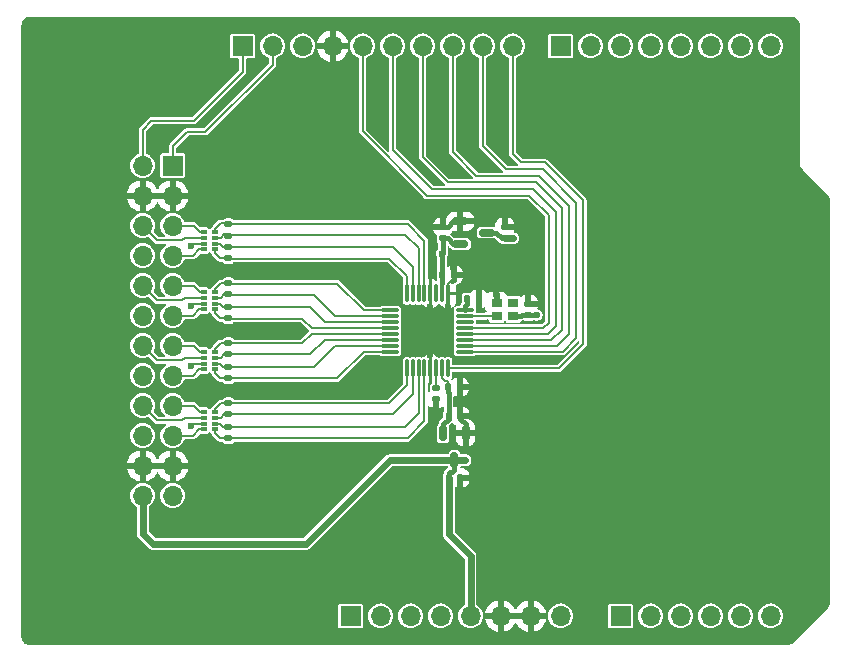
<source format=gbr>
%TF.GenerationSoftware,KiCad,Pcbnew,8.0.3-8.0.3-0~ubuntu23.10.1*%
%TF.CreationDate,2024-08-03T00:22:19-04:00*%
%TF.ProjectId,ADS131M08_Arduino,41445331-3331-44d3-9038-5f4172647569,rev?*%
%TF.SameCoordinates,Original*%
%TF.FileFunction,Copper,L1,Top*%
%TF.FilePolarity,Positive*%
%FSLAX46Y46*%
G04 Gerber Fmt 4.6, Leading zero omitted, Abs format (unit mm)*
G04 Created by KiCad (PCBNEW 8.0.3-8.0.3-0~ubuntu23.10.1) date 2024-08-03 00:22:19*
%MOMM*%
%LPD*%
G01*
G04 APERTURE LIST*
G04 Aperture macros list*
%AMRoundRect*
0 Rectangle with rounded corners*
0 $1 Rounding radius*
0 $2 $3 $4 $5 $6 $7 $8 $9 X,Y pos of 4 corners*
0 Add a 4 corners polygon primitive as box body*
4,1,4,$2,$3,$4,$5,$6,$7,$8,$9,$2,$3,0*
0 Add four circle primitives for the rounded corners*
1,1,$1+$1,$2,$3*
1,1,$1+$1,$4,$5*
1,1,$1+$1,$6,$7*
1,1,$1+$1,$8,$9*
0 Add four rect primitives between the rounded corners*
20,1,$1+$1,$2,$3,$4,$5,0*
20,1,$1+$1,$4,$5,$6,$7,0*
20,1,$1+$1,$6,$7,$8,$9,0*
20,1,$1+$1,$8,$9,$2,$3,0*%
G04 Aperture macros list end*
%TA.AperFunction,SMDPad,CuDef*%
%ADD10RoundRect,0.140000X-0.140000X-0.170000X0.140000X-0.170000X0.140000X0.170000X-0.140000X0.170000X0*%
%TD*%
%TA.AperFunction,SMDPad,CuDef*%
%ADD11RoundRect,0.140000X-0.170000X0.140000X-0.170000X-0.140000X0.170000X-0.140000X0.170000X0.140000X0*%
%TD*%
%TA.AperFunction,ComponentPad*%
%ADD12R,1.700000X1.700000*%
%TD*%
%TA.AperFunction,ComponentPad*%
%ADD13O,1.700000X1.700000*%
%TD*%
%TA.AperFunction,SMDPad,CuDef*%
%ADD14R,0.500000X0.320000*%
%TD*%
%TA.AperFunction,SMDPad,CuDef*%
%ADD15RoundRect,0.140000X0.170000X-0.140000X0.170000X0.140000X-0.170000X0.140000X-0.170000X-0.140000X0*%
%TD*%
%TA.AperFunction,SMDPad,CuDef*%
%ADD16R,0.900000X0.800000*%
%TD*%
%TA.AperFunction,SMDPad,CuDef*%
%ADD17RoundRect,0.075000X-0.675000X-0.075000X0.675000X-0.075000X0.675000X0.075000X-0.675000X0.075000X0*%
%TD*%
%TA.AperFunction,SMDPad,CuDef*%
%ADD18RoundRect,0.075000X-0.075000X-0.675000X0.075000X-0.675000X0.075000X0.675000X-0.075000X0.675000X0*%
%TD*%
%TA.AperFunction,SMDPad,CuDef*%
%ADD19RoundRect,0.150000X-0.512500X-0.150000X0.512500X-0.150000X0.512500X0.150000X-0.512500X0.150000X0*%
%TD*%
%TA.AperFunction,SMDPad,CuDef*%
%ADD20RoundRect,0.150000X-0.150000X0.512500X-0.150000X-0.512500X0.150000X-0.512500X0.150000X0.512500X0*%
%TD*%
%TA.AperFunction,ViaPad*%
%ADD21C,0.600000*%
%TD*%
%TA.AperFunction,Conductor*%
%ADD22C,0.200000*%
%TD*%
%TA.AperFunction,Conductor*%
%ADD23C,0.400000*%
%TD*%
%TA.AperFunction,Conductor*%
%ADD24C,0.600000*%
%TD*%
G04 APERTURE END LIST*
D10*
%TO.P,C2,1*%
%TO.N,+3.3VADC*%
X36220000Y21900000D03*
%TO.P,C2,2*%
%TO.N,GND*%
X37180000Y21900000D03*
%TD*%
D11*
%TO.P,C3,1*%
%TO.N,Net-(U1-REFIN)*%
X35200000Y21880000D03*
%TO.P,C3,2*%
%TO.N,GND*%
X35200000Y20920000D03*
%TD*%
D12*
%TO.P,J5,1,Pin_1*%
%TO.N,/SDA{slash}A4*%
X12875000Y40670000D03*
D13*
%TO.P,J5,2,Pin_2*%
%TO.N,/SCL{slash}A5*%
X10335000Y40670000D03*
%TO.P,J5,3,Pin_3*%
%TO.N,GND*%
X12875000Y38130000D03*
%TO.P,J5,4,Pin_4*%
X10335000Y38130000D03*
%TO.P,J5,5,Pin_5*%
%TO.N,/IN0+*%
X12875000Y35590000D03*
%TO.P,J5,6,Pin_6*%
%TO.N,/IN0-*%
X10335000Y35590000D03*
%TO.P,J5,7,Pin_7*%
%TO.N,/IN1-*%
X12875000Y33050000D03*
%TO.P,J5,8,Pin_8*%
%TO.N,/IN1+*%
X10335000Y33050000D03*
%TO.P,J5,9,Pin_9*%
%TO.N,/IN2+*%
X12875000Y30510000D03*
%TO.P,J5,10,Pin_10*%
%TO.N,/IN2-*%
X10335000Y30510000D03*
%TO.P,J5,11,Pin_11*%
%TO.N,/IN3-*%
X12875000Y27970000D03*
%TO.P,J5,12,Pin_12*%
%TO.N,/IN3+*%
X10335000Y27970000D03*
%TO.P,J5,13,Pin_13*%
%TO.N,/IN4+*%
X12875000Y25430000D03*
%TO.P,J5,14,Pin_14*%
%TO.N,/IN4-*%
X10335000Y25430000D03*
%TO.P,J5,15,Pin_15*%
%TO.N,/IN5-*%
X12875000Y22890000D03*
%TO.P,J5,16,Pin_16*%
%TO.N,/IN5+*%
X10335000Y22890000D03*
%TO.P,J5,17,Pin_17*%
%TO.N,/IN6+*%
X12875000Y20350000D03*
%TO.P,J5,18,Pin_18*%
%TO.N,/IN6-*%
X10335000Y20350000D03*
%TO.P,J5,19,Pin_19*%
%TO.N,/IN7-*%
X12875000Y17810000D03*
%TO.P,J5,20,Pin_20*%
%TO.N,/IN7+*%
X10335000Y17810000D03*
%TO.P,J5,21,Pin_21*%
%TO.N,GND*%
X12875000Y15270000D03*
%TO.P,J5,22,Pin_22*%
X10335000Y15270000D03*
%TO.P,J5,23,Pin_23*%
%TO.N,/A0*%
X12875000Y12730000D03*
%TO.P,J5,24,Pin_24*%
%TO.N,+5V*%
X10335000Y12730000D03*
%TD*%
D14*
%TO.P,RN3,1,R1.1*%
%TO.N,/AIN1P*%
X16500000Y33570000D03*
%TO.P,RN3,2,R2.1*%
%TO.N,/AIN1N*%
X16500000Y34070000D03*
%TO.P,RN3,3,R3.1*%
%TO.N,/AIN0N*%
X16500000Y34570000D03*
%TO.P,RN3,4,R4.1*%
%TO.N,/AIN0P*%
X16500000Y35070000D03*
%TO.P,RN3,5,R4.2*%
%TO.N,/IN0+*%
X15500000Y35070000D03*
%TO.P,RN3,6,R3.2*%
%TO.N,/IN0-*%
X15500000Y34570000D03*
%TO.P,RN3,7,R2.2*%
%TO.N,/IN1+*%
X15500000Y34070000D03*
%TO.P,RN3,8,R1.2*%
%TO.N,/IN1-*%
X15500000Y33570000D03*
%TD*%
%TO.P,RN1,1,R1.1*%
%TO.N,/AIN3P*%
X16500000Y28490000D03*
%TO.P,RN1,2,R2.1*%
%TO.N,/AIN3N*%
X16500000Y28990000D03*
%TO.P,RN1,3,R3.1*%
%TO.N,/AIN2N*%
X16500000Y29490000D03*
%TO.P,RN1,4,R4.1*%
%TO.N,/AIN2P*%
X16500000Y29990000D03*
%TO.P,RN1,5,R4.2*%
%TO.N,/IN2+*%
X15500000Y29990000D03*
%TO.P,RN1,6,R3.2*%
%TO.N,/IN2-*%
X15500000Y29490000D03*
%TO.P,RN1,7,R2.2*%
%TO.N,/IN3+*%
X15500000Y28990000D03*
%TO.P,RN1,8,R1.2*%
%TO.N,/IN3-*%
X15500000Y28490000D03*
%TD*%
D15*
%TO.P,C5,1*%
%TO.N,+3.3V*%
X43000000Y28020000D03*
%TO.P,C5,2*%
%TO.N,GND*%
X43000000Y28980000D03*
%TD*%
D11*
%TO.P,C10,1*%
%TO.N,/AIN4P*%
X17600000Y25640000D03*
%TO.P,C10,2*%
%TO.N,/AIN4N*%
X17600000Y24680000D03*
%TD*%
D15*
%TO.P,C7,1*%
%TO.N,/AIN1P*%
X17600000Y32840000D03*
%TO.P,C7,2*%
%TO.N,/AIN1N*%
X17600000Y33800000D03*
%TD*%
D11*
%TO.P,C12,1*%
%TO.N,/AIN6P*%
X17600000Y20560000D03*
%TO.P,C12,2*%
%TO.N,/AIN6N*%
X17600000Y19600000D03*
%TD*%
D15*
%TO.P,C13,1*%
%TO.N,/AIN7P*%
X17600000Y17600000D03*
%TO.P,C13,2*%
%TO.N,/AIN7N*%
X17600000Y18560000D03*
%TD*%
%TO.P,C9,1*%
%TO.N,/AIN3P*%
X17600000Y27760000D03*
%TO.P,C9,2*%
%TO.N,/AIN3N*%
X17600000Y28720000D03*
%TD*%
D16*
%TO.P,X1,1,OE*%
%TO.N,unconnected-(X1-OE-Pad1)*%
X41700000Y29050000D03*
%TO.P,X1,2,GND*%
%TO.N,GND*%
X40300000Y29050000D03*
%TO.P,X1,3,OUT*%
%TO.N,Net-(U1-XTAL1{slash}CLKIN)*%
X40300000Y27950000D03*
%TO.P,X1,4,VDD*%
%TO.N,+3.3V*%
X41700000Y27950000D03*
%TD*%
D10*
%TO.P,C17,1*%
%TO.N,+3.3VADC*%
X36250000Y19500000D03*
%TO.P,C17,2*%
%TO.N,GND*%
X37210000Y19500000D03*
%TD*%
D15*
%TO.P,C15,1*%
%TO.N,+3.3V*%
X35750000Y34520000D03*
%TO.P,C15,2*%
%TO.N,GND*%
X35750000Y35480000D03*
%TD*%
D10*
%TO.P,C1,1*%
%TO.N,+3.3V*%
X35700000Y31400000D03*
%TO.P,C1,2*%
%TO.N,GND*%
X36660000Y31400000D03*
%TD*%
D17*
%TO.P,U1,1,AIN2P*%
%TO.N,/AIN2P*%
X31275000Y28420000D03*
%TO.P,U1,2,AIN2N*%
%TO.N,/AIN2N*%
X31275000Y27920000D03*
%TO.P,U1,3,AIN3N*%
%TO.N,/AIN3N*%
X31275000Y27420000D03*
%TO.P,U1,4,AIN3P*%
%TO.N,/AIN3P*%
X31275000Y26920000D03*
%TO.P,U1,5,AIN4P*%
%TO.N,/AIN4P*%
X31275000Y26420000D03*
%TO.P,U1,6,AIN4N*%
%TO.N,/AIN4N*%
X31275000Y25920000D03*
%TO.P,U1,7,AIN5N*%
%TO.N,/AIN5N*%
X31275000Y25420000D03*
%TO.P,U1,8,AIN5P*%
%TO.N,/AIN5P*%
X31275000Y24920000D03*
D18*
%TO.P,U1,9,AIN6P*%
%TO.N,/AIN6P*%
X32700000Y23495000D03*
%TO.P,U1,10,AIN6N*%
%TO.N,/AIN6N*%
X33200000Y23495000D03*
%TO.P,U1,11,AIN7N*%
%TO.N,/AIN7N*%
X33700000Y23495000D03*
%TO.P,U1,12,AIN7P*%
%TO.N,/AIN7P*%
X34200000Y23495000D03*
%TO.P,U1,13,GND*%
%TO.N,GND*%
X34700000Y23495000D03*
%TO.P,U1,14,REFIN*%
%TO.N,Net-(U1-REFIN)*%
X35200000Y23495000D03*
%TO.P,U1,15,AVDD*%
%TO.N,+3.3VADC*%
X35700000Y23495000D03*
%TO.P,U1,16,~{RESET}/~{SYNC}*%
%TO.N,/8*%
X36200000Y23495000D03*
D17*
%TO.P,U1,17,~{CS}*%
%TO.N,/\u002A9*%
X37625000Y24920000D03*
%TO.P,U1,18,~{DRDY}*%
%TO.N,/\u002A10*%
X37625000Y25420000D03*
%TO.P,U1,19,SCLK*%
%TO.N,/\u002A11*%
X37625000Y25920000D03*
%TO.P,U1,20,DOUT*%
%TO.N,/12*%
X37625000Y26420000D03*
%TO.P,U1,21,DIN*%
%TO.N,/13*%
X37625000Y26920000D03*
%TO.P,U1,22,XTAL2*%
%TO.N,unconnected-(U1-XTAL2-Pad22)*%
X37625000Y27420000D03*
%TO.P,U1,23,XTAL1/CLKIN*%
%TO.N,Net-(U1-XTAL1{slash}CLKIN)*%
X37625000Y27920000D03*
%TO.P,U1,24,CAP*%
%TO.N,Net-(U1-CAP)*%
X37625000Y28420000D03*
D18*
%TO.P,U1,25,DGND*%
%TO.N,GND*%
X36200000Y29845000D03*
%TO.P,U1,26,DVDD*%
%TO.N,+3.3V*%
X35700000Y29845000D03*
%TO.P,U1,27,NC*%
%TO.N,unconnected-(U1-NC-Pad27)*%
X35200000Y29845000D03*
%TO.P,U1,28,AGND*%
%TO.N,GND*%
X34700000Y29845000D03*
%TO.P,U1,29,AIN0P*%
%TO.N,/AIN0P*%
X34200000Y29845000D03*
%TO.P,U1,30,AIN0N*%
%TO.N,/AIN0N*%
X33700000Y29845000D03*
%TO.P,U1,31,AIN1N*%
%TO.N,/AIN1N*%
X33200000Y29845000D03*
%TO.P,U1,32,AIN1P*%
%TO.N,/AIN1P*%
X32700000Y29845000D03*
%TD*%
D14*
%TO.P,RN4,1,R1.1*%
%TO.N,/AIN7P*%
X16500000Y18330000D03*
%TO.P,RN4,2,R2.1*%
%TO.N,/AIN7N*%
X16500000Y18830000D03*
%TO.P,RN4,3,R3.1*%
%TO.N,/AIN6N*%
X16500000Y19330000D03*
%TO.P,RN4,4,R4.1*%
%TO.N,/AIN6P*%
X16500000Y19830000D03*
%TO.P,RN4,5,R4.2*%
%TO.N,/IN6+*%
X15500000Y19830000D03*
%TO.P,RN4,6,R3.2*%
%TO.N,/IN6-*%
X15500000Y19330000D03*
%TO.P,RN4,7,R2.2*%
%TO.N,/IN7+*%
X15500000Y18830000D03*
%TO.P,RN4,8,R1.2*%
%TO.N,/IN7-*%
X15500000Y18330000D03*
%TD*%
D15*
%TO.P,C16,1*%
%TO.N,+5V*%
X41010000Y34520000D03*
%TO.P,C16,2*%
%TO.N,GND*%
X41010000Y35480000D03*
%TD*%
D19*
%TO.P,U2,1,GND*%
%TO.N,GND*%
X37242500Y35950000D03*
%TO.P,U2,2,VO*%
%TO.N,+3.3V*%
X37242500Y34050000D03*
%TO.P,U2,3,VI*%
%TO.N,+5V*%
X39517500Y35000000D03*
%TD*%
D11*
%TO.P,C6,1*%
%TO.N,/AIN0P*%
X17600000Y35710000D03*
%TO.P,C6,2*%
%TO.N,/AIN0N*%
X17600000Y34750000D03*
%TD*%
D15*
%TO.P,C11,1*%
%TO.N,/AIN5P*%
X17600000Y22680000D03*
%TO.P,C11,2*%
%TO.N,/AIN5N*%
X17600000Y23640000D03*
%TD*%
D10*
%TO.P,C14,1*%
%TO.N,+5V*%
X36250000Y14240000D03*
%TO.P,C14,2*%
%TO.N,GND*%
X37210000Y14240000D03*
%TD*%
%TO.P,C4,1*%
%TO.N,Net-(U1-CAP)*%
X37820000Y29400000D03*
%TO.P,C4,2*%
%TO.N,GND*%
X38780000Y29400000D03*
%TD*%
D11*
%TO.P,C8,1*%
%TO.N,/AIN2P*%
X17600000Y30720000D03*
%TO.P,C8,2*%
%TO.N,/AIN2N*%
X17600000Y29760000D03*
%TD*%
D14*
%TO.P,RN2,1,R1.1*%
%TO.N,/AIN5P*%
X16500000Y23410000D03*
%TO.P,RN2,2,R2.1*%
%TO.N,/AIN5N*%
X16500000Y23910000D03*
%TO.P,RN2,3,R3.1*%
%TO.N,/AIN4N*%
X16500000Y24410000D03*
%TO.P,RN2,4,R4.1*%
%TO.N,/AIN4P*%
X16500000Y24910000D03*
%TO.P,RN2,5,R4.2*%
%TO.N,/IN4+*%
X15500000Y24910000D03*
%TO.P,RN2,6,R3.2*%
%TO.N,/IN4-*%
X15500000Y24410000D03*
%TO.P,RN2,7,R2.2*%
%TO.N,/IN5+*%
X15500000Y23910000D03*
%TO.P,RN2,8,R1.2*%
%TO.N,/IN5-*%
X15500000Y23410000D03*
%TD*%
D20*
%TO.P,U3,1,GND*%
%TO.N,GND*%
X37680000Y18007500D03*
%TO.P,U3,2,VO*%
%TO.N,+3.3VADC*%
X35780000Y18007500D03*
%TO.P,U3,3,VI*%
%TO.N,+5V*%
X36730000Y15732500D03*
%TD*%
D12*
%TO.P,J1,1,Pin_1*%
%TO.N,unconnected-(J1-Pin_1-Pad1)*%
X27940000Y2540000D03*
D13*
%TO.P,J1,2,Pin_2*%
%TO.N,/IOREF*%
X30480000Y2540000D03*
%TO.P,J1,3,Pin_3*%
%TO.N,/~{RESET}*%
X33020000Y2540000D03*
%TO.P,J1,4,Pin_4*%
%TO.N,+3V3*%
X35560000Y2540000D03*
%TO.P,J1,5,Pin_5*%
%TO.N,+5V*%
X38100000Y2540000D03*
%TO.P,J1,6,Pin_6*%
%TO.N,GND*%
X40640000Y2540000D03*
%TO.P,J1,7,Pin_7*%
X43180000Y2540000D03*
%TO.P,J1,8,Pin_8*%
%TO.N,VCC*%
X45720000Y2540000D03*
%TD*%
D12*
%TO.P,J3,1,Pin_1*%
%TO.N,/A0*%
X50800000Y2540000D03*
D13*
%TO.P,J3,2,Pin_2*%
%TO.N,/A1*%
X53340000Y2540000D03*
%TO.P,J3,3,Pin_3*%
%TO.N,/A2*%
X55880000Y2540000D03*
%TO.P,J3,4,Pin_4*%
%TO.N,/A3*%
X58420000Y2540000D03*
%TO.P,J3,5,Pin_5*%
%TO.N,unconnected-(J3-Pin_5-Pad5)*%
X60960000Y2540000D03*
%TO.P,J3,6,Pin_6*%
%TO.N,unconnected-(J3-Pin_6-Pad6)*%
X63500000Y2540000D03*
%TD*%
D12*
%TO.P,J2,1,Pin_1*%
%TO.N,/SCL{slash}A5*%
X18796000Y50800000D03*
D13*
%TO.P,J2,2,Pin_2*%
%TO.N,/SDA{slash}A4*%
X21336000Y50800000D03*
%TO.P,J2,3,Pin_3*%
%TO.N,/AREF*%
X23876000Y50800000D03*
%TO.P,J2,4,Pin_4*%
%TO.N,GND*%
X26416000Y50800000D03*
%TO.P,J2,5,Pin_5*%
%TO.N,/13*%
X28956000Y50800000D03*
%TO.P,J2,6,Pin_6*%
%TO.N,/12*%
X31496000Y50800000D03*
%TO.P,J2,7,Pin_7*%
%TO.N,/\u002A11*%
X34036000Y50800000D03*
%TO.P,J2,8,Pin_8*%
%TO.N,/\u002A10*%
X36576000Y50800000D03*
%TO.P,J2,9,Pin_9*%
%TO.N,/\u002A9*%
X39116000Y50800000D03*
%TO.P,J2,10,Pin_10*%
%TO.N,/8*%
X41656000Y50800000D03*
%TD*%
D12*
%TO.P,J4,1,Pin_1*%
%TO.N,/7*%
X45720000Y50800000D03*
D13*
%TO.P,J4,2,Pin_2*%
%TO.N,/\u002A6*%
X48260000Y50800000D03*
%TO.P,J4,3,Pin_3*%
%TO.N,/\u002A5*%
X50800000Y50800000D03*
%TO.P,J4,4,Pin_4*%
%TO.N,/4*%
X53340000Y50800000D03*
%TO.P,J4,5,Pin_5*%
%TO.N,/\u002A3*%
X55880000Y50800000D03*
%TO.P,J4,6,Pin_6*%
%TO.N,/2*%
X58420000Y50800000D03*
%TO.P,J4,7,Pin_7*%
%TO.N,/TX{slash}1*%
X60960000Y50800000D03*
%TO.P,J4,8,Pin_8*%
%TO.N,/RX{slash}0*%
X63500000Y50800000D03*
%TD*%
D21*
%TO.N,GND*%
X37870000Y45310000D03*
X37200000Y13600000D03*
X40290000Y29770000D03*
X38780000Y30040000D03*
X32820000Y47710000D03*
X34450000Y26670000D03*
X35120000Y35480000D03*
X34700000Y28700000D03*
X36650000Y32050000D03*
X41660000Y35490000D03*
X35190000Y20290000D03*
X39030000Y40830000D03*
X36200000Y28700000D03*
X37790000Y21890000D03*
X37220000Y20130000D03*
X40430000Y47680000D03*
X30270000Y47680000D03*
X30270000Y45280000D03*
X32640000Y45530000D03*
X32820000Y43080000D03*
X40300000Y45260000D03*
X34700000Y24600000D03*
X38050000Y42430000D03*
X43690000Y28980000D03*
X38000000Y47780000D03*
X40450000Y42530000D03*
X11770000Y43400000D03*
X35400000Y45380000D03*
X35470000Y42500000D03*
X35450000Y47760000D03*
%TO.N,+5V*%
X37670000Y15730000D03*
X41710000Y34520000D03*
%TO.N,+3.3V*%
X43690000Y28020000D03*
X35700000Y33220000D03*
%TO.N,/IN1+*%
X14400000Y33840000D03*
%TO.N,/IN5+*%
X14400000Y23680000D03*
%TO.N,/IN7+*%
X14400000Y18600000D03*
%TO.N,/IN3+*%
X14400000Y28760000D03*
%TD*%
D22*
%TO.N,GND*%
X36200000Y29845000D02*
X36200000Y28700000D01*
D23*
X35200000Y20300000D02*
X35190000Y20290000D01*
D22*
X36410000Y30890000D02*
X36200000Y30680000D01*
X36200000Y30680000D02*
X36200000Y29845000D01*
D23*
X35750000Y35480000D02*
X36160000Y35480000D01*
X41010000Y35480000D02*
X41650000Y35480000D01*
D22*
X34700000Y29845000D02*
X34700000Y28700000D01*
D23*
X38780000Y29400000D02*
X38780000Y30040000D01*
X36660000Y31400000D02*
X36660000Y32040000D01*
X37180000Y21900000D02*
X37780000Y21900000D01*
X37210000Y19500000D02*
X37210000Y20120000D01*
X37680000Y18780000D02*
X37210000Y19250000D01*
X37210000Y19250000D02*
X37210000Y19500000D01*
X40300000Y29760000D02*
X40290000Y29770000D01*
X36660000Y31000000D02*
X36550000Y30890000D01*
X35750000Y35480000D02*
X35120000Y35480000D01*
X36160000Y35480000D02*
X36630000Y35950000D01*
X37210000Y13610000D02*
X37200000Y13600000D01*
D22*
X34700000Y23495000D02*
X34700000Y24600000D01*
D23*
X37210000Y20120000D02*
X37220000Y20130000D01*
X40300000Y29050000D02*
X40300000Y29760000D01*
X37210000Y14240000D02*
X37210000Y13610000D01*
X36660000Y32040000D02*
X36650000Y32050000D01*
X41650000Y35480000D02*
X41660000Y35490000D01*
X36660000Y31400000D02*
X36660000Y31000000D01*
X36630000Y35950000D02*
X37242500Y35950000D01*
X35200000Y20920000D02*
X35200000Y20300000D01*
X37680000Y18007500D02*
X37680000Y18780000D01*
D22*
X36550000Y30890000D02*
X36410000Y30890000D01*
D23*
X37780000Y21900000D02*
X37790000Y21890000D01*
X43000000Y28980000D02*
X43690000Y28980000D01*
%TO.N,+5V*%
X39517500Y35000000D02*
X40240000Y35000000D01*
D24*
X36250000Y9460000D02*
X38100000Y7610000D01*
X36250000Y14240000D02*
X36250000Y9460000D01*
X36732500Y15730000D02*
X36730000Y15732500D01*
X10335000Y9515000D02*
X11200000Y8650000D01*
X38100000Y7610000D02*
X38100000Y2540000D01*
D23*
X40240000Y35000000D02*
X40720000Y34520000D01*
D24*
X24180000Y8650000D02*
X31262500Y15732500D01*
X10335000Y12730000D02*
X10335000Y9515000D01*
D23*
X36560000Y14730000D02*
X36730000Y14900000D01*
D24*
X37670000Y15730000D02*
X36732500Y15730000D01*
D23*
X40720000Y34520000D02*
X41010000Y34520000D01*
D24*
X31262500Y15732500D02*
X36730000Y15732500D01*
D23*
X36250000Y14240000D02*
X36250000Y14630000D01*
X36250000Y14630000D02*
X36350000Y14730000D01*
X36350000Y14730000D02*
X36560000Y14730000D01*
D24*
X41010000Y34520000D02*
X41710000Y34520000D01*
D23*
X36730000Y14900000D02*
X36730000Y15732500D01*
D24*
X11200000Y8650000D02*
X24180000Y8650000D01*
D22*
%TO.N,/SDA{slash}A4*%
X12875000Y42305000D02*
X12875000Y40670000D01*
X21336000Y50800000D02*
X21336000Y49216000D01*
X21336000Y49216000D02*
X15650000Y43530000D01*
X15650000Y43530000D02*
X14100000Y43530000D01*
X14100000Y43530000D02*
X12875000Y42305000D01*
%TO.N,/SCL{slash}A5*%
X10335000Y43725000D02*
X11080000Y44470000D01*
X11080000Y44470000D02*
X14650000Y44470000D01*
X14650000Y44470000D02*
X18796000Y48616000D01*
X10335000Y40670000D02*
X10335000Y43725000D01*
X18796000Y48616000D02*
X18796000Y50800000D01*
%TO.N,/13*%
X34430000Y38100000D02*
X28956000Y43574000D01*
X37625000Y26920000D02*
X44240000Y26920000D01*
X44700000Y36490000D02*
X43090000Y38100000D01*
X43090000Y38100000D02*
X34430000Y38100000D01*
X44240000Y26920000D02*
X44700000Y27380000D01*
X44700000Y27380000D02*
X44700000Y36490000D01*
X28956000Y43574000D02*
X28956000Y50800000D01*
%TO.N,/12*%
X31496000Y50800000D02*
X31496000Y41984000D01*
X45330000Y36740000D02*
X45330000Y27130000D01*
X43390000Y38680000D02*
X45330000Y36740000D01*
X44620000Y26420000D02*
X37625000Y26420000D01*
X34800000Y38680000D02*
X43390000Y38680000D01*
X45330000Y27130000D02*
X44620000Y26420000D01*
X31496000Y41984000D02*
X34800000Y38680000D01*
%TO.N,/8*%
X41656000Y50800000D02*
X41656000Y41674000D01*
X47620000Y25550000D02*
X45565000Y23495000D01*
X45565000Y23495000D02*
X36200000Y23495000D01*
X41656000Y41674000D02*
X42390000Y40940000D01*
X47620000Y37720000D02*
X47620000Y25550000D01*
X42390000Y40940000D02*
X44400000Y40940000D01*
X44400000Y40940000D02*
X47620000Y37720000D01*
%TO.N,/\u002A11*%
X43620000Y39240000D02*
X36200000Y39240000D01*
X45820000Y26790000D02*
X45820000Y37040000D01*
X34036000Y41404000D02*
X34036000Y50800000D01*
X36200000Y39240000D02*
X34036000Y41404000D01*
X45820000Y37040000D02*
X43620000Y39240000D01*
X37625000Y25920000D02*
X44950000Y25920000D01*
X44950000Y25920000D02*
X45820000Y26790000D01*
%TO.N,/\u002A10*%
X45380000Y25420000D02*
X37625000Y25420000D01*
X46410000Y37260000D02*
X46410000Y26450000D01*
X46410000Y26450000D02*
X45380000Y25420000D01*
X36576000Y50800000D02*
X36576000Y41804000D01*
X38600000Y39780000D02*
X43890000Y39780000D01*
X43890000Y39780000D02*
X46410000Y37260000D01*
X36576000Y41804000D02*
X38600000Y39780000D01*
%TO.N,/\u002A9*%
X47050000Y26080000D02*
X47050000Y37520000D01*
X39116000Y42334000D02*
X39116000Y50800000D01*
X45890000Y24920000D02*
X47050000Y26080000D01*
X44200000Y40370000D02*
X41080000Y40370000D01*
X41080000Y40370000D02*
X39116000Y42334000D01*
X47050000Y37520000D02*
X44200000Y40370000D01*
X37625000Y24920000D02*
X45890000Y24920000D01*
D23*
%TO.N,+3.3V*%
X35700000Y31400000D02*
X35700000Y30740000D01*
X35750000Y34520000D02*
X36150000Y34520000D01*
X42350000Y27950000D02*
X42420000Y28020000D01*
X42420000Y28020000D02*
X43000000Y28020000D01*
X35750000Y34520000D02*
X35750000Y33270000D01*
X43000000Y28020000D02*
X43690000Y28020000D01*
X41700000Y27950000D02*
X42350000Y27950000D01*
X35750000Y33270000D02*
X35700000Y33220000D01*
X36150000Y34520000D02*
X36620000Y34050000D01*
D22*
X35700000Y29845000D02*
X35700000Y30740000D01*
D23*
X35700000Y33220000D02*
X35700000Y31400000D01*
X36620000Y34050000D02*
X37242500Y34050000D01*
D22*
%TO.N,+3.3VADC*%
X35905000Y22445000D02*
X36155000Y22445000D01*
D23*
X36250000Y19240000D02*
X36250000Y19500000D01*
D22*
X36220000Y22380000D02*
X36220000Y21900000D01*
D23*
X36220000Y21470000D02*
X36220000Y21900000D01*
D22*
X35700000Y23495000D02*
X35700000Y22650000D01*
D23*
X35780000Y18770000D02*
X36250000Y19240000D01*
D22*
X36155000Y22445000D02*
X36220000Y22380000D01*
D23*
X36250000Y21440000D02*
X36220000Y21470000D01*
X35780000Y18007500D02*
X35780000Y18770000D01*
X36250000Y19500000D02*
X36250000Y21440000D01*
D22*
X35700000Y22650000D02*
X35905000Y22445000D01*
%TO.N,/AIN0N*%
X17200000Y34840000D02*
X16930000Y34570000D01*
X17600000Y34840000D02*
X17200000Y34840000D01*
X33700000Y29850000D02*
X33700000Y33655000D01*
X32570000Y34785000D02*
X17600000Y34785000D01*
X16930000Y34570000D02*
X16500000Y34570000D01*
X33700000Y33655000D02*
X32570000Y34785000D01*
%TO.N,/AIN0P*%
X16500000Y35340000D02*
X16960000Y35800000D01*
X32770000Y35745000D02*
X17600000Y35745000D01*
X34200000Y29850000D02*
X34200000Y34315000D01*
X16500000Y35070000D02*
X16500000Y35340000D01*
X16960000Y35800000D02*
X17600000Y35800000D01*
X34200000Y34315000D02*
X32770000Y35745000D01*
%TO.N,/AIN1N*%
X17600000Y33745000D02*
X31500000Y33745000D01*
X31500000Y33745000D02*
X33200000Y32045000D01*
X33200000Y32045000D02*
X33200000Y29850000D01*
X16870000Y34070000D02*
X17140000Y33800000D01*
X17140000Y33800000D02*
X17600000Y33800000D01*
X16500000Y34070000D02*
X16870000Y34070000D01*
%TO.N,/AIN1P*%
X16500000Y33570000D02*
X16500000Y33240000D01*
X32700000Y29850000D02*
X32700000Y31285000D01*
X16900000Y32840000D02*
X17600000Y32840000D01*
X32700000Y31285000D02*
X31200000Y32785000D01*
X16500000Y33240000D02*
X16900000Y32840000D01*
X31200000Y32785000D02*
X17600000Y32785000D01*
D23*
%TO.N,Net-(U1-CAP)*%
X37820000Y28990000D02*
X37625000Y28795000D01*
X37820000Y29400000D02*
X37820000Y28990000D01*
X37625000Y28795000D02*
X37625000Y28470000D01*
D22*
%TO.N,/AIN2P*%
X31275000Y28425000D02*
X29070000Y28425000D01*
X16500000Y30260000D02*
X16960000Y30720000D01*
X16960000Y30720000D02*
X17600000Y30720000D01*
X29070000Y28425000D02*
X26830000Y30665000D01*
X26830000Y30665000D02*
X17600000Y30665000D01*
X16500000Y29990000D02*
X16500000Y30260000D01*
%TO.N,/AIN2N*%
X17200000Y29760000D02*
X16930000Y29490000D01*
X17600000Y29760000D02*
X17200000Y29760000D01*
X16930000Y29490000D02*
X16500000Y29490000D01*
X17600000Y29705000D02*
X24840000Y29705000D01*
X24840000Y29705000D02*
X26620000Y27925000D01*
X26620000Y27925000D02*
X31275000Y27925000D01*
%TO.N,/AIN3P*%
X16900000Y27760000D02*
X17600000Y27760000D01*
X16500000Y28490000D02*
X16500000Y28160000D01*
X17600000Y27705000D02*
X23870000Y27705000D01*
X24650000Y26925000D02*
X31275000Y26925000D01*
X16500000Y28160000D02*
X16900000Y27760000D01*
X23870000Y27705000D02*
X24650000Y26925000D01*
%TO.N,/AIN3N*%
X16870000Y28990000D02*
X17140000Y28720000D01*
X17140000Y28720000D02*
X17600000Y28720000D01*
X24510000Y28665000D02*
X17600000Y28665000D01*
X16500000Y28990000D02*
X16870000Y28990000D01*
X25750000Y27425000D02*
X24510000Y28665000D01*
X31275000Y27425000D02*
X25750000Y27425000D01*
%TO.N,/AIN4P*%
X23870000Y25640000D02*
X24650000Y26420000D01*
X24650000Y26420000D02*
X31275000Y26420000D01*
X16960000Y25640000D02*
X17600000Y25640000D01*
X16500000Y25180000D02*
X16960000Y25640000D01*
X17600000Y25640000D02*
X23870000Y25640000D01*
X16500000Y24910000D02*
X16500000Y25180000D01*
%TO.N,/AIN4N*%
X25750000Y25920000D02*
X24510000Y24680000D01*
X31275000Y25920000D02*
X25750000Y25920000D01*
X16930000Y24410000D02*
X16500000Y24410000D01*
X17200000Y24680000D02*
X16930000Y24410000D01*
X17600000Y24680000D02*
X17200000Y24680000D01*
X24510000Y24680000D02*
X17600000Y24680000D01*
%TO.N,/AIN5N*%
X26620000Y25420000D02*
X31275000Y25420000D01*
X17140000Y23640000D02*
X17600000Y23640000D01*
X17600000Y23640000D02*
X24840000Y23640000D01*
X16500000Y23910000D02*
X16870000Y23910000D01*
X24840000Y23640000D02*
X26620000Y25420000D01*
X16870000Y23910000D02*
X17140000Y23640000D01*
%TO.N,/AIN5P*%
X16500000Y23080000D02*
X16900000Y22680000D01*
X31275000Y24920000D02*
X29070000Y24920000D01*
X29070000Y24920000D02*
X26830000Y22680000D01*
X26830000Y22680000D02*
X17600000Y22680000D01*
X16500000Y23410000D02*
X16500000Y23080000D01*
X16900000Y22680000D02*
X17600000Y22680000D01*
%TO.N,/AIN6N*%
X16930000Y19330000D02*
X16500000Y19330000D01*
X31500000Y19600000D02*
X33200000Y21300000D01*
X17200000Y19600000D02*
X16930000Y19330000D01*
X17600000Y19600000D02*
X17200000Y19600000D01*
X33200000Y21300000D02*
X33200000Y23495000D01*
X17600000Y19600000D02*
X31500000Y19600000D01*
%TO.N,/AIN6P*%
X31200000Y20560000D02*
X17600000Y20560000D01*
X16960000Y20560000D02*
X17600000Y20560000D01*
X16500000Y19830000D02*
X16500000Y20100000D01*
X16500000Y20100000D02*
X16960000Y20560000D01*
X32700000Y22060000D02*
X31200000Y20560000D01*
X32700000Y23495000D02*
X32700000Y22060000D01*
%TO.N,/AIN7P*%
X16500000Y18330000D02*
X16500000Y18000000D01*
X32770000Y17600000D02*
X17600000Y17600000D01*
X16500000Y18000000D02*
X16900000Y17600000D01*
X34200000Y19030000D02*
X32770000Y17600000D01*
X16900000Y17600000D02*
X17600000Y17600000D01*
X34200000Y23495000D02*
X34200000Y19030000D01*
%TO.N,/AIN7N*%
X17140000Y18560000D02*
X17600000Y18560000D01*
X32570000Y18560000D02*
X17600000Y18560000D01*
X16870000Y18830000D02*
X17140000Y18560000D01*
X33700000Y19690000D02*
X32570000Y18560000D01*
X16500000Y18830000D02*
X16870000Y18830000D01*
X33700000Y23495000D02*
X33700000Y19690000D01*
%TO.N,Net-(U1-REFIN)*%
X35200000Y21880000D02*
X35200000Y23495000D01*
%TO.N,Net-(U1-XTAL1{slash}CLKIN)*%
X39360000Y27920000D02*
X39390000Y27950000D01*
X37625000Y27920000D02*
X39360000Y27920000D01*
X39390000Y27950000D02*
X40300000Y27950000D01*
%TO.N,/IN0+*%
X14650000Y35590000D02*
X12875000Y35590000D01*
X15500000Y35070000D02*
X15170000Y35070000D01*
X15170000Y35070000D02*
X14650000Y35590000D01*
%TO.N,/IN0-*%
X13700000Y34340000D02*
X11585000Y34340000D01*
X15500000Y34570000D02*
X13930000Y34570000D01*
X11585000Y34340000D02*
X10335000Y35590000D01*
X13930000Y34570000D02*
X13700000Y34340000D01*
%TO.N,/IN2+*%
X14650000Y30510000D02*
X12875000Y30510000D01*
X15170000Y29990000D02*
X14650000Y30510000D01*
X15500000Y29990000D02*
X15170000Y29990000D01*
%TO.N,/IN2-*%
X15500000Y29490000D02*
X13930000Y29490000D01*
X13930000Y29490000D02*
X13700000Y29260000D01*
X11585000Y29260000D02*
X10335000Y30510000D01*
X13700000Y29260000D02*
X11585000Y29260000D01*
%TO.N,/IN4+*%
X15500000Y24910000D02*
X15170000Y24910000D01*
X14650000Y25430000D02*
X12875000Y25430000D01*
X15170000Y24910000D02*
X14650000Y25430000D01*
%TO.N,/IN1+*%
X15500000Y34070000D02*
X14630000Y34070000D01*
X14630000Y34070000D02*
X14400000Y33840000D01*
%TO.N,/IN5-*%
X15130000Y23410000D02*
X14610000Y22890000D01*
X14610000Y22890000D02*
X12875000Y22890000D01*
X15500000Y23410000D02*
X15130000Y23410000D01*
%TO.N,/IN1-*%
X15130000Y33570000D02*
X14610000Y33050000D01*
X14610000Y33050000D02*
X12875000Y33050000D01*
X15500000Y33570000D02*
X15130000Y33570000D01*
%TO.N,/IN5+*%
X14630000Y23910000D02*
X14400000Y23680000D01*
X15500000Y23910000D02*
X14630000Y23910000D01*
%TO.N,/IN3-*%
X15500000Y28490000D02*
X15130000Y28490000D01*
X15130000Y28490000D02*
X14610000Y27970000D01*
X14610000Y27970000D02*
X12875000Y27970000D01*
%TO.N,/IN4-*%
X15500000Y24410000D02*
X13930000Y24410000D01*
X13700000Y24180000D02*
X11585000Y24180000D01*
X11585000Y24180000D02*
X10335000Y25430000D01*
X13930000Y24410000D02*
X13700000Y24180000D01*
%TO.N,/IN6+*%
X15170000Y19830000D02*
X14650000Y20350000D01*
X14650000Y20350000D02*
X12875000Y20350000D01*
X15500000Y19830000D02*
X15170000Y19830000D01*
%TO.N,/IN7+*%
X15500000Y18830000D02*
X14630000Y18830000D01*
X14630000Y18830000D02*
X14400000Y18600000D01*
%TO.N,/IN6-*%
X13700000Y19100000D02*
X11585000Y19100000D01*
X11585000Y19100000D02*
X10335000Y20350000D01*
X15500000Y19330000D02*
X13930000Y19330000D01*
X13930000Y19330000D02*
X13700000Y19100000D01*
%TO.N,/IN7-*%
X15500000Y18330000D02*
X15130000Y18330000D01*
X15130000Y18330000D02*
X14610000Y17810000D01*
X14610000Y17810000D02*
X12875000Y17810000D01*
%TO.N,/IN3+*%
X15500000Y28990000D02*
X14630000Y28990000D01*
X14630000Y28990000D02*
X14400000Y28760000D01*
%TD*%
%TA.AperFunction,Conductor*%
%TO.N,GND*%
G36*
X42714075Y2732993D02*
G01*
X42680000Y2605826D01*
X42680000Y2474174D01*
X42714075Y2347007D01*
X42746988Y2290000D01*
X41073012Y2290000D01*
X41105925Y2347007D01*
X41140000Y2474174D01*
X41140000Y2605826D01*
X41105925Y2732993D01*
X41073012Y2790000D01*
X42746988Y2790000D01*
X42714075Y2732993D01*
G37*
%TD.AperFunction*%
%TA.AperFunction,Conductor*%
G36*
X12409075Y15462993D02*
G01*
X12375000Y15335826D01*
X12375000Y15204174D01*
X12409075Y15077007D01*
X12441988Y15020000D01*
X10768012Y15020000D01*
X10800925Y15077007D01*
X10835000Y15204174D01*
X10835000Y15335826D01*
X10800925Y15462993D01*
X10768012Y15520000D01*
X12441988Y15520000D01*
X12409075Y15462993D01*
G37*
%TD.AperFunction*%
%TA.AperFunction,Conductor*%
G36*
X12409075Y38322993D02*
G01*
X12375000Y38195826D01*
X12375000Y38064174D01*
X12409075Y37937007D01*
X12441988Y37880000D01*
X10768012Y37880000D01*
X10800925Y37937007D01*
X10835000Y38064174D01*
X10835000Y38195826D01*
X10800925Y38322993D01*
X10768012Y38380000D01*
X12441988Y38380000D01*
X12409075Y38322993D01*
G37*
%TD.AperFunction*%
%TA.AperFunction,Conductor*%
G36*
X65281056Y53264199D02*
G01*
X65405806Y53251913D01*
X65417814Y53249524D01*
X65534828Y53214028D01*
X65546138Y53209343D01*
X65653968Y53151707D01*
X65664156Y53144900D01*
X65758670Y53067334D01*
X65767333Y53058671D01*
X65844899Y52964157D01*
X65851706Y52953969D01*
X65909340Y52846143D01*
X65914029Y52834824D01*
X65949522Y52717820D01*
X65951912Y52705803D01*
X65964199Y52581057D01*
X65964500Y52574931D01*
X65964500Y40934595D01*
X65964520Y40934385D01*
X65964519Y40889727D01*
X65964519Y40889719D01*
X65985136Y40759518D01*
X66014219Y40670000D01*
X66025867Y40634146D01*
X66085710Y40516688D01*
X66163191Y40410038D01*
X66209797Y40363430D01*
X66209798Y40363429D01*
X66235929Y40337296D01*
X66235935Y40337292D01*
X68301251Y38271976D01*
X68305372Y38267430D01*
X68384895Y38170524D01*
X68391701Y38160336D01*
X68449330Y38052510D01*
X68454018Y38041191D01*
X68489506Y37924191D01*
X68491896Y37912173D01*
X68504198Y37787207D01*
X68504499Y37781082D01*
X68504498Y37747416D01*
X68504500Y37747407D01*
X68504500Y3649439D01*
X68504499Y3649429D01*
X68504499Y3620695D01*
X68504198Y3614571D01*
X68491916Y3489830D01*
X68489526Y3477811D01*
X68454033Y3360806D01*
X68449343Y3349485D01*
X68391710Y3241667D01*
X68384902Y3231479D01*
X68305321Y3134520D01*
X68301203Y3129976D01*
X68286085Y3114859D01*
X65450544Y279317D01*
X65450505Y279278D01*
X65449937Y278711D01*
X65445430Y274629D01*
X65348526Y195108D01*
X65338339Y188302D01*
X65230509Y130669D01*
X65219189Y125981D01*
X65102191Y90494D01*
X65090173Y88104D01*
X64965206Y75802D01*
X64959081Y75501D01*
X64925416Y75502D01*
X64925406Y75500D01*
X765070Y75500D01*
X758944Y75801D01*
X634197Y88088D01*
X622180Y90478D01*
X505176Y125971D01*
X493857Y130660D01*
X386031Y188294D01*
X375843Y195101D01*
X281329Y272667D01*
X272666Y281330D01*
X195100Y375844D01*
X188293Y386032D01*
X130659Y493858D01*
X125972Y505172D01*
X90476Y622186D01*
X88087Y634198D01*
X75801Y758944D01*
X75500Y765070D01*
X75500Y3409749D01*
X26889500Y3409749D01*
X26889500Y1670252D01*
X26901132Y1611770D01*
X26901133Y1611768D01*
X26945447Y1545448D01*
X27011767Y1501134D01*
X27011769Y1501133D01*
X27070252Y1489500D01*
X28809748Y1489500D01*
X28868231Y1501133D01*
X28934552Y1545448D01*
X28978867Y1611769D01*
X28990500Y1670252D01*
X28990500Y2540001D01*
X29424417Y2540001D01*
X29424417Y2540000D01*
X29444699Y2334070D01*
X29444700Y2334065D01*
X29504766Y2136051D01*
X29504768Y2136046D01*
X29602311Y1953556D01*
X29602313Y1953552D01*
X29602315Y1953550D01*
X29733590Y1793590D01*
X29893550Y1662315D01*
X29893553Y1662314D01*
X29893555Y1662312D01*
X29968912Y1622033D01*
X30076046Y1564768D01*
X30274066Y1504700D01*
X30480000Y1484417D01*
X30685934Y1504700D01*
X30883954Y1564768D01*
X31066450Y1662315D01*
X31226410Y1793590D01*
X31357685Y1953550D01*
X31455232Y2136046D01*
X31515300Y2334066D01*
X31535583Y2540000D01*
X31535583Y2540001D01*
X31964417Y2540001D01*
X31964417Y2540000D01*
X31984699Y2334070D01*
X31984700Y2334065D01*
X32044766Y2136051D01*
X32044768Y2136046D01*
X32142311Y1953556D01*
X32142313Y1953552D01*
X32142315Y1953550D01*
X32273590Y1793590D01*
X32433550Y1662315D01*
X32433553Y1662314D01*
X32433555Y1662312D01*
X32508912Y1622033D01*
X32616046Y1564768D01*
X32814066Y1504700D01*
X33020000Y1484417D01*
X33225934Y1504700D01*
X33423954Y1564768D01*
X33606450Y1662315D01*
X33766410Y1793590D01*
X33897685Y1953550D01*
X33995232Y2136046D01*
X34055300Y2334066D01*
X34075583Y2540000D01*
X34075583Y2540001D01*
X34504417Y2540001D01*
X34504417Y2540000D01*
X34524699Y2334070D01*
X34524700Y2334065D01*
X34584766Y2136051D01*
X34584768Y2136046D01*
X34682311Y1953556D01*
X34682313Y1953552D01*
X34682315Y1953550D01*
X34813590Y1793590D01*
X34973550Y1662315D01*
X34973553Y1662314D01*
X34973555Y1662312D01*
X35048912Y1622033D01*
X35156046Y1564768D01*
X35354066Y1504700D01*
X35560000Y1484417D01*
X35765934Y1504700D01*
X35963954Y1564768D01*
X36146450Y1662315D01*
X36306410Y1793590D01*
X36437685Y1953550D01*
X36535232Y2136046D01*
X36595300Y2334066D01*
X36615583Y2540000D01*
X36595300Y2745934D01*
X36535232Y2943954D01*
X36437685Y3126450D01*
X36362899Y3217578D01*
X36306411Y3286409D01*
X36306408Y3286412D01*
X36146455Y3417681D01*
X36146453Y3417682D01*
X36146450Y3417685D01*
X36146448Y3417687D01*
X36146444Y3417689D01*
X35963954Y3515232D01*
X35963949Y3515234D01*
X35765935Y3575300D01*
X35765930Y3575301D01*
X35560000Y3595583D01*
X35354069Y3575301D01*
X35354064Y3575300D01*
X35156050Y3515234D01*
X35156045Y3515232D01*
X34973555Y3417689D01*
X34973544Y3417681D01*
X34813591Y3286412D01*
X34813588Y3286409D01*
X34682319Y3126456D01*
X34682311Y3126445D01*
X34584768Y2943955D01*
X34584766Y2943950D01*
X34524700Y2745936D01*
X34524699Y2745931D01*
X34504417Y2540001D01*
X34075583Y2540001D01*
X34055300Y2745934D01*
X33995232Y2943954D01*
X33897685Y3126450D01*
X33822899Y3217578D01*
X33766411Y3286409D01*
X33766408Y3286412D01*
X33606455Y3417681D01*
X33606453Y3417682D01*
X33606450Y3417685D01*
X33606448Y3417687D01*
X33606444Y3417689D01*
X33423954Y3515232D01*
X33423949Y3515234D01*
X33225935Y3575300D01*
X33225930Y3575301D01*
X33020000Y3595583D01*
X32814069Y3575301D01*
X32814064Y3575300D01*
X32616050Y3515234D01*
X32616045Y3515232D01*
X32433555Y3417689D01*
X32433544Y3417681D01*
X32273591Y3286412D01*
X32273588Y3286409D01*
X32142319Y3126456D01*
X32142311Y3126445D01*
X32044768Y2943955D01*
X32044766Y2943950D01*
X31984700Y2745936D01*
X31984699Y2745931D01*
X31964417Y2540001D01*
X31535583Y2540001D01*
X31515300Y2745934D01*
X31455232Y2943954D01*
X31357685Y3126450D01*
X31282899Y3217578D01*
X31226411Y3286409D01*
X31226408Y3286412D01*
X31066455Y3417681D01*
X31066453Y3417682D01*
X31066450Y3417685D01*
X31066448Y3417687D01*
X31066444Y3417689D01*
X30883954Y3515232D01*
X30883949Y3515234D01*
X30685935Y3575300D01*
X30685930Y3575301D01*
X30480000Y3595583D01*
X30274069Y3575301D01*
X30274064Y3575300D01*
X30076050Y3515234D01*
X30076045Y3515232D01*
X29893555Y3417689D01*
X29893544Y3417681D01*
X29733591Y3286412D01*
X29733588Y3286409D01*
X29602319Y3126456D01*
X29602311Y3126445D01*
X29504768Y2943955D01*
X29504766Y2943950D01*
X29444700Y2745936D01*
X29444699Y2745931D01*
X29424417Y2540001D01*
X28990500Y2540001D01*
X28990500Y3409748D01*
X28978867Y3468231D01*
X28956912Y3501089D01*
X28934552Y3534553D01*
X28868232Y3578867D01*
X28868230Y3578868D01*
X28809748Y3590500D01*
X27070252Y3590500D01*
X27011769Y3578868D01*
X27011767Y3578867D01*
X26945447Y3534553D01*
X26901133Y3468233D01*
X26901132Y3468231D01*
X26889500Y3409749D01*
X75500Y3409749D01*
X75500Y12730001D01*
X9279417Y12730001D01*
X9279417Y12730000D01*
X9299699Y12524070D01*
X9299700Y12524065D01*
X9359766Y12326051D01*
X9359768Y12326046D01*
X9457311Y12143556D01*
X9457313Y12143552D01*
X9457315Y12143550D01*
X9588590Y11983590D01*
X9748550Y11852315D01*
X9748553Y11852314D01*
X9748555Y11852312D01*
X9801462Y11824033D01*
X9831809Y11787056D01*
X9834500Y11768913D01*
X9834500Y9449110D01*
X9834501Y9449102D01*
X9868606Y9321818D01*
X9868607Y9321815D01*
X9934501Y9207685D01*
X9934504Y9207681D01*
X10799500Y8342686D01*
X10892680Y8249505D01*
X10892684Y8249502D01*
X10892686Y8249500D01*
X11006814Y8183608D01*
X11006817Y8183607D01*
X11084712Y8162736D01*
X11134108Y8149500D01*
X11134109Y8149500D01*
X24245891Y8149500D01*
X24245892Y8149500D01*
X24373186Y8183608D01*
X24487314Y8249500D01*
X31451508Y15213694D01*
X31495702Y15232000D01*
X36168852Y15232000D01*
X36213046Y15213694D01*
X36230699Y15178509D01*
X36232024Y15169413D01*
X36220280Y15123042D01*
X36198484Y15106079D01*
X36198960Y15105255D01*
X36111201Y15054587D01*
X36104086Y15050480D01*
X35929524Y14875919D01*
X35929517Y14875910D01*
X35876795Y14784594D01*
X35876794Y14784592D01*
X35876793Y14784588D01*
X35867659Y14750499D01*
X35849501Y14682734D01*
X35849500Y14682726D01*
X35849500Y14656929D01*
X35831194Y14612735D01*
X35826777Y14608319D01*
X35776027Y14499487D01*
X35769500Y14449908D01*
X35769500Y14388762D01*
X35767370Y14372586D01*
X35749501Y14305899D01*
X35749500Y14305891D01*
X35749500Y9394110D01*
X35749501Y9394102D01*
X35783606Y9266818D01*
X35783607Y9266815D01*
X35849501Y9152685D01*
X35849504Y9152681D01*
X37581194Y7420992D01*
X37599500Y7376798D01*
X37599500Y3501089D01*
X37581194Y3456895D01*
X37566463Y3445970D01*
X37513559Y3417692D01*
X37513544Y3417681D01*
X37353591Y3286412D01*
X37353588Y3286409D01*
X37222319Y3126456D01*
X37222311Y3126445D01*
X37124768Y2943955D01*
X37124766Y2943950D01*
X37064700Y2745936D01*
X37064699Y2745931D01*
X37044417Y2540001D01*
X37044417Y2540000D01*
X37064699Y2334070D01*
X37064700Y2334065D01*
X37124766Y2136051D01*
X37124768Y2136046D01*
X37222311Y1953556D01*
X37222313Y1953552D01*
X37222315Y1953550D01*
X37353590Y1793590D01*
X37513550Y1662315D01*
X37513553Y1662314D01*
X37513555Y1662312D01*
X37588912Y1622033D01*
X37696046Y1564768D01*
X37894066Y1504700D01*
X38100000Y1484417D01*
X38305934Y1504700D01*
X38503954Y1564768D01*
X38686450Y1662315D01*
X38846410Y1793590D01*
X38977685Y1953550D01*
X39075232Y2136046D01*
X39135300Y2334066D01*
X39155583Y2540000D01*
X39135300Y2745934D01*
X39121932Y2790002D01*
X39309363Y2790002D01*
X39309364Y2790000D01*
X40206988Y2790000D01*
X40174075Y2732993D01*
X40140000Y2605826D01*
X40140000Y2474174D01*
X40174075Y2347007D01*
X40206988Y2290000D01*
X39309364Y2290000D01*
X39309363Y2289999D01*
X39366567Y2076513D01*
X39366568Y2076511D01*
X39466398Y1862425D01*
X39601892Y1668919D01*
X39768918Y1501893D01*
X39962426Y1366397D01*
X40176503Y1266572D01*
X40176519Y1266566D01*
X40389998Y1209365D01*
X40390000Y1209366D01*
X40390000Y2106988D01*
X40447007Y2074075D01*
X40574174Y2040000D01*
X40705826Y2040000D01*
X40832993Y2074075D01*
X40890000Y2106988D01*
X40890000Y1209366D01*
X40890001Y1209365D01*
X41103480Y1266566D01*
X41103496Y1266572D01*
X41317573Y1366397D01*
X41511081Y1501893D01*
X41678107Y1668919D01*
X41813603Y1862427D01*
X41853356Y1947678D01*
X41888623Y1979996D01*
X41936413Y1977909D01*
X41966644Y1947678D01*
X42006396Y1862427D01*
X42141892Y1668919D01*
X42308918Y1501893D01*
X42502426Y1366397D01*
X42716503Y1266572D01*
X42716519Y1266566D01*
X42929998Y1209365D01*
X42930000Y1209366D01*
X42930000Y2106988D01*
X42987007Y2074075D01*
X43114174Y2040000D01*
X43245826Y2040000D01*
X43372993Y2074075D01*
X43430000Y2106988D01*
X43430000Y1209366D01*
X43430001Y1209365D01*
X43643480Y1266566D01*
X43643496Y1266572D01*
X43857573Y1366397D01*
X44051081Y1501893D01*
X44218107Y1668919D01*
X44353601Y1862425D01*
X44453431Y2076511D01*
X44453432Y2076513D01*
X44510636Y2289999D01*
X44510636Y2290000D01*
X43613012Y2290000D01*
X43645925Y2347007D01*
X43680000Y2474174D01*
X43680000Y2540001D01*
X44664417Y2540001D01*
X44664417Y2540000D01*
X44684699Y2334070D01*
X44684700Y2334065D01*
X44744766Y2136051D01*
X44744768Y2136046D01*
X44842311Y1953556D01*
X44842313Y1953552D01*
X44842315Y1953550D01*
X44973590Y1793590D01*
X45133550Y1662315D01*
X45133553Y1662314D01*
X45133555Y1662312D01*
X45208912Y1622033D01*
X45316046Y1564768D01*
X45514066Y1504700D01*
X45720000Y1484417D01*
X45925934Y1504700D01*
X46123954Y1564768D01*
X46306450Y1662315D01*
X46466410Y1793590D01*
X46597685Y1953550D01*
X46695232Y2136046D01*
X46755300Y2334066D01*
X46775583Y2540000D01*
X46755300Y2745934D01*
X46695232Y2943954D01*
X46597685Y3126450D01*
X46522899Y3217578D01*
X46466411Y3286409D01*
X46466408Y3286412D01*
X46316120Y3409749D01*
X49749500Y3409749D01*
X49749500Y1670252D01*
X49761132Y1611770D01*
X49761133Y1611768D01*
X49805447Y1545448D01*
X49871767Y1501134D01*
X49871769Y1501133D01*
X49930252Y1489500D01*
X51669748Y1489500D01*
X51728231Y1501133D01*
X51794552Y1545448D01*
X51838867Y1611769D01*
X51850500Y1670252D01*
X51850500Y2540001D01*
X52284417Y2540001D01*
X52284417Y2540000D01*
X52304699Y2334070D01*
X52304700Y2334065D01*
X52364766Y2136051D01*
X52364768Y2136046D01*
X52462311Y1953556D01*
X52462313Y1953552D01*
X52462315Y1953550D01*
X52593590Y1793590D01*
X52753550Y1662315D01*
X52753553Y1662314D01*
X52753555Y1662312D01*
X52828912Y1622033D01*
X52936046Y1564768D01*
X53134066Y1504700D01*
X53340000Y1484417D01*
X53545934Y1504700D01*
X53743954Y1564768D01*
X53926450Y1662315D01*
X54086410Y1793590D01*
X54217685Y1953550D01*
X54315232Y2136046D01*
X54375300Y2334066D01*
X54395583Y2540000D01*
X54395583Y2540001D01*
X54824417Y2540001D01*
X54824417Y2540000D01*
X54844699Y2334070D01*
X54844700Y2334065D01*
X54904766Y2136051D01*
X54904768Y2136046D01*
X55002311Y1953556D01*
X55002313Y1953552D01*
X55002315Y1953550D01*
X55133590Y1793590D01*
X55293550Y1662315D01*
X55293553Y1662314D01*
X55293555Y1662312D01*
X55368912Y1622033D01*
X55476046Y1564768D01*
X55674066Y1504700D01*
X55880000Y1484417D01*
X56085934Y1504700D01*
X56283954Y1564768D01*
X56466450Y1662315D01*
X56626410Y1793590D01*
X56757685Y1953550D01*
X56855232Y2136046D01*
X56915300Y2334066D01*
X56935583Y2540000D01*
X56935583Y2540001D01*
X57364417Y2540001D01*
X57364417Y2540000D01*
X57384699Y2334070D01*
X57384700Y2334065D01*
X57444766Y2136051D01*
X57444768Y2136046D01*
X57542311Y1953556D01*
X57542313Y1953552D01*
X57542315Y1953550D01*
X57673590Y1793590D01*
X57833550Y1662315D01*
X57833553Y1662314D01*
X57833555Y1662312D01*
X57908912Y1622033D01*
X58016046Y1564768D01*
X58214066Y1504700D01*
X58420000Y1484417D01*
X58625934Y1504700D01*
X58823954Y1564768D01*
X59006450Y1662315D01*
X59166410Y1793590D01*
X59297685Y1953550D01*
X59395232Y2136046D01*
X59455300Y2334066D01*
X59475583Y2540000D01*
X59475583Y2540001D01*
X59904417Y2540001D01*
X59904417Y2540000D01*
X59924699Y2334070D01*
X59924700Y2334065D01*
X59984766Y2136051D01*
X59984768Y2136046D01*
X60082311Y1953556D01*
X60082313Y1953552D01*
X60082315Y1953550D01*
X60213590Y1793590D01*
X60373550Y1662315D01*
X60373553Y1662314D01*
X60373555Y1662312D01*
X60448912Y1622033D01*
X60556046Y1564768D01*
X60754066Y1504700D01*
X60960000Y1484417D01*
X61165934Y1504700D01*
X61363954Y1564768D01*
X61546450Y1662315D01*
X61706410Y1793590D01*
X61837685Y1953550D01*
X61935232Y2136046D01*
X61995300Y2334066D01*
X62015583Y2540000D01*
X62015583Y2540001D01*
X62444417Y2540001D01*
X62444417Y2540000D01*
X62464699Y2334070D01*
X62464700Y2334065D01*
X62524766Y2136051D01*
X62524768Y2136046D01*
X62622311Y1953556D01*
X62622313Y1953552D01*
X62622315Y1953550D01*
X62753590Y1793590D01*
X62913550Y1662315D01*
X62913553Y1662314D01*
X62913555Y1662312D01*
X62988912Y1622033D01*
X63096046Y1564768D01*
X63294066Y1504700D01*
X63500000Y1484417D01*
X63705934Y1504700D01*
X63903954Y1564768D01*
X64086450Y1662315D01*
X64246410Y1793590D01*
X64377685Y1953550D01*
X64475232Y2136046D01*
X64535300Y2334066D01*
X64555583Y2540000D01*
X64535300Y2745934D01*
X64475232Y2943954D01*
X64377685Y3126450D01*
X64302899Y3217578D01*
X64246411Y3286409D01*
X64246408Y3286412D01*
X64086455Y3417681D01*
X64086453Y3417682D01*
X64086450Y3417685D01*
X64086448Y3417687D01*
X64086444Y3417689D01*
X63903954Y3515232D01*
X63903949Y3515234D01*
X63705935Y3575300D01*
X63705930Y3575301D01*
X63500000Y3595583D01*
X63294069Y3575301D01*
X63294064Y3575300D01*
X63096050Y3515234D01*
X63096045Y3515232D01*
X62913555Y3417689D01*
X62913544Y3417681D01*
X62753591Y3286412D01*
X62753588Y3286409D01*
X62622319Y3126456D01*
X62622311Y3126445D01*
X62524768Y2943955D01*
X62524766Y2943950D01*
X62464700Y2745936D01*
X62464699Y2745931D01*
X62444417Y2540001D01*
X62015583Y2540001D01*
X61995300Y2745934D01*
X61935232Y2943954D01*
X61837685Y3126450D01*
X61762899Y3217578D01*
X61706411Y3286409D01*
X61706408Y3286412D01*
X61546455Y3417681D01*
X61546453Y3417682D01*
X61546450Y3417685D01*
X61546448Y3417687D01*
X61546444Y3417689D01*
X61363954Y3515232D01*
X61363949Y3515234D01*
X61165935Y3575300D01*
X61165930Y3575301D01*
X60960000Y3595583D01*
X60754069Y3575301D01*
X60754064Y3575300D01*
X60556050Y3515234D01*
X60556045Y3515232D01*
X60373555Y3417689D01*
X60373544Y3417681D01*
X60213591Y3286412D01*
X60213588Y3286409D01*
X60082319Y3126456D01*
X60082311Y3126445D01*
X59984768Y2943955D01*
X59984766Y2943950D01*
X59924700Y2745936D01*
X59924699Y2745931D01*
X59904417Y2540001D01*
X59475583Y2540001D01*
X59455300Y2745934D01*
X59395232Y2943954D01*
X59297685Y3126450D01*
X59222899Y3217578D01*
X59166411Y3286409D01*
X59166408Y3286412D01*
X59006455Y3417681D01*
X59006453Y3417682D01*
X59006450Y3417685D01*
X59006448Y3417687D01*
X59006444Y3417689D01*
X58823954Y3515232D01*
X58823949Y3515234D01*
X58625935Y3575300D01*
X58625930Y3575301D01*
X58420000Y3595583D01*
X58214069Y3575301D01*
X58214064Y3575300D01*
X58016050Y3515234D01*
X58016045Y3515232D01*
X57833555Y3417689D01*
X57833544Y3417681D01*
X57673591Y3286412D01*
X57673588Y3286409D01*
X57542319Y3126456D01*
X57542311Y3126445D01*
X57444768Y2943955D01*
X57444766Y2943950D01*
X57384700Y2745936D01*
X57384699Y2745931D01*
X57364417Y2540001D01*
X56935583Y2540001D01*
X56915300Y2745934D01*
X56855232Y2943954D01*
X56757685Y3126450D01*
X56682899Y3217578D01*
X56626411Y3286409D01*
X56626408Y3286412D01*
X56466455Y3417681D01*
X56466453Y3417682D01*
X56466450Y3417685D01*
X56466448Y3417687D01*
X56466444Y3417689D01*
X56283954Y3515232D01*
X56283949Y3515234D01*
X56085935Y3575300D01*
X56085930Y3575301D01*
X55880000Y3595583D01*
X55674069Y3575301D01*
X55674064Y3575300D01*
X55476050Y3515234D01*
X55476045Y3515232D01*
X55293555Y3417689D01*
X55293544Y3417681D01*
X55133591Y3286412D01*
X55133588Y3286409D01*
X55002319Y3126456D01*
X55002311Y3126445D01*
X54904768Y2943955D01*
X54904766Y2943950D01*
X54844700Y2745936D01*
X54844699Y2745931D01*
X54824417Y2540001D01*
X54395583Y2540001D01*
X54375300Y2745934D01*
X54315232Y2943954D01*
X54217685Y3126450D01*
X54142899Y3217578D01*
X54086411Y3286409D01*
X54086408Y3286412D01*
X53926455Y3417681D01*
X53926453Y3417682D01*
X53926450Y3417685D01*
X53926448Y3417687D01*
X53926444Y3417689D01*
X53743954Y3515232D01*
X53743949Y3515234D01*
X53545935Y3575300D01*
X53545930Y3575301D01*
X53340000Y3595583D01*
X53134069Y3575301D01*
X53134064Y3575300D01*
X52936050Y3515234D01*
X52936045Y3515232D01*
X52753555Y3417689D01*
X52753544Y3417681D01*
X52593591Y3286412D01*
X52593588Y3286409D01*
X52462319Y3126456D01*
X52462311Y3126445D01*
X52364768Y2943955D01*
X52364766Y2943950D01*
X52304700Y2745936D01*
X52304699Y2745931D01*
X52284417Y2540001D01*
X51850500Y2540001D01*
X51850500Y3409748D01*
X51838867Y3468231D01*
X51816912Y3501089D01*
X51794552Y3534553D01*
X51728232Y3578867D01*
X51728230Y3578868D01*
X51669748Y3590500D01*
X49930252Y3590500D01*
X49871769Y3578868D01*
X49871767Y3578867D01*
X49805447Y3534553D01*
X49761133Y3468233D01*
X49761132Y3468231D01*
X49749500Y3409749D01*
X46316120Y3409749D01*
X46306455Y3417681D01*
X46306453Y3417682D01*
X46306450Y3417685D01*
X46306448Y3417687D01*
X46306444Y3417689D01*
X46123954Y3515232D01*
X46123949Y3515234D01*
X45925935Y3575300D01*
X45925930Y3575301D01*
X45720000Y3595583D01*
X45514069Y3575301D01*
X45514064Y3575300D01*
X45316050Y3515234D01*
X45316045Y3515232D01*
X45133555Y3417689D01*
X45133544Y3417681D01*
X44973591Y3286412D01*
X44973588Y3286409D01*
X44842319Y3126456D01*
X44842311Y3126445D01*
X44744768Y2943955D01*
X44744766Y2943950D01*
X44684700Y2745936D01*
X44684699Y2745931D01*
X44664417Y2540001D01*
X43680000Y2540001D01*
X43680000Y2605826D01*
X43645925Y2732993D01*
X43613012Y2790000D01*
X44510636Y2790000D01*
X44510636Y2790002D01*
X44453432Y3003488D01*
X44453431Y3003490D01*
X44353600Y3217578D01*
X44218109Y3411080D01*
X44051081Y3578108D01*
X43857575Y3713602D01*
X43643489Y3813432D01*
X43643487Y3813433D01*
X43430001Y3870637D01*
X43430000Y3870636D01*
X43430000Y2973012D01*
X43372993Y3005925D01*
X43245826Y3040000D01*
X43114174Y3040000D01*
X42987007Y3005925D01*
X42930000Y2973012D01*
X42930000Y3870636D01*
X42929998Y3870637D01*
X42716512Y3813433D01*
X42716510Y3813432D01*
X42502422Y3713601D01*
X42308920Y3578110D01*
X42141890Y3411080D01*
X42006399Y3217578D01*
X41966644Y3132322D01*
X41931376Y3100005D01*
X41883586Y3102092D01*
X41853356Y3132322D01*
X41813600Y3217578D01*
X41678109Y3411080D01*
X41511081Y3578108D01*
X41317575Y3713602D01*
X41103489Y3813432D01*
X41103487Y3813433D01*
X40890001Y3870637D01*
X40890000Y3870636D01*
X40890000Y2973012D01*
X40832993Y3005925D01*
X40705826Y3040000D01*
X40574174Y3040000D01*
X40447007Y3005925D01*
X40390000Y2973012D01*
X40390000Y3870636D01*
X40389998Y3870637D01*
X40176512Y3813433D01*
X40176510Y3813432D01*
X39962422Y3713601D01*
X39768920Y3578110D01*
X39601890Y3411080D01*
X39466399Y3217578D01*
X39366568Y3003490D01*
X39366567Y3003488D01*
X39309363Y2790002D01*
X39121932Y2790002D01*
X39075232Y2943954D01*
X38977685Y3126450D01*
X38902899Y3217578D01*
X38846411Y3286409D01*
X38846408Y3286412D01*
X38686455Y3417681D01*
X38686440Y3417692D01*
X38633537Y3445970D01*
X38603191Y3482947D01*
X38600500Y3501089D01*
X38600500Y7675891D01*
X38600498Y7675899D01*
X38566393Y7803183D01*
X38566392Y7803186D01*
X38500500Y7917314D01*
X38500498Y7917316D01*
X38500495Y7917320D01*
X38407314Y8010500D01*
X36768806Y9649008D01*
X36750500Y9693202D01*
X36750500Y13413118D01*
X36768806Y13457312D01*
X36813000Y13475618D01*
X36830437Y13473136D01*
X36959999Y13435495D01*
X37460000Y13435495D01*
X37606196Y13477969D01*
X37606197Y13477970D01*
X37745377Y13560280D01*
X37745379Y13560281D01*
X37859719Y13674621D01*
X37859720Y13674623D01*
X37942030Y13813803D01*
X37942031Y13813804D01*
X37987145Y13969087D01*
X37987145Y13969092D01*
X37988791Y13990000D01*
X37460000Y13990000D01*
X37460000Y13435495D01*
X36959999Y13435495D01*
X36960000Y13435496D01*
X36960000Y14427500D01*
X36978306Y14471694D01*
X37022500Y14490000D01*
X37988789Y14490000D01*
X37987143Y14510922D01*
X37942031Y14666197D01*
X37942030Y14666198D01*
X37859720Y14805378D01*
X37745377Y14919721D01*
X37606197Y15002031D01*
X37606196Y15002032D01*
X37450911Y15047146D01*
X37414645Y15050000D01*
X37282843Y15050000D01*
X37238649Y15068306D01*
X37220343Y15112500D01*
X37220996Y15121511D01*
X37228937Y15176011D01*
X37253424Y15217104D01*
X37290784Y15229500D01*
X37741962Y15229500D01*
X37756822Y15233864D01*
X37804635Y15247904D01*
X37805947Y15248272D01*
X37863186Y15263608D01*
X37863197Y15263615D01*
X37866972Y15265177D01*
X37867018Y15265065D01*
X37875595Y15268738D01*
X37876526Y15269012D01*
X37880053Y15270047D01*
X37929335Y15301720D01*
X37931811Y15303230D01*
X37977314Y15329500D01*
X37981109Y15333296D01*
X37991508Y15341676D01*
X38001128Y15347857D01*
X38035079Y15387041D01*
X38038105Y15390293D01*
X38070500Y15422686D01*
X38076567Y15433197D01*
X38083454Y15442869D01*
X38095377Y15456627D01*
X38114130Y15497692D01*
X38116853Y15502973D01*
X38136392Y15536814D01*
X38141280Y15555058D01*
X38144797Y15564843D01*
X38155165Y15587543D01*
X38160633Y15625582D01*
X38162124Y15632853D01*
X38170500Y15664108D01*
X38170500Y15689731D01*
X38171136Y15698625D01*
X38171380Y15700326D01*
X38175647Y15730000D01*
X38171136Y15761376D01*
X38170500Y15770270D01*
X38170500Y15795891D01*
X38170499Y15795894D01*
X38162124Y15827152D01*
X38160633Y15834422D01*
X38155165Y15872458D01*
X38144798Y15895157D01*
X38141281Y15904939D01*
X38136392Y15923186D01*
X38116853Y15957029D01*
X38114127Y15962316D01*
X38095379Y16003369D01*
X38095378Y16003370D01*
X38095377Y16003373D01*
X38083459Y16017127D01*
X38076565Y16026808D01*
X38070499Y16037315D01*
X38038132Y16069682D01*
X38035092Y16072947D01*
X38001128Y16112143D01*
X38001127Y16112144D01*
X37991506Y16118327D01*
X37981101Y16126713D01*
X37977317Y16130498D01*
X37977310Y16130503D01*
X37931861Y16156743D01*
X37929321Y16158291D01*
X37880056Y16189952D01*
X37880049Y16189955D01*
X37875591Y16191264D01*
X37867014Y16194936D01*
X37866969Y16194826D01*
X37863186Y16196393D01*
X37806013Y16211712D01*
X37804581Y16212114D01*
X37741963Y16230500D01*
X37741961Y16230500D01*
X37735892Y16230500D01*
X37291512Y16230500D01*
X37247318Y16248806D01*
X37229665Y16283989D01*
X37220573Y16346391D01*
X37220573Y16346393D01*
X37169198Y16451483D01*
X37086483Y16534198D01*
X36981393Y16585573D01*
X36981391Y16585574D01*
X36981390Y16585574D01*
X36927267Y16593460D01*
X36913260Y16595500D01*
X36546740Y16595500D01*
X36535121Y16593808D01*
X36478609Y16585574D01*
X36373515Y16534197D01*
X36290803Y16451485D01*
X36239426Y16346391D01*
X36230699Y16286489D01*
X36206212Y16245396D01*
X36168852Y16233000D01*
X31328393Y16233000D01*
X31196608Y16233000D01*
X31196607Y16233000D01*
X31196601Y16232999D01*
X31069317Y16198894D01*
X31069314Y16198893D01*
X30955184Y16132999D01*
X30955180Y16132996D01*
X23990992Y9168806D01*
X23946798Y9150500D01*
X11433202Y9150500D01*
X11389008Y9168806D01*
X10853806Y9704008D01*
X10835500Y9748202D01*
X10835500Y11768913D01*
X10853806Y11813107D01*
X10868538Y11824033D01*
X10921444Y11852312D01*
X10921442Y11852312D01*
X10921450Y11852315D01*
X11081410Y11983590D01*
X11212685Y12143550D01*
X11310232Y12326046D01*
X11370300Y12524066D01*
X11390583Y12730000D01*
X11390583Y12730001D01*
X11819417Y12730001D01*
X11819417Y12730000D01*
X11839699Y12524070D01*
X11839700Y12524065D01*
X11899766Y12326051D01*
X11899768Y12326046D01*
X11997311Y12143556D01*
X11997313Y12143552D01*
X11997315Y12143550D01*
X12128590Y11983590D01*
X12288550Y11852315D01*
X12288553Y11852314D01*
X12288555Y11852312D01*
X12341461Y11824033D01*
X12471046Y11754768D01*
X12669066Y11694700D01*
X12875000Y11674417D01*
X13080934Y11694700D01*
X13278954Y11754768D01*
X13461450Y11852315D01*
X13621410Y11983590D01*
X13752685Y12143550D01*
X13850232Y12326046D01*
X13910300Y12524066D01*
X13930583Y12730000D01*
X13910300Y12935934D01*
X13850232Y13133954D01*
X13752685Y13316450D01*
X13621410Y13476410D01*
X13619510Y13477969D01*
X13461455Y13607681D01*
X13461453Y13607682D01*
X13461450Y13607685D01*
X13461448Y13607687D01*
X13461444Y13607689D01*
X13278954Y13705232D01*
X13278949Y13705234D01*
X13080935Y13765300D01*
X13080930Y13765301D01*
X12875000Y13785583D01*
X12669069Y13765301D01*
X12669064Y13765300D01*
X12471050Y13705234D01*
X12471045Y13705232D01*
X12288555Y13607689D01*
X12288544Y13607681D01*
X12128591Y13476412D01*
X12128588Y13476409D01*
X11997319Y13316456D01*
X11997311Y13316445D01*
X11899768Y13133955D01*
X11899766Y13133950D01*
X11839700Y12935936D01*
X11839699Y12935931D01*
X11819417Y12730001D01*
X11390583Y12730001D01*
X11370300Y12935934D01*
X11310232Y13133954D01*
X11212685Y13316450D01*
X11081410Y13476410D01*
X11079510Y13477969D01*
X10921455Y13607681D01*
X10921453Y13607682D01*
X10921450Y13607685D01*
X10921448Y13607687D01*
X10921444Y13607689D01*
X10738954Y13705232D01*
X10738949Y13705234D01*
X10540935Y13765300D01*
X10540930Y13765301D01*
X10335000Y13785583D01*
X10129069Y13765301D01*
X10129064Y13765300D01*
X9931050Y13705234D01*
X9931045Y13705232D01*
X9748555Y13607689D01*
X9748544Y13607681D01*
X9588591Y13476412D01*
X9588588Y13476409D01*
X9457319Y13316456D01*
X9457311Y13316445D01*
X9359768Y13133955D01*
X9359766Y13133950D01*
X9299700Y12935936D01*
X9299699Y12935931D01*
X9279417Y12730001D01*
X75500Y12730001D01*
X75500Y15520002D01*
X9004363Y15520002D01*
X9004364Y15520000D01*
X9901988Y15520000D01*
X9869075Y15462993D01*
X9835000Y15335826D01*
X9835000Y15204174D01*
X9869075Y15077007D01*
X9901988Y15020000D01*
X9004364Y15020000D01*
X9004363Y15019999D01*
X9061567Y14806513D01*
X9061568Y14806511D01*
X9161398Y14592425D01*
X9296892Y14398919D01*
X9463918Y14231893D01*
X9657426Y14096397D01*
X9871503Y13996572D01*
X9871519Y13996566D01*
X10084998Y13939365D01*
X10085000Y13939366D01*
X10085000Y14836988D01*
X10142007Y14804075D01*
X10269174Y14770000D01*
X10400826Y14770000D01*
X10527993Y14804075D01*
X10585000Y14836988D01*
X10585000Y13939366D01*
X10585001Y13939365D01*
X10798480Y13996566D01*
X10798496Y13996572D01*
X11012573Y14096397D01*
X11206081Y14231893D01*
X11373107Y14398919D01*
X11508603Y14592427D01*
X11548356Y14677678D01*
X11583623Y14709996D01*
X11631413Y14707909D01*
X11661644Y14677678D01*
X11701396Y14592427D01*
X11836892Y14398919D01*
X12003918Y14231893D01*
X12197426Y14096397D01*
X12411503Y13996572D01*
X12411519Y13996566D01*
X12624998Y13939365D01*
X12625000Y13939366D01*
X12625000Y14836988D01*
X12682007Y14804075D01*
X12809174Y14770000D01*
X12940826Y14770000D01*
X13067993Y14804075D01*
X13125000Y14836988D01*
X13125000Y13939366D01*
X13125001Y13939365D01*
X13338480Y13996566D01*
X13338496Y13996572D01*
X13552573Y14096397D01*
X13746081Y14231893D01*
X13913107Y14398919D01*
X14048601Y14592425D01*
X14148431Y14806511D01*
X14148432Y14806513D01*
X14205636Y15019999D01*
X14205636Y15020000D01*
X13308012Y15020000D01*
X13340925Y15077007D01*
X13375000Y15204174D01*
X13375000Y15335826D01*
X13340925Y15462993D01*
X13308012Y15520000D01*
X14205636Y15520000D01*
X14205636Y15520002D01*
X14148432Y15733488D01*
X14148431Y15733490D01*
X14048600Y15947578D01*
X13913109Y16141080D01*
X13746081Y16308108D01*
X13552575Y16443602D01*
X13338489Y16543432D01*
X13338487Y16543433D01*
X13125001Y16600637D01*
X13125000Y16600636D01*
X13125000Y15703012D01*
X13067993Y15735925D01*
X12940826Y15770000D01*
X12809174Y15770000D01*
X12682007Y15735925D01*
X12625000Y15703012D01*
X12625000Y16600636D01*
X12624998Y16600637D01*
X12411512Y16543433D01*
X12411510Y16543432D01*
X12197422Y16443601D01*
X12003920Y16308110D01*
X11836890Y16141080D01*
X11701399Y15947578D01*
X11661644Y15862322D01*
X11626376Y15830005D01*
X11578586Y15832092D01*
X11548356Y15862322D01*
X11508600Y15947578D01*
X11373109Y16141080D01*
X11206081Y16308108D01*
X11012575Y16443602D01*
X10798489Y16543432D01*
X10798487Y16543433D01*
X10585001Y16600637D01*
X10585000Y16600636D01*
X10585000Y15703012D01*
X10527993Y15735925D01*
X10400826Y15770000D01*
X10269174Y15770000D01*
X10142007Y15735925D01*
X10085000Y15703012D01*
X10085000Y16600636D01*
X10084998Y16600637D01*
X9871512Y16543433D01*
X9871510Y16543432D01*
X9657422Y16443601D01*
X9463920Y16308110D01*
X9296890Y16141080D01*
X9161399Y15947578D01*
X9061568Y15733490D01*
X9061567Y15733488D01*
X9004363Y15520002D01*
X75500Y15520002D01*
X75500Y17810001D01*
X9279417Y17810001D01*
X9279417Y17810000D01*
X9299699Y17604070D01*
X9299700Y17604065D01*
X9359766Y17406051D01*
X9359768Y17406046D01*
X9457311Y17223556D01*
X9457319Y17223545D01*
X9564088Y17093445D01*
X9588590Y17063590D01*
X9748550Y16932315D01*
X9748553Y16932314D01*
X9748555Y16932312D01*
X9820756Y16893720D01*
X9931046Y16834768D01*
X10129066Y16774700D01*
X10335000Y16754417D01*
X10540934Y16774700D01*
X10738954Y16834768D01*
X10921450Y16932315D01*
X11081410Y17063590D01*
X11212685Y17223550D01*
X11310232Y17406046D01*
X11370300Y17604066D01*
X11390583Y17810000D01*
X11370300Y18015934D01*
X11310232Y18213954D01*
X11250007Y18326626D01*
X11212688Y18396445D01*
X11212686Y18396447D01*
X11212685Y18396450D01*
X11081410Y18556410D01*
X11052665Y18580000D01*
X10921455Y18687681D01*
X10921453Y18687682D01*
X10921450Y18687685D01*
X10921448Y18687687D01*
X10921444Y18687689D01*
X10738954Y18785232D01*
X10738949Y18785234D01*
X10540935Y18845300D01*
X10540930Y18845301D01*
X10335000Y18865583D01*
X10129069Y18845301D01*
X10129064Y18845300D01*
X9931050Y18785234D01*
X9931045Y18785232D01*
X9748555Y18687689D01*
X9748544Y18687681D01*
X9588591Y18556412D01*
X9588588Y18556409D01*
X9457319Y18396456D01*
X9457311Y18396445D01*
X9359768Y18213955D01*
X9359766Y18213950D01*
X9299700Y18015936D01*
X9299699Y18015931D01*
X9279417Y17810001D01*
X75500Y17810001D01*
X75500Y20350001D01*
X9279417Y20350001D01*
X9279417Y20350000D01*
X9299699Y20144070D01*
X9299700Y20144065D01*
X9359766Y19946051D01*
X9359768Y19946046D01*
X9457311Y19763556D01*
X9457319Y19763545D01*
X9566505Y19630500D01*
X9588590Y19603590D01*
X9748550Y19472315D01*
X9748553Y19472314D01*
X9748555Y19472312D01*
X9754516Y19469126D01*
X9931046Y19374768D01*
X10129066Y19314700D01*
X10335000Y19294417D01*
X10540934Y19314700D01*
X10738954Y19374768D01*
X10793418Y19403881D01*
X10841022Y19408570D01*
X10867074Y19392955D01*
X11344540Y18915489D01*
X11400489Y18859540D01*
X11469011Y18819979D01*
X11492396Y18813713D01*
X11545432Y18799501D01*
X11545438Y18799500D01*
X11624562Y18799500D01*
X12250121Y18799500D01*
X12294315Y18781194D01*
X12312621Y18737000D01*
X12294315Y18692806D01*
X12289771Y18688687D01*
X12128587Y18556408D01*
X11997319Y18396456D01*
X11997311Y18396445D01*
X11899768Y18213955D01*
X11899766Y18213950D01*
X11839700Y18015936D01*
X11839699Y18015931D01*
X11819417Y17810001D01*
X11819417Y17810000D01*
X11839699Y17604070D01*
X11839700Y17604065D01*
X11899766Y17406051D01*
X11899768Y17406046D01*
X11997311Y17223556D01*
X11997319Y17223545D01*
X12104088Y17093445D01*
X12128590Y17063590D01*
X12288550Y16932315D01*
X12288553Y16932314D01*
X12288555Y16932312D01*
X12360756Y16893720D01*
X12471046Y16834768D01*
X12669066Y16774700D01*
X12875000Y16754417D01*
X13080934Y16774700D01*
X13278954Y16834768D01*
X13461450Y16932315D01*
X13621410Y17063590D01*
X13752685Y17223550D01*
X13850232Y17406046D01*
X13861420Y17442929D01*
X13868159Y17465143D01*
X13898506Y17502120D01*
X13927968Y17509500D01*
X14649562Y17509500D01*
X14649567Y17509501D01*
X14672271Y17515586D01*
X14725989Y17529979D01*
X14794511Y17569540D01*
X14850460Y17625489D01*
X15176785Y17951816D01*
X15220978Y17970121D01*
X15227166Y17969489D01*
X15227197Y17969801D01*
X15230252Y17969500D01*
X15769748Y17969500D01*
X15828231Y17981133D01*
X15894552Y18025448D01*
X15938867Y18091769D01*
X15938867Y18091772D01*
X15941222Y18097455D01*
X15942660Y18096860D01*
X15965276Y18130708D01*
X16012192Y18140041D01*
X16051966Y18113466D01*
X16058624Y18097392D01*
X16058778Y18097455D01*
X16061133Y18091768D01*
X16105447Y18025448D01*
X16176887Y17977713D01*
X16175379Y17975457D01*
X16202068Y17948780D01*
X16204701Y17941026D01*
X16219978Y17884014D01*
X16219980Y17884009D01*
X16239867Y17849563D01*
X16259539Y17815490D01*
X16259544Y17815484D01*
X16659540Y17415489D01*
X16715489Y17359540D01*
X16784011Y17319979D01*
X16807396Y17313713D01*
X16860432Y17299501D01*
X16860438Y17299500D01*
X17089326Y17299500D01*
X17133520Y17281194D01*
X17145968Y17263416D01*
X17146776Y17261684D01*
X17146777Y17261683D01*
X17146778Y17261681D01*
X17231681Y17176778D01*
X17231682Y17176778D01*
X17231684Y17176776D01*
X17340513Y17126028D01*
X17390099Y17119500D01*
X17809900Y17119501D01*
X17859487Y17126028D01*
X17968316Y17176776D01*
X18053224Y17261684D01*
X18054030Y17263414D01*
X18055158Y17264448D01*
X18056357Y17266159D01*
X18056736Y17265894D01*
X18089296Y17295730D01*
X18110674Y17299500D01*
X32809562Y17299500D01*
X32809567Y17299501D01*
X32832271Y17305586D01*
X32885989Y17319979D01*
X32954511Y17359540D01*
X33010460Y17415489D01*
X34440460Y18845489D01*
X34448572Y18859540D01*
X34448574Y18859542D01*
X34480018Y18914006D01*
X34480017Y18914006D01*
X34480021Y18914011D01*
X34495305Y18971052D01*
X34500499Y18990433D01*
X34500500Y18990439D01*
X34500500Y20253514D01*
X34518806Y20297708D01*
X34563000Y20316014D01*
X34607194Y20297708D01*
X34634622Y20270280D01*
X34773802Y20187970D01*
X34773803Y20187969D01*
X34929078Y20142857D01*
X34950000Y20141211D01*
X34950000Y21107500D01*
X34968306Y21151694D01*
X35012500Y21170000D01*
X35387500Y21170000D01*
X35431694Y21151694D01*
X35450000Y21107500D01*
X35450000Y20141211D01*
X35470921Y20142857D01*
X35626196Y20187969D01*
X35626197Y20187970D01*
X35755185Y20264252D01*
X35802543Y20270992D01*
X35840796Y20242271D01*
X35849500Y20210456D01*
X35849500Y19916929D01*
X35831194Y19872735D01*
X35826777Y19868319D01*
X35776027Y19759487D01*
X35769500Y19709908D01*
X35769500Y19351782D01*
X35751194Y19307588D01*
X35459524Y19015919D01*
X35459517Y19015910D01*
X35406795Y18924594D01*
X35406791Y18924585D01*
X35392049Y18869562D01*
X35392049Y18869561D01*
X35379500Y18822732D01*
X35379500Y18791069D01*
X35361194Y18746875D01*
X35340803Y18726485D01*
X35289426Y18621391D01*
X35279500Y18553260D01*
X35279500Y17461741D01*
X35289426Y17393610D01*
X35289426Y17393609D01*
X35289427Y17393607D01*
X35340802Y17288517D01*
X35423517Y17205802D01*
X35528607Y17154427D01*
X35596740Y17144500D01*
X35596741Y17144500D01*
X35963259Y17144500D01*
X35963260Y17144500D01*
X36031393Y17154427D01*
X36136483Y17205802D01*
X36219198Y17288517D01*
X36270573Y17393607D01*
X36275781Y17429350D01*
X36880000Y17429350D01*
X36882899Y17392514D01*
X36882899Y17392510D01*
X36928718Y17234801D01*
X36928719Y17234799D01*
X37012315Y17093445D01*
X37128444Y16977316D01*
X37269798Y16893720D01*
X37269800Y16893719D01*
X37427511Y16847900D01*
X37427510Y16847900D01*
X37430000Y16847704D01*
X37930000Y16847704D01*
X37932488Y16847900D01*
X38090199Y16893719D01*
X38090201Y16893720D01*
X38231555Y16977316D01*
X38231557Y16977317D01*
X38347683Y17093443D01*
X38347684Y17093445D01*
X38431280Y17234799D01*
X38431281Y17234801D01*
X38477100Y17392510D01*
X38477100Y17392514D01*
X38480000Y17429350D01*
X38480000Y17757500D01*
X37930000Y17757500D01*
X37930000Y16847704D01*
X37430000Y16847704D01*
X37430000Y17757500D01*
X36880000Y17757500D01*
X36880000Y17429350D01*
X36275781Y17429350D01*
X36280500Y17461740D01*
X36280500Y18553260D01*
X36270573Y18621393D01*
X36266271Y18630192D01*
X36263305Y18677931D01*
X36278224Y18701833D01*
X36491454Y18915062D01*
X36535647Y18933367D01*
X36579841Y18915061D01*
X36674622Y18820280D01*
X36813800Y18737971D01*
X36848440Y18727907D01*
X36885773Y18697999D01*
X36891023Y18650453D01*
X36882899Y18622488D01*
X36882899Y18622487D01*
X36880000Y18585651D01*
X36880000Y18257500D01*
X38480000Y18257500D01*
X38480000Y18585651D01*
X38477100Y18622487D01*
X38477100Y18622491D01*
X38431281Y18780200D01*
X38431280Y18780202D01*
X38347684Y18921556D01*
X38231555Y19037685D01*
X38090201Y19121281D01*
X38090199Y19121282D01*
X38026302Y19139846D01*
X37988970Y19169755D01*
X37983721Y19217301D01*
X37987145Y19229087D01*
X37987145Y19229092D01*
X37988791Y19250000D01*
X37022500Y19250000D01*
X36978306Y19268306D01*
X36960000Y19312500D01*
X36960000Y19750000D01*
X37460000Y19750000D01*
X37988789Y19750000D01*
X37987143Y19770922D01*
X37942031Y19926197D01*
X37942030Y19926198D01*
X37859720Y20065378D01*
X37745377Y20179721D01*
X37606197Y20262031D01*
X37606196Y20262032D01*
X37460000Y20304507D01*
X37460000Y19750000D01*
X36960000Y19750000D01*
X36960000Y20304506D01*
X36959999Y20304507D01*
X36813805Y20262033D01*
X36744815Y20221232D01*
X36697456Y20214493D01*
X36659203Y20243214D01*
X36650500Y20275029D01*
X36650500Y21107231D01*
X36668806Y21151425D01*
X36713000Y21169731D01*
X36744816Y21161027D01*
X36783804Y21137968D01*
X36929999Y21095495D01*
X37430000Y21095495D01*
X37576196Y21137969D01*
X37576197Y21137970D01*
X37715377Y21220280D01*
X37715379Y21220281D01*
X37829719Y21334621D01*
X37829720Y21334623D01*
X37912030Y21473803D01*
X37912031Y21473804D01*
X37957145Y21629087D01*
X37957145Y21629092D01*
X37958791Y21650000D01*
X37430000Y21650000D01*
X37430000Y21095495D01*
X36929999Y21095495D01*
X36930000Y21095496D01*
X36930000Y22150000D01*
X37430000Y22150000D01*
X37958789Y22150000D01*
X37957143Y22170922D01*
X37912031Y22326197D01*
X37912030Y22326198D01*
X37829720Y22465378D01*
X37715377Y22579721D01*
X37576197Y22662031D01*
X37576196Y22662032D01*
X37430000Y22704507D01*
X37430000Y22150000D01*
X36930000Y22150000D01*
X36930000Y22704506D01*
X36929999Y22704507D01*
X36783803Y22662032D01*
X36783802Y22662031D01*
X36644622Y22579721D01*
X36644621Y22579719D01*
X36579896Y22514994D01*
X36535702Y22496688D01*
X36491508Y22514994D01*
X36481576Y22527937D01*
X36468382Y22550789D01*
X36462137Y22598215D01*
X36470542Y22616764D01*
X36473624Y22621376D01*
X36534515Y22712505D01*
X36550500Y22792867D01*
X36550500Y23132000D01*
X36568806Y23176194D01*
X36613000Y23194500D01*
X45604562Y23194500D01*
X45604567Y23194501D01*
X45627271Y23200586D01*
X45680989Y23214979D01*
X45749511Y23254540D01*
X45805460Y23310489D01*
X47860460Y25365489D01*
X47892197Y25420459D01*
X47897706Y25430000D01*
X47897707Y25430005D01*
X47900021Y25434011D01*
X47920500Y25510438D01*
X47920500Y37759562D01*
X47920425Y37759841D01*
X47909829Y37799386D01*
X47909829Y37799387D01*
X47900022Y37835988D01*
X47886424Y37859540D01*
X47860462Y37904508D01*
X47860455Y37904517D01*
X44584516Y41180456D01*
X44584512Y41180459D01*
X44584511Y41180460D01*
X44515989Y41220021D01*
X44515988Y41220022D01*
X44515987Y41220022D01*
X44439567Y41240500D01*
X44439562Y41240500D01*
X42540359Y41240500D01*
X42496165Y41258806D01*
X41974806Y41780165D01*
X41956500Y41824359D01*
X41956500Y49747033D01*
X41974806Y49791227D01*
X42000856Y49806842D01*
X42059954Y49824768D01*
X42242450Y49922315D01*
X42402410Y50053590D01*
X42533685Y50213550D01*
X42631232Y50396046D01*
X42691300Y50594066D01*
X42711583Y50800000D01*
X42691300Y51005934D01*
X42631232Y51203954D01*
X42533685Y51386450D01*
X42402410Y51546410D01*
X42252120Y51669749D01*
X44669500Y51669749D01*
X44669500Y49930252D01*
X44681132Y49871770D01*
X44681133Y49871768D01*
X44725447Y49805448D01*
X44791767Y49761134D01*
X44791769Y49761133D01*
X44850252Y49749500D01*
X46589748Y49749500D01*
X46648231Y49761133D01*
X46714552Y49805448D01*
X46758867Y49871769D01*
X46770500Y49930252D01*
X46770500Y50800001D01*
X47204417Y50800001D01*
X47204417Y50800000D01*
X47224699Y50594070D01*
X47224700Y50594065D01*
X47284766Y50396051D01*
X47284768Y50396046D01*
X47382311Y50213556D01*
X47382313Y50213552D01*
X47382315Y50213550D01*
X47513590Y50053590D01*
X47673550Y49922315D01*
X47673553Y49922314D01*
X47673555Y49922312D01*
X47748912Y49882033D01*
X47856046Y49824768D01*
X48054066Y49764700D01*
X48260000Y49744417D01*
X48465934Y49764700D01*
X48663954Y49824768D01*
X48846450Y49922315D01*
X49006410Y50053590D01*
X49137685Y50213550D01*
X49235232Y50396046D01*
X49295300Y50594066D01*
X49315583Y50800000D01*
X49315583Y50800001D01*
X49744417Y50800001D01*
X49744417Y50800000D01*
X49764699Y50594070D01*
X49764700Y50594065D01*
X49824766Y50396051D01*
X49824768Y50396046D01*
X49922311Y50213556D01*
X49922313Y50213552D01*
X49922315Y50213550D01*
X50053590Y50053590D01*
X50213550Y49922315D01*
X50213553Y49922314D01*
X50213555Y49922312D01*
X50288912Y49882033D01*
X50396046Y49824768D01*
X50594066Y49764700D01*
X50800000Y49744417D01*
X51005934Y49764700D01*
X51203954Y49824768D01*
X51386450Y49922315D01*
X51546410Y50053590D01*
X51677685Y50213550D01*
X51775232Y50396046D01*
X51835300Y50594066D01*
X51855583Y50800000D01*
X51855583Y50800001D01*
X52284417Y50800001D01*
X52284417Y50800000D01*
X52304699Y50594070D01*
X52304700Y50594065D01*
X52364766Y50396051D01*
X52364768Y50396046D01*
X52462311Y50213556D01*
X52462313Y50213552D01*
X52462315Y50213550D01*
X52593590Y50053590D01*
X52753550Y49922315D01*
X52753553Y49922314D01*
X52753555Y49922312D01*
X52828912Y49882033D01*
X52936046Y49824768D01*
X53134066Y49764700D01*
X53340000Y49744417D01*
X53545934Y49764700D01*
X53743954Y49824768D01*
X53926450Y49922315D01*
X54086410Y50053590D01*
X54217685Y50213550D01*
X54315232Y50396046D01*
X54375300Y50594066D01*
X54395583Y50800000D01*
X54395583Y50800001D01*
X54824417Y50800001D01*
X54824417Y50800000D01*
X54844699Y50594070D01*
X54844700Y50594065D01*
X54904766Y50396051D01*
X54904768Y50396046D01*
X55002311Y50213556D01*
X55002313Y50213552D01*
X55002315Y50213550D01*
X55133590Y50053590D01*
X55293550Y49922315D01*
X55293553Y49922314D01*
X55293555Y49922312D01*
X55368912Y49882033D01*
X55476046Y49824768D01*
X55674066Y49764700D01*
X55880000Y49744417D01*
X56085934Y49764700D01*
X56283954Y49824768D01*
X56466450Y49922315D01*
X56626410Y50053590D01*
X56757685Y50213550D01*
X56855232Y50396046D01*
X56915300Y50594066D01*
X56935583Y50800000D01*
X56935583Y50800001D01*
X57364417Y50800001D01*
X57364417Y50800000D01*
X57384699Y50594070D01*
X57384700Y50594065D01*
X57444766Y50396051D01*
X57444768Y50396046D01*
X57542311Y50213556D01*
X57542313Y50213552D01*
X57542315Y50213550D01*
X57673590Y50053590D01*
X57833550Y49922315D01*
X57833553Y49922314D01*
X57833555Y49922312D01*
X57908912Y49882033D01*
X58016046Y49824768D01*
X58214066Y49764700D01*
X58420000Y49744417D01*
X58625934Y49764700D01*
X58823954Y49824768D01*
X59006450Y49922315D01*
X59166410Y50053590D01*
X59297685Y50213550D01*
X59395232Y50396046D01*
X59455300Y50594066D01*
X59475583Y50800000D01*
X59475583Y50800001D01*
X59904417Y50800001D01*
X59904417Y50800000D01*
X59924699Y50594070D01*
X59924700Y50594065D01*
X59984766Y50396051D01*
X59984768Y50396046D01*
X60082311Y50213556D01*
X60082313Y50213552D01*
X60082315Y50213550D01*
X60213590Y50053590D01*
X60373550Y49922315D01*
X60373553Y49922314D01*
X60373555Y49922312D01*
X60448912Y49882033D01*
X60556046Y49824768D01*
X60754066Y49764700D01*
X60960000Y49744417D01*
X61165934Y49764700D01*
X61363954Y49824768D01*
X61546450Y49922315D01*
X61706410Y50053590D01*
X61837685Y50213550D01*
X61935232Y50396046D01*
X61995300Y50594066D01*
X62015583Y50800000D01*
X62015583Y50800001D01*
X62444417Y50800001D01*
X62444417Y50800000D01*
X62464699Y50594070D01*
X62464700Y50594065D01*
X62524766Y50396051D01*
X62524768Y50396046D01*
X62622311Y50213556D01*
X62622313Y50213552D01*
X62622315Y50213550D01*
X62753590Y50053590D01*
X62913550Y49922315D01*
X62913553Y49922314D01*
X62913555Y49922312D01*
X62988912Y49882033D01*
X63096046Y49824768D01*
X63294066Y49764700D01*
X63500000Y49744417D01*
X63705934Y49764700D01*
X63903954Y49824768D01*
X64086450Y49922315D01*
X64246410Y50053590D01*
X64377685Y50213550D01*
X64475232Y50396046D01*
X64535300Y50594066D01*
X64555583Y50800000D01*
X64535300Y51005934D01*
X64475232Y51203954D01*
X64377685Y51386450D01*
X64246410Y51546410D01*
X64086450Y51677685D01*
X64086448Y51677687D01*
X64086444Y51677689D01*
X63903954Y51775232D01*
X63903949Y51775234D01*
X63705935Y51835300D01*
X63705930Y51835301D01*
X63500000Y51855583D01*
X63294069Y51835301D01*
X63294064Y51835300D01*
X63096050Y51775234D01*
X63096045Y51775232D01*
X62913555Y51677689D01*
X62913544Y51677681D01*
X62753591Y51546412D01*
X62753588Y51546409D01*
X62622319Y51386456D01*
X62622311Y51386445D01*
X62524768Y51203955D01*
X62524766Y51203950D01*
X62464700Y51005936D01*
X62464699Y51005931D01*
X62444417Y50800001D01*
X62015583Y50800001D01*
X61995300Y51005934D01*
X61935232Y51203954D01*
X61837685Y51386450D01*
X61706410Y51546410D01*
X61546450Y51677685D01*
X61546448Y51677687D01*
X61546444Y51677689D01*
X61363954Y51775232D01*
X61363949Y51775234D01*
X61165935Y51835300D01*
X61165930Y51835301D01*
X60960000Y51855583D01*
X60754069Y51835301D01*
X60754064Y51835300D01*
X60556050Y51775234D01*
X60556045Y51775232D01*
X60373555Y51677689D01*
X60373544Y51677681D01*
X60213591Y51546412D01*
X60213588Y51546409D01*
X60082319Y51386456D01*
X60082311Y51386445D01*
X59984768Y51203955D01*
X59984766Y51203950D01*
X59924700Y51005936D01*
X59924699Y51005931D01*
X59904417Y50800001D01*
X59475583Y50800001D01*
X59455300Y51005934D01*
X59395232Y51203954D01*
X59297685Y51386450D01*
X59166410Y51546410D01*
X59006450Y51677685D01*
X59006448Y51677687D01*
X59006444Y51677689D01*
X58823954Y51775232D01*
X58823949Y51775234D01*
X58625935Y51835300D01*
X58625930Y51835301D01*
X58420000Y51855583D01*
X58214069Y51835301D01*
X58214064Y51835300D01*
X58016050Y51775234D01*
X58016045Y51775232D01*
X57833555Y51677689D01*
X57833544Y51677681D01*
X57673591Y51546412D01*
X57673588Y51546409D01*
X57542319Y51386456D01*
X57542311Y51386445D01*
X57444768Y51203955D01*
X57444766Y51203950D01*
X57384700Y51005936D01*
X57384699Y51005931D01*
X57364417Y50800001D01*
X56935583Y50800001D01*
X56915300Y51005934D01*
X56855232Y51203954D01*
X56757685Y51386450D01*
X56626410Y51546410D01*
X56466450Y51677685D01*
X56466448Y51677687D01*
X56466444Y51677689D01*
X56283954Y51775232D01*
X56283949Y51775234D01*
X56085935Y51835300D01*
X56085930Y51835301D01*
X55880000Y51855583D01*
X55674069Y51835301D01*
X55674064Y51835300D01*
X55476050Y51775234D01*
X55476045Y51775232D01*
X55293555Y51677689D01*
X55293544Y51677681D01*
X55133591Y51546412D01*
X55133588Y51546409D01*
X55002319Y51386456D01*
X55002311Y51386445D01*
X54904768Y51203955D01*
X54904766Y51203950D01*
X54844700Y51005936D01*
X54844699Y51005931D01*
X54824417Y50800001D01*
X54395583Y50800001D01*
X54375300Y51005934D01*
X54315232Y51203954D01*
X54217685Y51386450D01*
X54086410Y51546410D01*
X53926450Y51677685D01*
X53926448Y51677687D01*
X53926444Y51677689D01*
X53743954Y51775232D01*
X53743949Y51775234D01*
X53545935Y51835300D01*
X53545930Y51835301D01*
X53340000Y51855583D01*
X53134069Y51835301D01*
X53134064Y51835300D01*
X52936050Y51775234D01*
X52936045Y51775232D01*
X52753555Y51677689D01*
X52753544Y51677681D01*
X52593591Y51546412D01*
X52593588Y51546409D01*
X52462319Y51386456D01*
X52462311Y51386445D01*
X52364768Y51203955D01*
X52364766Y51203950D01*
X52304700Y51005936D01*
X52304699Y51005931D01*
X52284417Y50800001D01*
X51855583Y50800001D01*
X51835300Y51005934D01*
X51775232Y51203954D01*
X51677685Y51386450D01*
X51546410Y51546410D01*
X51386450Y51677685D01*
X51386448Y51677687D01*
X51386444Y51677689D01*
X51203954Y51775232D01*
X51203949Y51775234D01*
X51005935Y51835300D01*
X51005930Y51835301D01*
X50800000Y51855583D01*
X50594069Y51835301D01*
X50594064Y51835300D01*
X50396050Y51775234D01*
X50396045Y51775232D01*
X50213555Y51677689D01*
X50213544Y51677681D01*
X50053591Y51546412D01*
X50053588Y51546409D01*
X49922319Y51386456D01*
X49922311Y51386445D01*
X49824768Y51203955D01*
X49824766Y51203950D01*
X49764700Y51005936D01*
X49764699Y51005931D01*
X49744417Y50800001D01*
X49315583Y50800001D01*
X49295300Y51005934D01*
X49235232Y51203954D01*
X49137685Y51386450D01*
X49006410Y51546410D01*
X48846450Y51677685D01*
X48846448Y51677687D01*
X48846444Y51677689D01*
X48663954Y51775232D01*
X48663949Y51775234D01*
X48465935Y51835300D01*
X48465930Y51835301D01*
X48260000Y51855583D01*
X48054069Y51835301D01*
X48054064Y51835300D01*
X47856050Y51775234D01*
X47856045Y51775232D01*
X47673555Y51677689D01*
X47673544Y51677681D01*
X47513591Y51546412D01*
X47513588Y51546409D01*
X47382319Y51386456D01*
X47382311Y51386445D01*
X47284768Y51203955D01*
X47284766Y51203950D01*
X47224700Y51005936D01*
X47224699Y51005931D01*
X47204417Y50800001D01*
X46770500Y50800001D01*
X46770500Y51669748D01*
X46758867Y51728231D01*
X46758866Y51728233D01*
X46714552Y51794553D01*
X46648232Y51838867D01*
X46648230Y51838868D01*
X46589748Y51850500D01*
X44850252Y51850500D01*
X44791769Y51838868D01*
X44791767Y51838867D01*
X44725447Y51794553D01*
X44681133Y51728233D01*
X44681132Y51728231D01*
X44669500Y51669749D01*
X42252120Y51669749D01*
X42242450Y51677685D01*
X42242448Y51677687D01*
X42242444Y51677689D01*
X42059954Y51775232D01*
X42059949Y51775234D01*
X41861935Y51835300D01*
X41861930Y51835301D01*
X41656000Y51855583D01*
X41450069Y51835301D01*
X41450064Y51835300D01*
X41252050Y51775234D01*
X41252045Y51775232D01*
X41069555Y51677689D01*
X41069544Y51677681D01*
X40909591Y51546412D01*
X40909588Y51546409D01*
X40778319Y51386456D01*
X40778311Y51386445D01*
X40680768Y51203955D01*
X40680766Y51203950D01*
X40620700Y51005936D01*
X40620699Y51005931D01*
X40600417Y50800001D01*
X40600417Y50800000D01*
X40620699Y50594070D01*
X40620700Y50594065D01*
X40680766Y50396051D01*
X40680768Y50396046D01*
X40778311Y50213556D01*
X40778313Y50213552D01*
X40778315Y50213550D01*
X40909590Y50053590D01*
X41069550Y49922315D01*
X41069553Y49922314D01*
X41069555Y49922312D01*
X41144912Y49882033D01*
X41252046Y49824768D01*
X41311142Y49806842D01*
X41348120Y49776496D01*
X41355500Y49747033D01*
X41355500Y41634433D01*
X41375978Y41558014D01*
X41375978Y41558012D01*
X41407450Y41503502D01*
X41407452Y41503499D01*
X41415540Y41489489D01*
X42127834Y40777194D01*
X42146140Y40733000D01*
X42127834Y40688806D01*
X42083640Y40670500D01*
X41230359Y40670500D01*
X41186165Y40688806D01*
X39434806Y42440165D01*
X39416500Y42484359D01*
X39416500Y49747033D01*
X39434806Y49791227D01*
X39460856Y49806842D01*
X39519954Y49824768D01*
X39702450Y49922315D01*
X39862410Y50053590D01*
X39993685Y50213550D01*
X40091232Y50396046D01*
X40151300Y50594066D01*
X40171583Y50800000D01*
X40151300Y51005934D01*
X40091232Y51203954D01*
X39993685Y51386450D01*
X39862410Y51546410D01*
X39702450Y51677685D01*
X39702448Y51677687D01*
X39702444Y51677689D01*
X39519954Y51775232D01*
X39519949Y51775234D01*
X39321935Y51835300D01*
X39321930Y51835301D01*
X39116000Y51855583D01*
X38910069Y51835301D01*
X38910064Y51835300D01*
X38712050Y51775234D01*
X38712045Y51775232D01*
X38529555Y51677689D01*
X38529544Y51677681D01*
X38369591Y51546412D01*
X38369588Y51546409D01*
X38238319Y51386456D01*
X38238311Y51386445D01*
X38140768Y51203955D01*
X38140766Y51203950D01*
X38080700Y51005936D01*
X38080699Y51005931D01*
X38060417Y50800001D01*
X38060417Y50800000D01*
X38080699Y50594070D01*
X38080700Y50594065D01*
X38140766Y50396051D01*
X38140768Y50396046D01*
X38238311Y50213556D01*
X38238313Y50213552D01*
X38238315Y50213550D01*
X38369590Y50053590D01*
X38529550Y49922315D01*
X38529553Y49922314D01*
X38529555Y49922312D01*
X38604912Y49882033D01*
X38712046Y49824768D01*
X38771142Y49806842D01*
X38808120Y49776496D01*
X38815500Y49747033D01*
X38815500Y42294433D01*
X38835979Y42218011D01*
X38835981Y42218006D01*
X38864553Y42168517D01*
X38864558Y42168511D01*
X38875539Y42149490D01*
X40837835Y40187194D01*
X40856141Y40143000D01*
X40837835Y40098806D01*
X40793641Y40080500D01*
X38750359Y40080500D01*
X38706165Y40098806D01*
X36894806Y41910165D01*
X36876500Y41954359D01*
X36876500Y49747033D01*
X36894806Y49791227D01*
X36920856Y49806842D01*
X36979954Y49824768D01*
X37162450Y49922315D01*
X37322410Y50053590D01*
X37453685Y50213550D01*
X37551232Y50396046D01*
X37611300Y50594066D01*
X37631583Y50800000D01*
X37611300Y51005934D01*
X37551232Y51203954D01*
X37453685Y51386450D01*
X37322410Y51546410D01*
X37162450Y51677685D01*
X37162448Y51677687D01*
X37162444Y51677689D01*
X36979954Y51775232D01*
X36979949Y51775234D01*
X36781935Y51835300D01*
X36781930Y51835301D01*
X36576000Y51855583D01*
X36370069Y51835301D01*
X36370064Y51835300D01*
X36172050Y51775234D01*
X36172045Y51775232D01*
X35989555Y51677689D01*
X35989544Y51677681D01*
X35829591Y51546412D01*
X35829588Y51546409D01*
X35698319Y51386456D01*
X35698311Y51386445D01*
X35600768Y51203955D01*
X35600766Y51203950D01*
X35540700Y51005936D01*
X35540699Y51005931D01*
X35520417Y50800001D01*
X35520417Y50800000D01*
X35540699Y50594070D01*
X35540700Y50594065D01*
X35600766Y50396051D01*
X35600768Y50396046D01*
X35698311Y50213556D01*
X35698313Y50213552D01*
X35698315Y50213550D01*
X35829590Y50053590D01*
X35989550Y49922315D01*
X35989553Y49922314D01*
X35989555Y49922312D01*
X36064912Y49882033D01*
X36172046Y49824768D01*
X36231142Y49806842D01*
X36268120Y49776496D01*
X36275500Y49747033D01*
X36275500Y41764433D01*
X36295978Y41688014D01*
X36295980Y41688009D01*
X36321122Y41644461D01*
X36335539Y41619490D01*
X36335544Y41619484D01*
X38307835Y39647194D01*
X38326141Y39603000D01*
X38307835Y39558806D01*
X38263641Y39540500D01*
X36350359Y39540500D01*
X36306165Y39558806D01*
X34354806Y41510165D01*
X34336500Y41554359D01*
X34336500Y49747033D01*
X34354806Y49791227D01*
X34380856Y49806842D01*
X34439954Y49824768D01*
X34622450Y49922315D01*
X34782410Y50053590D01*
X34913685Y50213550D01*
X35011232Y50396046D01*
X35071300Y50594066D01*
X35091583Y50800000D01*
X35071300Y51005934D01*
X35011232Y51203954D01*
X34913685Y51386450D01*
X34782410Y51546410D01*
X34622450Y51677685D01*
X34622448Y51677687D01*
X34622444Y51677689D01*
X34439954Y51775232D01*
X34439949Y51775234D01*
X34241935Y51835300D01*
X34241930Y51835301D01*
X34036000Y51855583D01*
X33830069Y51835301D01*
X33830064Y51835300D01*
X33632050Y51775234D01*
X33632045Y51775232D01*
X33449555Y51677689D01*
X33449544Y51677681D01*
X33289591Y51546412D01*
X33289588Y51546409D01*
X33158319Y51386456D01*
X33158311Y51386445D01*
X33060768Y51203955D01*
X33060766Y51203950D01*
X33000700Y51005936D01*
X33000699Y51005931D01*
X32980417Y50800001D01*
X32980417Y50800000D01*
X33000699Y50594070D01*
X33000700Y50594065D01*
X33060766Y50396051D01*
X33060768Y50396046D01*
X33158311Y50213556D01*
X33158313Y50213552D01*
X33158315Y50213550D01*
X33289590Y50053590D01*
X33449550Y49922315D01*
X33449553Y49922314D01*
X33449555Y49922312D01*
X33524912Y49882033D01*
X33632046Y49824768D01*
X33691142Y49806842D01*
X33728120Y49776496D01*
X33735500Y49747033D01*
X33735500Y41364433D01*
X33755978Y41288014D01*
X33755978Y41288012D01*
X33795233Y41220021D01*
X33795235Y41220017D01*
X33795537Y41219493D01*
X33795542Y41219487D01*
X35927835Y39087194D01*
X35946141Y39043000D01*
X35927835Y38998806D01*
X35883641Y38980500D01*
X34950359Y38980500D01*
X34906165Y38998806D01*
X31814806Y42090165D01*
X31796500Y42134359D01*
X31796500Y49747033D01*
X31814806Y49791227D01*
X31840856Y49806842D01*
X31899954Y49824768D01*
X32082450Y49922315D01*
X32242410Y50053590D01*
X32373685Y50213550D01*
X32471232Y50396046D01*
X32531300Y50594066D01*
X32551583Y50800000D01*
X32531300Y51005934D01*
X32471232Y51203954D01*
X32373685Y51386450D01*
X32242410Y51546410D01*
X32082450Y51677685D01*
X32082448Y51677687D01*
X32082444Y51677689D01*
X31899954Y51775232D01*
X31899949Y51775234D01*
X31701935Y51835300D01*
X31701930Y51835301D01*
X31496000Y51855583D01*
X31290069Y51835301D01*
X31290064Y51835300D01*
X31092050Y51775234D01*
X31092045Y51775232D01*
X30909555Y51677689D01*
X30909544Y51677681D01*
X30749591Y51546412D01*
X30749588Y51546409D01*
X30618319Y51386456D01*
X30618311Y51386445D01*
X30520768Y51203955D01*
X30520766Y51203950D01*
X30460700Y51005936D01*
X30460699Y51005931D01*
X30440417Y50800001D01*
X30440417Y50800000D01*
X30460699Y50594070D01*
X30460700Y50594065D01*
X30520766Y50396051D01*
X30520768Y50396046D01*
X30618311Y50213556D01*
X30618313Y50213552D01*
X30618315Y50213550D01*
X30749590Y50053590D01*
X30909550Y49922315D01*
X30909553Y49922314D01*
X30909555Y49922312D01*
X30984912Y49882033D01*
X31092046Y49824768D01*
X31151142Y49806842D01*
X31188120Y49776496D01*
X31195500Y49747033D01*
X31195500Y41944439D01*
X31195501Y41944431D01*
X31202831Y41917074D01*
X31196587Y41869648D01*
X31158637Y41840528D01*
X31111211Y41846772D01*
X31098267Y41856704D01*
X29274806Y43680165D01*
X29256500Y43724359D01*
X29256500Y49747033D01*
X29274806Y49791227D01*
X29300856Y49806842D01*
X29359954Y49824768D01*
X29542450Y49922315D01*
X29702410Y50053590D01*
X29833685Y50213550D01*
X29931232Y50396046D01*
X29991300Y50594066D01*
X30011583Y50800000D01*
X29991300Y51005934D01*
X29931232Y51203954D01*
X29833685Y51386450D01*
X29702410Y51546410D01*
X29542450Y51677685D01*
X29542448Y51677687D01*
X29542444Y51677689D01*
X29359954Y51775232D01*
X29359949Y51775234D01*
X29161935Y51835300D01*
X29161930Y51835301D01*
X28956000Y51855583D01*
X28750069Y51835301D01*
X28750064Y51835300D01*
X28552050Y51775234D01*
X28552045Y51775232D01*
X28369555Y51677689D01*
X28369544Y51677681D01*
X28209591Y51546412D01*
X28209588Y51546409D01*
X28078319Y51386456D01*
X28078311Y51386445D01*
X27980768Y51203955D01*
X27980766Y51203950D01*
X27920700Y51005936D01*
X27920699Y51005931D01*
X27900417Y50800001D01*
X27900417Y50800000D01*
X27920699Y50594070D01*
X27920700Y50594065D01*
X27980766Y50396051D01*
X27980768Y50396046D01*
X28078311Y50213556D01*
X28078313Y50213552D01*
X28078315Y50213550D01*
X28209590Y50053590D01*
X28369550Y49922315D01*
X28369553Y49922314D01*
X28369555Y49922312D01*
X28444912Y49882033D01*
X28552046Y49824768D01*
X28611142Y49806842D01*
X28648120Y49776496D01*
X28655500Y49747033D01*
X28655500Y43534433D01*
X28675979Y43458011D01*
X28675979Y43458010D01*
X28687179Y43438612D01*
X28701382Y43414012D01*
X28715540Y43389489D01*
X34189540Y37915489D01*
X34245489Y37859540D01*
X34314011Y37819979D01*
X34337396Y37813713D01*
X34390432Y37799501D01*
X34390438Y37799500D01*
X42939641Y37799500D01*
X42983835Y37781194D01*
X44381194Y36383835D01*
X44399500Y36339641D01*
X44399500Y27530359D01*
X44381194Y27486165D01*
X44133835Y27238806D01*
X44089641Y27220500D01*
X38632289Y27220500D01*
X38588095Y27238806D01*
X38569789Y27283000D01*
X38570990Y27295193D01*
X38571544Y27297982D01*
X38575500Y27317867D01*
X38575499Y27522132D01*
X38570989Y27544808D01*
X38580322Y27591724D01*
X38620096Y27618299D01*
X38632288Y27619500D01*
X39399562Y27619500D01*
X39399567Y27619501D01*
X39422271Y27625586D01*
X39475989Y27639979D01*
X39475996Y27639983D01*
X39477979Y27641127D01*
X39509227Y27649500D01*
X39587000Y27649500D01*
X39631194Y27631194D01*
X39649500Y27587000D01*
X39649500Y27530252D01*
X39661132Y27471770D01*
X39661133Y27471768D01*
X39705447Y27405448D01*
X39771767Y27361134D01*
X39771769Y27361133D01*
X39830252Y27349500D01*
X40769748Y27349500D01*
X40828231Y27361133D01*
X40894552Y27405448D01*
X40938867Y27471769D01*
X40938867Y27471772D01*
X40941222Y27477455D01*
X40942660Y27476860D01*
X40965276Y27510708D01*
X41012192Y27520041D01*
X41051966Y27493466D01*
X41058624Y27477392D01*
X41058778Y27477455D01*
X41061133Y27471768D01*
X41105447Y27405448D01*
X41171767Y27361134D01*
X41171769Y27361133D01*
X41230252Y27349500D01*
X42169748Y27349500D01*
X42228231Y27361133D01*
X42294552Y27405448D01*
X42338867Y27471769D01*
X42344322Y27499193D01*
X42370898Y27538967D01*
X42398867Y27547452D01*
X42398668Y27548966D01*
X42402718Y27549500D01*
X42402727Y27549500D01*
X42504588Y27576793D01*
X42556300Y27606650D01*
X42603723Y27612894D01*
X42626913Y27599506D01*
X42627200Y27599915D01*
X42631681Y27596778D01*
X42631682Y27596778D01*
X42631684Y27596776D01*
X42740513Y27546028D01*
X42790099Y27539500D01*
X43209900Y27539501D01*
X43259487Y27546028D01*
X43368316Y27596776D01*
X43368316Y27596777D01*
X43368665Y27596939D01*
X43416455Y27599026D01*
X43428867Y27592875D01*
X43438008Y27587000D01*
X43470612Y27566046D01*
X43479947Y27560047D01*
X43609079Y27522131D01*
X43618036Y27519501D01*
X43618038Y27519500D01*
X43618039Y27519500D01*
X43761962Y27519500D01*
X43761962Y27519501D01*
X43900053Y27560047D01*
X44021128Y27637857D01*
X44115377Y27746627D01*
X44175165Y27877543D01*
X44195647Y28020000D01*
X44175165Y28162457D01*
X44115377Y28293373D01*
X44115376Y28293375D01*
X44021128Y28402143D01*
X43961093Y28440725D01*
X43900053Y28479953D01*
X43900051Y28479954D01*
X43900049Y28479955D01*
X43804876Y28507900D01*
X43767630Y28537915D01*
X43762467Y28585305D01*
X43804505Y28730000D01*
X42812500Y28730000D01*
X42768306Y28748306D01*
X42750000Y28792500D01*
X42750000Y29230000D01*
X43250000Y29230000D01*
X43804505Y29230000D01*
X43804505Y29230001D01*
X43762031Y29376197D01*
X43762030Y29376198D01*
X43679720Y29515378D01*
X43565377Y29629721D01*
X43426197Y29712031D01*
X43426196Y29712032D01*
X43270911Y29757146D01*
X43250000Y29758792D01*
X43250000Y29230000D01*
X42750000Y29230000D01*
X42750000Y29758791D01*
X42749999Y29758792D01*
X42729091Y29757146D01*
X42729086Y29757146D01*
X42573803Y29712032D01*
X42573802Y29712031D01*
X42434624Y29629722D01*
X42390420Y29585518D01*
X42346225Y29567213D01*
X42302031Y29585519D01*
X42294924Y29594179D01*
X42294549Y29594555D01*
X42228232Y29638867D01*
X42228230Y29638868D01*
X42169748Y29650500D01*
X41252260Y29650500D01*
X41208066Y29668806D01*
X41195591Y29688216D01*
X41195497Y29688164D01*
X41194772Y29689491D01*
X41193701Y29691158D01*
X41193354Y29692087D01*
X41107187Y29807191D01*
X41107186Y29807192D01*
X40992094Y29893351D01*
X40992091Y29893353D01*
X40857377Y29943598D01*
X40797835Y29950000D01*
X40550000Y29950000D01*
X40550000Y28862500D01*
X40531694Y28818306D01*
X40487500Y28800000D01*
X40112500Y28800000D01*
X40068306Y28818306D01*
X40050000Y28862500D01*
X40050000Y29950000D01*
X39802164Y29950000D01*
X39742622Y29943598D01*
X39607913Y29893355D01*
X39607905Y29893350D01*
X39569704Y29864753D01*
X39523355Y29852923D01*
X39482216Y29877333D01*
X39478453Y29882972D01*
X39429717Y29965381D01*
X39315377Y30079721D01*
X39176197Y30162031D01*
X39176196Y30162032D01*
X39030000Y30204507D01*
X39030000Y28595495D01*
X39176196Y28637969D01*
X39176197Y28637970D01*
X39255685Y28684978D01*
X39303043Y28691719D01*
X39341296Y28662997D01*
X39350000Y28631182D01*
X39350000Y28602165D01*
X39356402Y28542623D01*
X39406647Y28407910D01*
X39449658Y28350456D01*
X39461489Y28304106D01*
X39437081Y28262967D01*
X39399625Y28250500D01*
X39350432Y28250500D01*
X39274013Y28230022D01*
X39274003Y28230018D01*
X39272021Y28228873D01*
X39240773Y28220500D01*
X38632289Y28220500D01*
X38588095Y28238806D01*
X38569789Y28283000D01*
X38570990Y28295193D01*
X38571955Y28300047D01*
X38575500Y28317867D01*
X38575499Y28522132D01*
X38559515Y28602495D01*
X38548314Y28619258D01*
X38540533Y28630904D01*
X38530000Y28665627D01*
X38530000Y30204506D01*
X38529999Y30204507D01*
X38383803Y30162032D01*
X38383802Y30162031D01*
X38244622Y30079721D01*
X38244621Y30079719D01*
X38130283Y29965382D01*
X38111770Y29934078D01*
X38073516Y29905357D01*
X38049817Y29903929D01*
X37999901Y29910500D01*
X37640108Y29910500D01*
X37640106Y29910500D01*
X37640100Y29910499D01*
X37590513Y29903972D01*
X37590511Y29903972D01*
X37590510Y29903971D01*
X37481681Y29853223D01*
X37396777Y29768319D01*
X37346027Y29659487D01*
X37339500Y29609908D01*
X37339500Y29190109D01*
X37339500Y29190108D01*
X37339501Y29190100D01*
X37346028Y29140513D01*
X37346029Y29140511D01*
X37347367Y29135920D01*
X37346225Y29135588D01*
X37348091Y29092763D01*
X37333558Y29069952D01*
X37304517Y29040910D01*
X37251795Y28949594D01*
X37251794Y28949592D01*
X37251793Y28949588D01*
X37237442Y28896028D01*
X37237397Y28895860D01*
X37224500Y28847732D01*
X37224500Y28833000D01*
X37206194Y28788806D01*
X37162000Y28770500D01*
X36922869Y28770500D01*
X36922865Y28770499D01*
X36842506Y28754516D01*
X36842499Y28754513D01*
X36825742Y28743316D01*
X36778826Y28733985D01*
X36739053Y28760563D01*
X36729722Y28807479D01*
X36741437Y28833332D01*
X36777261Y28880018D01*
X36777261Y28880019D01*
X36835199Y29019896D01*
X36835201Y29019902D01*
X36849999Y29132306D01*
X36850000Y29132317D01*
X36850000Y29695000D01*
X36350000Y29695000D01*
X36350000Y28599913D01*
X36425097Y28609799D01*
X36425104Y28609801D01*
X36564981Y28667739D01*
X36564982Y28667739D01*
X36611668Y28703563D01*
X36657873Y28715944D01*
X36699300Y28692027D01*
X36711681Y28645822D01*
X36701684Y28619258D01*
X36690486Y28602499D01*
X36690484Y28602495D01*
X36674500Y28522134D01*
X36674500Y28317870D01*
X36674501Y28317866D01*
X36689988Y28240000D01*
X36690485Y28237505D01*
X36712389Y28204723D01*
X36721721Y28157808D01*
X36712389Y28135278D01*
X36690485Y28102497D01*
X36690484Y28102495D01*
X36674500Y28022134D01*
X36674500Y27817870D01*
X36674501Y27817866D01*
X36689231Y27743806D01*
X36690485Y27737505D01*
X36712389Y27704723D01*
X36721721Y27657808D01*
X36712389Y27635278D01*
X36690485Y27602497D01*
X36690484Y27602495D01*
X36674500Y27522134D01*
X36674500Y27317870D01*
X36674501Y27317866D01*
X36689231Y27243806D01*
X36690485Y27237505D01*
X36712389Y27204723D01*
X36721721Y27157808D01*
X36712389Y27135278D01*
X36690485Y27102497D01*
X36690484Y27102495D01*
X36674500Y27022134D01*
X36674500Y26817870D01*
X36674501Y26817868D01*
X36690485Y26737505D01*
X36712389Y26704723D01*
X36721721Y26657808D01*
X36712389Y26635278D01*
X36690485Y26602497D01*
X36690484Y26602495D01*
X36674500Y26522134D01*
X36674500Y26317870D01*
X36674501Y26317866D01*
X36676525Y26307689D01*
X36690485Y26237505D01*
X36712389Y26204723D01*
X36721721Y26157808D01*
X36712389Y26135278D01*
X36690485Y26102497D01*
X36690484Y26102495D01*
X36674500Y26022134D01*
X36674500Y25817870D01*
X36674501Y25817866D01*
X36683297Y25773641D01*
X36690485Y25737505D01*
X36712389Y25704723D01*
X36721721Y25657808D01*
X36712389Y25635278D01*
X36690485Y25602497D01*
X36690484Y25602495D01*
X36674500Y25522134D01*
X36674500Y25317870D01*
X36674501Y25317866D01*
X36679412Y25293173D01*
X36690485Y25237505D01*
X36712389Y25204723D01*
X36721721Y25157808D01*
X36712389Y25135278D01*
X36690485Y25102497D01*
X36690484Y25102495D01*
X36674500Y25022134D01*
X36674500Y24817870D01*
X36674501Y24817866D01*
X36690484Y24737507D01*
X36690486Y24737503D01*
X36751375Y24646376D01*
X36842503Y24585486D01*
X36842505Y24585485D01*
X36922867Y24569500D01*
X38327132Y24569501D01*
X38407495Y24585485D01*
X38442639Y24608968D01*
X38477361Y24619500D01*
X45929562Y24619500D01*
X45929567Y24619501D01*
X45952271Y24625586D01*
X46005989Y24639979D01*
X46074511Y24679540D01*
X46130460Y24735489D01*
X47212806Y25817835D01*
X47257000Y25836141D01*
X47301194Y25817835D01*
X47319500Y25773641D01*
X47319500Y25700359D01*
X47301194Y25656165D01*
X45458835Y23813806D01*
X45414641Y23795500D01*
X36612999Y23795500D01*
X36568805Y23813806D01*
X36550499Y23858000D01*
X36550499Y24197131D01*
X36550499Y24197133D01*
X36534515Y24277495D01*
X36491625Y24341684D01*
X36473624Y24368625D01*
X36382496Y24429515D01*
X36382494Y24429516D01*
X36302133Y24445500D01*
X36097869Y24445500D01*
X36097865Y24445499D01*
X36017507Y24429516D01*
X36017504Y24429515D01*
X35984723Y24407611D01*
X35937806Y24398279D01*
X35915277Y24407611D01*
X35882496Y24429515D01*
X35882494Y24429516D01*
X35802133Y24445500D01*
X35597869Y24445500D01*
X35597865Y24445499D01*
X35517507Y24429516D01*
X35517504Y24429515D01*
X35484723Y24407611D01*
X35437806Y24398279D01*
X35415277Y24407611D01*
X35382496Y24429515D01*
X35382494Y24429516D01*
X35308966Y24444141D01*
X35271574Y24467393D01*
X35185096Y24580094D01*
X35064979Y24672263D01*
X34925104Y24730200D01*
X34925097Y24730202D01*
X34850000Y24740089D01*
X34850000Y24205279D01*
X34849699Y24199152D01*
X34849500Y24197132D01*
X34849500Y22792866D01*
X34849699Y22790855D01*
X34850000Y22784730D01*
X34850000Y22347429D01*
X34831694Y22303235D01*
X34746777Y22218319D01*
X34696027Y22109487D01*
X34689500Y22059908D01*
X34689500Y21700109D01*
X34689500Y21700108D01*
X34689501Y21700100D01*
X34696028Y21650513D01*
X34696028Y21650512D01*
X34696072Y21650183D01*
X34683689Y21603978D01*
X34665923Y21588232D01*
X34634620Y21569719D01*
X34634618Y21569717D01*
X34607194Y21542292D01*
X34563000Y21523986D01*
X34518806Y21542292D01*
X34500500Y21586486D01*
X34500500Y22185163D01*
X34518806Y22229357D01*
X34533501Y22235445D01*
X34550000Y22249914D01*
X34550000Y22784719D01*
X34550301Y22790845D01*
X34550498Y22792859D01*
X34550500Y22792867D01*
X34550499Y24197132D01*
X34550498Y24197134D01*
X34550301Y24199139D01*
X34550000Y24205267D01*
X34550000Y24740088D01*
X34549999Y24740089D01*
X34474902Y24730202D01*
X34474895Y24730200D01*
X34335020Y24672263D01*
X34214905Y24580095D01*
X34128424Y24467391D01*
X34091032Y24444140D01*
X34017506Y24429516D01*
X34017504Y24429515D01*
X33984723Y24407611D01*
X33937806Y24398279D01*
X33915277Y24407611D01*
X33882496Y24429515D01*
X33882494Y24429516D01*
X33802133Y24445500D01*
X33597869Y24445500D01*
X33597865Y24445499D01*
X33517507Y24429516D01*
X33517504Y24429515D01*
X33484723Y24407611D01*
X33437806Y24398279D01*
X33415277Y24407611D01*
X33382496Y24429515D01*
X33382494Y24429516D01*
X33302133Y24445500D01*
X33097869Y24445500D01*
X33097865Y24445499D01*
X33017507Y24429516D01*
X33017504Y24429515D01*
X32984723Y24407611D01*
X32937806Y24398279D01*
X32915277Y24407611D01*
X32882496Y24429515D01*
X32882494Y24429516D01*
X32802133Y24445500D01*
X32597869Y24445500D01*
X32597865Y24445499D01*
X32517506Y24429516D01*
X32517502Y24429514D01*
X32426375Y24368625D01*
X32365485Y24277497D01*
X32365484Y24277495D01*
X32349500Y24197134D01*
X32349500Y22792870D01*
X32349501Y22792866D01*
X32365484Y22712507D01*
X32365485Y22712505D01*
X32388967Y22677363D01*
X32399500Y22642639D01*
X32399500Y22210359D01*
X32381194Y22166165D01*
X31093835Y20878806D01*
X31049641Y20860500D01*
X18110674Y20860500D01*
X18066480Y20878806D01*
X18054031Y20896585D01*
X18053224Y20898316D01*
X18053221Y20898319D01*
X18053221Y20898320D01*
X17968318Y20983223D01*
X17859486Y21033973D01*
X17809901Y21040500D01*
X17390108Y21040500D01*
X17390106Y21040500D01*
X17390100Y21040499D01*
X17340513Y21033972D01*
X17340511Y21033972D01*
X17340510Y21033971D01*
X17231681Y20983223D01*
X17146778Y20898320D01*
X17146776Y20898317D01*
X17146776Y20898316D01*
X17145969Y20896587D01*
X17144841Y20895553D01*
X17143643Y20893841D01*
X17143263Y20894107D01*
X17110704Y20864270D01*
X17089326Y20860500D01*
X16920432Y20860500D01*
X16844013Y20840022D01*
X16844011Y20840022D01*
X16775487Y20800459D01*
X16775483Y20800456D01*
X16350518Y20375489D01*
X16315489Y20340460D01*
X16294571Y20319542D01*
X16259541Y20284513D01*
X16259540Y20284511D01*
X16223266Y20221681D01*
X16217931Y20212441D01*
X16216664Y20213173D01*
X16186496Y20183019D01*
X16174792Y20179469D01*
X16171770Y20178868D01*
X16171767Y20178867D01*
X16105447Y20134553D01*
X16061133Y20068233D01*
X16058778Y20062545D01*
X16057340Y20063141D01*
X16034723Y20029292D01*
X15987806Y20019960D01*
X15948033Y20046536D01*
X15941375Y20062609D01*
X15941222Y20062545D01*
X15938866Y20068233D01*
X15894552Y20134553D01*
X15828232Y20178867D01*
X15828230Y20178868D01*
X15769748Y20190500D01*
X15260359Y20190500D01*
X15216165Y20208806D01*
X14834516Y20590456D01*
X14834510Y20590461D01*
X14818745Y20599563D01*
X14818745Y20599564D01*
X14765991Y20630020D01*
X14765986Y20630022D01*
X14689567Y20650500D01*
X14689562Y20650500D01*
X13927968Y20650500D01*
X13883774Y20668806D01*
X13868159Y20694857D01*
X13850232Y20753953D01*
X13850231Y20753955D01*
X13752688Y20936445D01*
X13752686Y20936447D01*
X13752685Y20936450D01*
X13621410Y21096410D01*
X13608224Y21107231D01*
X13461455Y21227681D01*
X13461453Y21227682D01*
X13461450Y21227685D01*
X13461448Y21227687D01*
X13461444Y21227689D01*
X13278954Y21325232D01*
X13278949Y21325234D01*
X13080935Y21385300D01*
X13080930Y21385301D01*
X12875000Y21405583D01*
X12669069Y21385301D01*
X12669064Y21385300D01*
X12471050Y21325234D01*
X12471045Y21325232D01*
X12288555Y21227689D01*
X12288544Y21227681D01*
X12128591Y21096412D01*
X12128588Y21096409D01*
X11997319Y20936456D01*
X11997311Y20936445D01*
X11899768Y20753955D01*
X11899766Y20753950D01*
X11839700Y20555936D01*
X11839699Y20555931D01*
X11819417Y20350001D01*
X11819417Y20350000D01*
X11839699Y20144070D01*
X11839700Y20144065D01*
X11899766Y19946051D01*
X11899768Y19946046D01*
X11997311Y19763556D01*
X11997319Y19763545D01*
X12128588Y19603592D01*
X12128591Y19603589D01*
X12241030Y19511313D01*
X12263580Y19469126D01*
X12249694Y19423351D01*
X12207507Y19400801D01*
X12201381Y19400500D01*
X11735359Y19400500D01*
X11691165Y19418806D01*
X11292045Y19817926D01*
X11273739Y19862120D01*
X11281119Y19891581D01*
X11310232Y19946046D01*
X11370300Y20144066D01*
X11390583Y20350000D01*
X11370300Y20555934D01*
X11310232Y20753954D01*
X11212685Y20936450D01*
X11081410Y21096410D01*
X11068224Y21107231D01*
X10921455Y21227681D01*
X10921453Y21227682D01*
X10921450Y21227685D01*
X10921448Y21227687D01*
X10921444Y21227689D01*
X10738954Y21325232D01*
X10738949Y21325234D01*
X10540935Y21385300D01*
X10540930Y21385301D01*
X10335000Y21405583D01*
X10129069Y21385301D01*
X10129064Y21385300D01*
X9931050Y21325234D01*
X9931045Y21325232D01*
X9748555Y21227689D01*
X9748544Y21227681D01*
X9588591Y21096412D01*
X9588588Y21096409D01*
X9457319Y20936456D01*
X9457311Y20936445D01*
X9359768Y20753955D01*
X9359766Y20753950D01*
X9299700Y20555936D01*
X9299699Y20555931D01*
X9279417Y20350001D01*
X75500Y20350001D01*
X75500Y22890001D01*
X9279417Y22890001D01*
X9279417Y22890000D01*
X9299699Y22684070D01*
X9299700Y22684065D01*
X9359766Y22486051D01*
X9359768Y22486046D01*
X9457311Y22303556D01*
X9457319Y22303545D01*
X9588588Y22143592D01*
X9588591Y22143589D01*
X9630145Y22109487D01*
X9748550Y22012315D01*
X9748553Y22012314D01*
X9748555Y22012312D01*
X9823912Y21972033D01*
X9931046Y21914768D01*
X10129066Y21854700D01*
X10335000Y21834417D01*
X10540934Y21854700D01*
X10738954Y21914768D01*
X10921450Y22012315D01*
X11081410Y22143590D01*
X11212685Y22303550D01*
X11310232Y22486046D01*
X11370300Y22684066D01*
X11390583Y22890000D01*
X11370300Y23095934D01*
X11310232Y23293954D01*
X11250007Y23406626D01*
X11212688Y23476445D01*
X11212686Y23476447D01*
X11212685Y23476450D01*
X11081410Y23636410D01*
X11052665Y23660000D01*
X10921455Y23767681D01*
X10921453Y23767682D01*
X10921450Y23767685D01*
X10921448Y23767687D01*
X10921444Y23767689D01*
X10738954Y23865232D01*
X10738949Y23865234D01*
X10540935Y23925300D01*
X10540930Y23925301D01*
X10335000Y23945583D01*
X10129069Y23925301D01*
X10129064Y23925300D01*
X9931050Y23865234D01*
X9931045Y23865232D01*
X9748555Y23767689D01*
X9748544Y23767681D01*
X9588591Y23636412D01*
X9588588Y23636409D01*
X9457319Y23476456D01*
X9457311Y23476445D01*
X9359768Y23293955D01*
X9359766Y23293950D01*
X9299700Y23095936D01*
X9299699Y23095931D01*
X9279417Y22890001D01*
X75500Y22890001D01*
X75500Y27970001D01*
X9279417Y27970001D01*
X9279417Y27970000D01*
X9299699Y27764070D01*
X9299700Y27764065D01*
X9359766Y27566051D01*
X9359768Y27566046D01*
X9457311Y27383556D01*
X9457319Y27383545D01*
X9587022Y27225500D01*
X9588590Y27223590D01*
X9748550Y27092315D01*
X9748553Y27092314D01*
X9748555Y27092312D01*
X9823912Y27052033D01*
X9931046Y26994768D01*
X10129066Y26934700D01*
X10335000Y26914417D01*
X10540934Y26934700D01*
X10738954Y26994768D01*
X10921450Y27092315D01*
X11081410Y27223590D01*
X11212685Y27383550D01*
X11310232Y27566046D01*
X11370300Y27764066D01*
X11390583Y27970000D01*
X11389103Y27985022D01*
X11385448Y28022135D01*
X11370300Y28175934D01*
X11310232Y28373954D01*
X11250007Y28486626D01*
X11212688Y28556445D01*
X11212686Y28556447D01*
X11212685Y28556450D01*
X11151354Y28631182D01*
X11081411Y28716409D01*
X11081408Y28716412D01*
X10921455Y28847681D01*
X10921453Y28847682D01*
X10921450Y28847685D01*
X10921448Y28847687D01*
X10921444Y28847689D01*
X10738954Y28945232D01*
X10738949Y28945234D01*
X10540935Y29005300D01*
X10540930Y29005301D01*
X10335000Y29025583D01*
X10129069Y29005301D01*
X10129064Y29005300D01*
X9931050Y28945234D01*
X9931045Y28945232D01*
X9748555Y28847689D01*
X9748544Y28847681D01*
X9588591Y28716412D01*
X9588588Y28716409D01*
X9457319Y28556456D01*
X9457311Y28556445D01*
X9359768Y28373955D01*
X9359766Y28373950D01*
X9299700Y28175936D01*
X9299699Y28175931D01*
X9279417Y27970001D01*
X75500Y27970001D01*
X75500Y30510001D01*
X9279417Y30510001D01*
X9279417Y30510000D01*
X9299699Y30304070D01*
X9299700Y30304065D01*
X9359766Y30106051D01*
X9359768Y30106046D01*
X9457311Y29923556D01*
X9457319Y29923545D01*
X9588588Y29763592D01*
X9588591Y29763589D01*
X9596442Y29757146D01*
X9748550Y29632315D01*
X9748553Y29632314D01*
X9748555Y29632312D01*
X9754516Y29629126D01*
X9931046Y29534768D01*
X10129066Y29474700D01*
X10335000Y29454417D01*
X10540934Y29474700D01*
X10738954Y29534768D01*
X10793418Y29563881D01*
X10841022Y29568570D01*
X10867074Y29552955D01*
X11344540Y29075489D01*
X11400489Y29019540D01*
X11469011Y28979979D01*
X11492396Y28973713D01*
X11545432Y28959501D01*
X11545438Y28959500D01*
X12250121Y28959500D01*
X12294315Y28941194D01*
X12312621Y28897000D01*
X12294315Y28852806D01*
X12289771Y28848687D01*
X12128587Y28716408D01*
X11997319Y28556456D01*
X11997311Y28556445D01*
X11899768Y28373955D01*
X11899766Y28373950D01*
X11839700Y28175936D01*
X11839699Y28175931D01*
X11819417Y27970001D01*
X11819417Y27970000D01*
X11839699Y27764070D01*
X11839700Y27764065D01*
X11899766Y27566051D01*
X11899768Y27566046D01*
X11997311Y27383556D01*
X11997319Y27383545D01*
X12127022Y27225500D01*
X12128590Y27223590D01*
X12288550Y27092315D01*
X12288553Y27092314D01*
X12288555Y27092312D01*
X12363912Y27052033D01*
X12471046Y26994768D01*
X12669066Y26934700D01*
X12875000Y26914417D01*
X13080934Y26934700D01*
X13278954Y26994768D01*
X13461450Y27092315D01*
X13621410Y27223590D01*
X13752685Y27383550D01*
X13850232Y27566046D01*
X13864443Y27612894D01*
X13868159Y27625143D01*
X13898506Y27662120D01*
X13927968Y27669500D01*
X14649562Y27669500D01*
X14649567Y27669501D01*
X14672271Y27675586D01*
X14725989Y27689979D01*
X14794511Y27729540D01*
X14850460Y27785489D01*
X15176785Y28111816D01*
X15220978Y28130121D01*
X15227166Y28129489D01*
X15227197Y28129801D01*
X15230252Y28129500D01*
X15769748Y28129500D01*
X15828231Y28141133D01*
X15894552Y28185448D01*
X15938867Y28251769D01*
X15938867Y28251772D01*
X15941222Y28257455D01*
X15942660Y28256860D01*
X15965276Y28290708D01*
X16012192Y28300041D01*
X16051966Y28273466D01*
X16058624Y28257392D01*
X16058778Y28257455D01*
X16061133Y28251768D01*
X16105447Y28185448D01*
X16176887Y28137713D01*
X16175379Y28135457D01*
X16202068Y28108780D01*
X16204701Y28101026D01*
X16219979Y28044011D01*
X16219979Y28044010D01*
X16221379Y28041586D01*
X16232611Y28022132D01*
X16259540Y27975489D01*
X16659540Y27575489D01*
X16715489Y27519540D01*
X16784011Y27479979D01*
X16807396Y27473713D01*
X16860432Y27459501D01*
X16860438Y27459500D01*
X16939562Y27459500D01*
X17089326Y27459500D01*
X17133520Y27441194D01*
X17145968Y27423416D01*
X17146776Y27421684D01*
X17146777Y27421683D01*
X17146778Y27421681D01*
X17231681Y27336778D01*
X17231682Y27336778D01*
X17231684Y27336776D01*
X17340513Y27286028D01*
X17390099Y27279500D01*
X17809900Y27279501D01*
X17859487Y27286028D01*
X17968316Y27336776D01*
X18017734Y27386195D01*
X18061927Y27404500D01*
X23719641Y27404500D01*
X23763835Y27386194D01*
X24433334Y26716694D01*
X24451640Y26672500D01*
X24433334Y26628306D01*
X23763835Y25958806D01*
X23719641Y25940500D01*
X18110674Y25940500D01*
X18066480Y25958806D01*
X18054031Y25976585D01*
X18053224Y25978316D01*
X18053221Y25978319D01*
X18053221Y25978320D01*
X17968318Y26063223D01*
X17859486Y26113973D01*
X17809901Y26120500D01*
X17390108Y26120500D01*
X17390106Y26120500D01*
X17390100Y26120499D01*
X17340513Y26113972D01*
X17340511Y26113972D01*
X17340510Y26113971D01*
X17231681Y26063223D01*
X17146778Y25978320D01*
X17146776Y25978317D01*
X17146776Y25978316D01*
X17145969Y25976587D01*
X17144841Y25975553D01*
X17143643Y25973841D01*
X17143263Y25974107D01*
X17110704Y25944270D01*
X17089326Y25940500D01*
X16920432Y25940500D01*
X16844013Y25920022D01*
X16844008Y25920020D01*
X16801520Y25895491D01*
X16801521Y25895490D01*
X16775489Y25880461D01*
X16775483Y25880456D01*
X16417164Y25522135D01*
X16315489Y25420460D01*
X16294571Y25399542D01*
X16259541Y25364513D01*
X16259540Y25364511D01*
X16223266Y25301681D01*
X16217931Y25292441D01*
X16216664Y25293173D01*
X16186496Y25263019D01*
X16174792Y25259469D01*
X16171770Y25258868D01*
X16171767Y25258867D01*
X16105447Y25214553D01*
X16061133Y25148233D01*
X16058778Y25142545D01*
X16057340Y25143141D01*
X16034723Y25109292D01*
X15987806Y25099960D01*
X15948033Y25126536D01*
X15941375Y25142609D01*
X15941222Y25142545D01*
X15938866Y25148233D01*
X15894552Y25214553D01*
X15828232Y25258867D01*
X15828230Y25258868D01*
X15769748Y25270500D01*
X15260359Y25270500D01*
X15216165Y25288806D01*
X14834516Y25670456D01*
X14834510Y25670461D01*
X14818745Y25679563D01*
X14818745Y25679564D01*
X14765991Y25710020D01*
X14765986Y25710022D01*
X14689567Y25730500D01*
X14689562Y25730500D01*
X13927968Y25730500D01*
X13883774Y25748806D01*
X13868159Y25774857D01*
X13858363Y25807148D01*
X13850232Y25833954D01*
X13752685Y26016450D01*
X13682070Y26102495D01*
X13621411Y26176409D01*
X13621408Y26176412D01*
X13461455Y26307681D01*
X13461453Y26307682D01*
X13461450Y26307685D01*
X13461448Y26307687D01*
X13461444Y26307689D01*
X13278954Y26405232D01*
X13278949Y26405234D01*
X13080935Y26465300D01*
X13080930Y26465301D01*
X12875000Y26485583D01*
X12669069Y26465301D01*
X12669064Y26465300D01*
X12471050Y26405234D01*
X12471045Y26405232D01*
X12288555Y26307689D01*
X12288544Y26307681D01*
X12128591Y26176412D01*
X12128588Y26176409D01*
X11997319Y26016456D01*
X11997311Y26016445D01*
X11899768Y25833955D01*
X11899766Y25833950D01*
X11839700Y25635936D01*
X11839699Y25635931D01*
X11819417Y25430001D01*
X11819417Y25430000D01*
X11839699Y25224070D01*
X11839700Y25224065D01*
X11899766Y25026051D01*
X11899768Y25026046D01*
X11997311Y24843556D01*
X11997319Y24843545D01*
X12128588Y24683592D01*
X12128591Y24683589D01*
X12241030Y24591313D01*
X12263580Y24549126D01*
X12249694Y24503351D01*
X12207507Y24480801D01*
X12201381Y24480500D01*
X11735359Y24480500D01*
X11691165Y24498806D01*
X11292045Y24897926D01*
X11273739Y24942120D01*
X11281119Y24971581D01*
X11310232Y25026046D01*
X11370300Y25224066D01*
X11390583Y25430000D01*
X11370300Y25635934D01*
X11310232Y25833954D01*
X11212685Y26016450D01*
X11142070Y26102495D01*
X11081411Y26176409D01*
X11081408Y26176412D01*
X10921455Y26307681D01*
X10921453Y26307682D01*
X10921450Y26307685D01*
X10921448Y26307687D01*
X10921444Y26307689D01*
X10738954Y26405232D01*
X10738949Y26405234D01*
X10540935Y26465300D01*
X10540930Y26465301D01*
X10335000Y26485583D01*
X10129069Y26465301D01*
X10129064Y26465300D01*
X9931050Y26405234D01*
X9931045Y26405232D01*
X9748555Y26307689D01*
X9748544Y26307681D01*
X9588591Y26176412D01*
X9588588Y26176409D01*
X9457319Y26016456D01*
X9457311Y26016445D01*
X9359768Y25833955D01*
X9359766Y25833950D01*
X9299700Y25635936D01*
X9299699Y25635931D01*
X9279417Y25430001D01*
X9279417Y25430000D01*
X9299699Y25224070D01*
X9299700Y25224065D01*
X9359766Y25026051D01*
X9359768Y25026046D01*
X9457311Y24843556D01*
X9457319Y24843545D01*
X9588588Y24683592D01*
X9588591Y24683589D01*
X9593525Y24679540D01*
X9748550Y24552315D01*
X9748553Y24552314D01*
X9748555Y24552312D01*
X9754516Y24549126D01*
X9931046Y24454768D01*
X10129066Y24394700D01*
X10335000Y24374417D01*
X10540934Y24394700D01*
X10738954Y24454768D01*
X10793418Y24483881D01*
X10841022Y24488570D01*
X10867074Y24472955D01*
X11344540Y23995489D01*
X11400489Y23939540D01*
X11469011Y23899979D01*
X11492396Y23893713D01*
X11545432Y23879501D01*
X11545438Y23879500D01*
X11624562Y23879500D01*
X12250121Y23879500D01*
X12294315Y23861194D01*
X12312621Y23817000D01*
X12294315Y23772806D01*
X12289771Y23768687D01*
X12128587Y23636408D01*
X11997319Y23476456D01*
X11997311Y23476445D01*
X11899768Y23293955D01*
X11899766Y23293950D01*
X11839700Y23095936D01*
X11839699Y23095931D01*
X11819417Y22890001D01*
X11819417Y22890000D01*
X11839699Y22684070D01*
X11839700Y22684065D01*
X11899766Y22486051D01*
X11899768Y22486046D01*
X11997311Y22303556D01*
X11997319Y22303545D01*
X12128588Y22143592D01*
X12128591Y22143589D01*
X12170145Y22109487D01*
X12288550Y22012315D01*
X12288553Y22012314D01*
X12288555Y22012312D01*
X12363912Y21972033D01*
X12471046Y21914768D01*
X12669066Y21854700D01*
X12875000Y21834417D01*
X13080934Y21854700D01*
X13278954Y21914768D01*
X13461450Y22012315D01*
X13621410Y22143590D01*
X13752685Y22303550D01*
X13850232Y22486046D01*
X13868159Y22545143D01*
X13898506Y22582120D01*
X13927968Y22589500D01*
X14649562Y22589500D01*
X14649567Y22589501D01*
X14682086Y22598215D01*
X14725989Y22609979D01*
X14794511Y22649540D01*
X14850460Y22705489D01*
X15176785Y23031816D01*
X15220978Y23050121D01*
X15227166Y23049489D01*
X15227197Y23049801D01*
X15230252Y23049500D01*
X15769748Y23049500D01*
X15828231Y23061133D01*
X15894552Y23105448D01*
X15938867Y23171769D01*
X15938867Y23171772D01*
X15941222Y23177455D01*
X15942660Y23176860D01*
X15965276Y23210708D01*
X16012192Y23220041D01*
X16051966Y23193466D01*
X16058624Y23177392D01*
X16058778Y23177455D01*
X16061133Y23171768D01*
X16105447Y23105448D01*
X16176887Y23057713D01*
X16175379Y23055457D01*
X16202068Y23028780D01*
X16204701Y23021026D01*
X16219978Y22964013D01*
X16219978Y22964012D01*
X16227779Y22950501D01*
X16227779Y22950500D01*
X16227780Y22950500D01*
X16259540Y22895489D01*
X16659540Y22495489D01*
X16715489Y22439540D01*
X16784011Y22399979D01*
X16807396Y22393713D01*
X16860432Y22379501D01*
X16860438Y22379500D01*
X17089326Y22379500D01*
X17133520Y22361194D01*
X17145968Y22343416D01*
X17146776Y22341684D01*
X17146777Y22341683D01*
X17146778Y22341681D01*
X17231681Y22256778D01*
X17231682Y22256778D01*
X17231684Y22256776D01*
X17340513Y22206028D01*
X17390099Y22199500D01*
X17809900Y22199501D01*
X17859487Y22206028D01*
X17968316Y22256776D01*
X18053224Y22341684D01*
X18054030Y22343414D01*
X18055158Y22344448D01*
X18056357Y22346159D01*
X18056736Y22345894D01*
X18089296Y22375730D01*
X18110674Y22379500D01*
X26869562Y22379500D01*
X26869567Y22379501D01*
X26892271Y22385586D01*
X26945989Y22399979D01*
X27014511Y22439540D01*
X27070460Y22495489D01*
X29176165Y24601194D01*
X29220359Y24619500D01*
X30422639Y24619500D01*
X30457360Y24608968D01*
X30492505Y24585485D01*
X30572867Y24569500D01*
X31977132Y24569501D01*
X32057495Y24585485D01*
X32148624Y24646376D01*
X32209515Y24737505D01*
X32225500Y24817867D01*
X32225499Y25022132D01*
X32209515Y25102495D01*
X32209514Y25102497D01*
X32209513Y25102499D01*
X32187611Y25135276D01*
X32178278Y25182192D01*
X32187611Y25204724D01*
X32209514Y25237503D01*
X32209515Y25237506D01*
X32225500Y25317867D01*
X32225499Y25522132D01*
X32209515Y25602495D01*
X32209514Y25602497D01*
X32209513Y25602499D01*
X32187611Y25635276D01*
X32178278Y25682192D01*
X32187611Y25704724D01*
X32191151Y25710021D01*
X32194183Y25714560D01*
X32209514Y25737503D01*
X32209515Y25737506D01*
X32225500Y25817867D01*
X32225499Y26022132D01*
X32209515Y26102495D01*
X32209514Y26102497D01*
X32209513Y26102499D01*
X32187611Y26135276D01*
X32178278Y26182192D01*
X32187611Y26204724D01*
X32209514Y26237503D01*
X32209515Y26237506D01*
X32225500Y26317867D01*
X32225499Y26522132D01*
X32209515Y26602495D01*
X32209514Y26602497D01*
X32209513Y26602499D01*
X32187611Y26635276D01*
X32178278Y26682192D01*
X32187611Y26704724D01*
X32209514Y26737503D01*
X32209515Y26737506D01*
X32225500Y26817867D01*
X32225499Y27022132D01*
X32209515Y27102495D01*
X32209514Y27102497D01*
X32209513Y27102499D01*
X32187611Y27135276D01*
X32178278Y27182192D01*
X32187611Y27204724D01*
X32209514Y27237503D01*
X32209515Y27237506D01*
X32225500Y27317867D01*
X32225499Y27522132D01*
X32209515Y27602495D01*
X32209514Y27602497D01*
X32209513Y27602499D01*
X32187611Y27635276D01*
X32178278Y27682192D01*
X32187611Y27704724D01*
X32209514Y27737503D01*
X32209515Y27737506D01*
X32225500Y27817867D01*
X32225499Y28022132D01*
X32209515Y28102495D01*
X32209514Y28102497D01*
X32209513Y28102499D01*
X32187611Y28135276D01*
X32178278Y28182192D01*
X32187611Y28204724D01*
X32209514Y28237503D01*
X32209515Y28237506D01*
X32225500Y28317867D01*
X32225499Y28522132D01*
X32209515Y28602495D01*
X32180565Y28645822D01*
X32148624Y28693625D01*
X32057496Y28754515D01*
X32057494Y28754516D01*
X31977133Y28770500D01*
X30572869Y28770500D01*
X30572865Y28770499D01*
X30492506Y28754516D01*
X30492505Y28754515D01*
X30464843Y28736033D01*
X30430122Y28725500D01*
X29220359Y28725500D01*
X29176165Y28743806D01*
X27014516Y30905456D01*
X27014510Y30905461D01*
X26999799Y30913955D01*
X26999799Y30913954D01*
X26945989Y30945021D01*
X26945986Y30945022D01*
X26869567Y30965500D01*
X26869562Y30965500D01*
X18136322Y30965500D01*
X18092128Y30983806D01*
X18079678Y31001586D01*
X18069100Y31024270D01*
X18053224Y31058316D01*
X18053222Y31058318D01*
X18053222Y31058319D01*
X17968318Y31143223D01*
X17859486Y31193973D01*
X17809901Y31200500D01*
X17390108Y31200500D01*
X17390106Y31200500D01*
X17390100Y31200499D01*
X17340513Y31193972D01*
X17340511Y31193972D01*
X17340510Y31193971D01*
X17231681Y31143223D01*
X17146778Y31058320D01*
X17146776Y31058317D01*
X17146776Y31058316D01*
X17145969Y31056587D01*
X17144841Y31055553D01*
X17143643Y31053841D01*
X17143263Y31054107D01*
X17110704Y31024270D01*
X17089326Y31020500D01*
X16920432Y31020500D01*
X16844013Y31000022D01*
X16844011Y31000022D01*
X16784219Y30965500D01*
X16775488Y30960460D01*
X16535310Y30720281D01*
X16315489Y30500460D01*
X16287515Y30472486D01*
X16259541Y30444513D01*
X16259540Y30444511D01*
X16237427Y30406209D01*
X16217931Y30372441D01*
X16216664Y30373173D01*
X16186496Y30343019D01*
X16174792Y30339469D01*
X16171770Y30338868D01*
X16171767Y30338867D01*
X16105447Y30294553D01*
X16061133Y30228233D01*
X16058778Y30222545D01*
X16057340Y30223141D01*
X16034723Y30189292D01*
X15987806Y30179960D01*
X15948033Y30206536D01*
X15941375Y30222609D01*
X15941222Y30222545D01*
X15938866Y30228233D01*
X15894552Y30294553D01*
X15828232Y30338867D01*
X15828230Y30338868D01*
X15769748Y30350500D01*
X15260359Y30350500D01*
X15216165Y30368806D01*
X14834516Y30750456D01*
X14834510Y30750461D01*
X14818745Y30759563D01*
X14818745Y30759564D01*
X14765991Y30790020D01*
X14765986Y30790022D01*
X14689567Y30810500D01*
X14689562Y30810500D01*
X13927968Y30810500D01*
X13883774Y30828806D01*
X13868159Y30854857D01*
X13850232Y30913955D01*
X13752688Y31096445D01*
X13752686Y31096447D01*
X13752685Y31096450D01*
X13621410Y31256410D01*
X13461450Y31387685D01*
X13461448Y31387687D01*
X13461444Y31387689D01*
X13278954Y31485232D01*
X13278949Y31485234D01*
X13080935Y31545300D01*
X13080930Y31545301D01*
X12875000Y31565583D01*
X12669069Y31545301D01*
X12669064Y31545300D01*
X12471050Y31485234D01*
X12471045Y31485232D01*
X12288555Y31387689D01*
X12288544Y31387681D01*
X12128591Y31256412D01*
X12128588Y31256409D01*
X11997319Y31096456D01*
X11997311Y31096445D01*
X11899768Y30913955D01*
X11899766Y30913950D01*
X11839700Y30715936D01*
X11839699Y30715931D01*
X11819417Y30510001D01*
X11819417Y30510000D01*
X11839699Y30304070D01*
X11839700Y30304065D01*
X11899766Y30106051D01*
X11899768Y30106046D01*
X11997311Y29923556D01*
X11997319Y29923545D01*
X12128588Y29763592D01*
X12128591Y29763589D01*
X12241030Y29671313D01*
X12263580Y29629126D01*
X12249694Y29583351D01*
X12207507Y29560801D01*
X12201381Y29560500D01*
X11735359Y29560500D01*
X11691165Y29578806D01*
X11292045Y29977926D01*
X11273739Y30022120D01*
X11281119Y30051581D01*
X11310232Y30106046D01*
X11370300Y30304066D01*
X11390583Y30510000D01*
X11370300Y30715934D01*
X11310232Y30913954D01*
X11212685Y31096450D01*
X11081410Y31256410D01*
X10921450Y31387685D01*
X10921448Y31387687D01*
X10921444Y31387689D01*
X10738954Y31485232D01*
X10738949Y31485234D01*
X10540935Y31545300D01*
X10540930Y31545301D01*
X10335000Y31565583D01*
X10129069Y31545301D01*
X10129064Y31545300D01*
X9931050Y31485234D01*
X9931045Y31485232D01*
X9748555Y31387689D01*
X9748544Y31387681D01*
X9588591Y31256412D01*
X9588588Y31256409D01*
X9457319Y31096456D01*
X9457311Y31096445D01*
X9359768Y30913955D01*
X9359766Y30913950D01*
X9299700Y30715936D01*
X9299699Y30715931D01*
X9279417Y30510001D01*
X75500Y30510001D01*
X75500Y33050001D01*
X9279417Y33050001D01*
X9299699Y32844070D01*
X9299700Y32844065D01*
X9359766Y32646051D01*
X9359768Y32646046D01*
X9457311Y32463556D01*
X9457319Y32463545D01*
X9588588Y32303592D01*
X9588591Y32303589D01*
X9628946Y32270471D01*
X9748550Y32172315D01*
X9748553Y32172314D01*
X9748555Y32172312D01*
X9823912Y32132033D01*
X9931046Y32074768D01*
X10129066Y32014700D01*
X10335000Y31994417D01*
X10540934Y32014700D01*
X10738954Y32074768D01*
X10921450Y32172315D01*
X11081410Y32303590D01*
X11212685Y32463550D01*
X11310232Y32646046D01*
X11370300Y32844066D01*
X11390583Y33050000D01*
X11370300Y33255934D01*
X11310232Y33453954D01*
X11250007Y33566626D01*
X11212688Y33636445D01*
X11212686Y33636447D01*
X11212685Y33636450D01*
X11081410Y33796410D01*
X11078729Y33798610D01*
X10921455Y33927681D01*
X10921453Y33927682D01*
X10921450Y33927685D01*
X10921448Y33927687D01*
X10921444Y33927689D01*
X10738954Y34025232D01*
X10738949Y34025234D01*
X10540935Y34085300D01*
X10540930Y34085301D01*
X10335000Y34105583D01*
X10129069Y34085301D01*
X10129064Y34085300D01*
X9931050Y34025234D01*
X9931045Y34025232D01*
X9748555Y33927689D01*
X9748544Y33927681D01*
X9588591Y33796412D01*
X9588588Y33796409D01*
X9457319Y33636456D01*
X9457311Y33636445D01*
X9359768Y33453955D01*
X9359766Y33453950D01*
X9299700Y33255936D01*
X9299699Y33255931D01*
X9279417Y33050001D01*
X75500Y33050001D01*
X75500Y35590001D01*
X9279417Y35590001D01*
X9279417Y35590000D01*
X9299699Y35384070D01*
X9299700Y35384065D01*
X9359766Y35186051D01*
X9359768Y35186046D01*
X9457311Y35003556D01*
X9457319Y35003545D01*
X9588588Y34843592D01*
X9588591Y34843589D01*
X9649776Y34793376D01*
X9748550Y34712315D01*
X9748553Y34712314D01*
X9748555Y34712312D01*
X9823912Y34672033D01*
X9931046Y34614768D01*
X10129066Y34554700D01*
X10335000Y34534417D01*
X10540934Y34554700D01*
X10738954Y34614768D01*
X10793418Y34643881D01*
X10841022Y34648570D01*
X10867074Y34632955D01*
X11344540Y34155489D01*
X11400489Y34099540D01*
X11469011Y34059979D01*
X11486932Y34055177D01*
X11545432Y34039501D01*
X11545438Y34039500D01*
X11624562Y34039500D01*
X12250121Y34039500D01*
X12294315Y34021194D01*
X12312621Y33977000D01*
X12294315Y33932806D01*
X12289771Y33928687D01*
X12128587Y33796408D01*
X11997319Y33636456D01*
X11997311Y33636445D01*
X11899768Y33453955D01*
X11899766Y33453950D01*
X11839700Y33255936D01*
X11839699Y33255931D01*
X11819417Y33050001D01*
X11839699Y32844070D01*
X11839700Y32844065D01*
X11899766Y32646051D01*
X11899768Y32646046D01*
X11997311Y32463556D01*
X11997319Y32463545D01*
X12128588Y32303592D01*
X12128591Y32303589D01*
X12168946Y32270471D01*
X12288550Y32172315D01*
X12288553Y32172314D01*
X12288555Y32172312D01*
X12363912Y32132033D01*
X12471046Y32074768D01*
X12669066Y32014700D01*
X12875000Y31994417D01*
X13080934Y32014700D01*
X13278954Y32074768D01*
X13461450Y32172315D01*
X13621410Y32303590D01*
X13752685Y32463550D01*
X13850232Y32646046D01*
X13868159Y32705143D01*
X13898506Y32742120D01*
X13927968Y32749500D01*
X14649562Y32749500D01*
X14649567Y32749501D01*
X14672271Y32755586D01*
X14725989Y32769979D01*
X14794511Y32809540D01*
X14850460Y32865489D01*
X15176785Y33191816D01*
X15220978Y33210121D01*
X15227166Y33209489D01*
X15227197Y33209801D01*
X15230252Y33209500D01*
X15769748Y33209500D01*
X15828231Y33221133D01*
X15894552Y33265448D01*
X15938867Y33331769D01*
X15938867Y33331772D01*
X15941222Y33337455D01*
X15942660Y33336860D01*
X15965276Y33370708D01*
X16012192Y33380041D01*
X16051966Y33353466D01*
X16058624Y33337392D01*
X16058778Y33337455D01*
X16061133Y33331768D01*
X16105447Y33265448D01*
X16176887Y33217713D01*
X16175379Y33215457D01*
X16202068Y33188780D01*
X16204701Y33181026D01*
X16219978Y33124014D01*
X16219980Y33124009D01*
X16239867Y33089563D01*
X16259539Y33055490D01*
X16259544Y33055484D01*
X16659540Y32655489D01*
X16715489Y32599540D01*
X16784011Y32559979D01*
X16807396Y32553713D01*
X16860432Y32539501D01*
X16860438Y32539500D01*
X16939562Y32539500D01*
X17089326Y32539500D01*
X17133520Y32521194D01*
X17145968Y32503416D01*
X17146776Y32501684D01*
X17146777Y32501683D01*
X17146778Y32501681D01*
X17231681Y32416778D01*
X17231682Y32416778D01*
X17231684Y32416776D01*
X17340513Y32366028D01*
X17390099Y32359500D01*
X17809900Y32359501D01*
X17859487Y32366028D01*
X17968316Y32416776D01*
X18017734Y32466195D01*
X18061927Y32484500D01*
X31049641Y32484500D01*
X31093835Y32466194D01*
X32381194Y31178835D01*
X32399500Y31134641D01*
X32399500Y30697362D01*
X32388967Y30662639D01*
X32365485Y30627497D01*
X32365484Y30627495D01*
X32349500Y30547134D01*
X32349500Y29142870D01*
X32349501Y29142866D01*
X32365484Y29062507D01*
X32365486Y29062503D01*
X32426375Y28971376D01*
X32517503Y28910486D01*
X32517505Y28910485D01*
X32597867Y28894500D01*
X32802132Y28894501D01*
X32882495Y28910485D01*
X32915276Y28932390D01*
X32962192Y28941722D01*
X32984724Y28932389D01*
X33017502Y28910486D01*
X33017505Y28910485D01*
X33097867Y28894500D01*
X33302132Y28894501D01*
X33382495Y28910485D01*
X33415276Y28932390D01*
X33462192Y28941722D01*
X33484724Y28932389D01*
X33517502Y28910486D01*
X33517505Y28910485D01*
X33597867Y28894500D01*
X33802132Y28894501D01*
X33882495Y28910485D01*
X33915276Y28932390D01*
X33962192Y28941722D01*
X33984724Y28932389D01*
X34017502Y28910486D01*
X34017505Y28910485D01*
X34091034Y28895860D01*
X34128425Y28872608D01*
X34214903Y28759907D01*
X34335020Y28667738D01*
X34474895Y28609801D01*
X34474902Y28609799D01*
X34549999Y28599913D01*
X34550000Y28599914D01*
X34550000Y29134719D01*
X34550301Y29140845D01*
X34550498Y29142859D01*
X34550500Y29142867D01*
X34550499Y30547132D01*
X34849500Y30547132D01*
X34849500Y29142866D01*
X34849699Y29140855D01*
X34850000Y29134730D01*
X34850000Y28599913D01*
X34925097Y28609799D01*
X34925104Y28609801D01*
X35064979Y28667738D01*
X35185096Y28759907D01*
X35271576Y28872609D01*
X35308968Y28895861D01*
X35382495Y28910485D01*
X35415276Y28932390D01*
X35462192Y28941722D01*
X35484724Y28932389D01*
X35517502Y28910486D01*
X35517505Y28910485D01*
X35591034Y28895860D01*
X35628425Y28872608D01*
X35714903Y28759907D01*
X35835020Y28667738D01*
X35974895Y28609801D01*
X35974902Y28609799D01*
X36049999Y28599913D01*
X36050000Y28599914D01*
X36050000Y29134719D01*
X36050301Y29140845D01*
X36050498Y29142859D01*
X36050500Y29142867D01*
X36050499Y29932502D01*
X36068805Y29976694D01*
X36112999Y29995000D01*
X36850000Y29995000D01*
X36850000Y30531438D01*
X36868306Y30575632D01*
X36898059Y30591234D01*
X36897847Y30591964D01*
X37056196Y30637969D01*
X37056197Y30637970D01*
X37195377Y30720280D01*
X37195379Y30720281D01*
X37309719Y30834621D01*
X37309720Y30834623D01*
X37392030Y30973803D01*
X37392031Y30973804D01*
X37437145Y31129087D01*
X37437145Y31129092D01*
X37438791Y31150000D01*
X36472500Y31150000D01*
X36428306Y31168306D01*
X36410000Y31212500D01*
X36410000Y31650000D01*
X36910000Y31650000D01*
X37438789Y31650000D01*
X37437143Y31670922D01*
X37392031Y31826197D01*
X37392030Y31826198D01*
X37309720Y31965378D01*
X37195377Y32079721D01*
X37056197Y32162031D01*
X37056196Y32162032D01*
X36910000Y32204507D01*
X36910000Y31650000D01*
X36410000Y31650000D01*
X36410000Y32204506D01*
X36409999Y32204507D01*
X36263805Y32162033D01*
X36194815Y32121232D01*
X36147456Y32114493D01*
X36109203Y32143214D01*
X36100500Y32175029D01*
X36100500Y32894607D01*
X36115767Y32935537D01*
X36125377Y32946627D01*
X36185165Y33077543D01*
X36205647Y33220000D01*
X36185165Y33362457D01*
X36180377Y33372942D01*
X36156148Y33425996D01*
X36150500Y33451959D01*
X36150500Y33802219D01*
X36168806Y33846413D01*
X36213000Y33864719D01*
X36257194Y33846413D01*
X36299519Y33804088D01*
X36299520Y33804087D01*
X36374087Y33729520D01*
X36439629Y33691680D01*
X36452571Y33681748D01*
X36523517Y33610802D01*
X36628607Y33559427D01*
X36696740Y33549500D01*
X36696741Y33549500D01*
X37788259Y33549500D01*
X37788260Y33549500D01*
X37856393Y33559427D01*
X37961483Y33610802D01*
X38044198Y33693517D01*
X38095573Y33798607D01*
X38105500Y33866740D01*
X38105500Y34233260D01*
X38095573Y34301393D01*
X38044198Y34406483D01*
X37961483Y34489198D01*
X37856393Y34540573D01*
X37856391Y34540574D01*
X37856390Y34540574D01*
X37802267Y34548460D01*
X37788260Y34550500D01*
X36711781Y34550500D01*
X36667587Y34568806D01*
X36404938Y34831455D01*
X36386632Y34875649D01*
X36404938Y34919843D01*
X36404939Y34919845D01*
X36429722Y34944628D01*
X36512030Y35083803D01*
X36512031Y35083804D01*
X36522093Y35118441D01*
X36552001Y35155774D01*
X36599547Y35161025D01*
X36599550Y35161024D01*
X36627513Y35152900D01*
X36664350Y35150000D01*
X36992500Y35150000D01*
X37492500Y35150000D01*
X37820650Y35150000D01*
X37857486Y35152900D01*
X37857490Y35152900D01*
X37961989Y35183260D01*
X38654500Y35183260D01*
X38654500Y34816741D01*
X38664426Y34748610D01*
X38664426Y34748609D01*
X38664427Y34748607D01*
X38715802Y34643517D01*
X38798517Y34560802D01*
X38903607Y34509427D01*
X38971740Y34499500D01*
X38971741Y34499500D01*
X40063258Y34499500D01*
X40063260Y34499500D01*
X40128980Y34509076D01*
X40175350Y34497334D01*
X40182184Y34491423D01*
X40397332Y34276276D01*
X40397337Y34276270D01*
X40399520Y34274087D01*
X40474087Y34199520D01*
X40474089Y34199519D01*
X40474090Y34199518D01*
X40512226Y34177500D01*
X40512227Y34177500D01*
X40565413Y34146793D01*
X40585100Y34141518D01*
X40613119Y34125341D01*
X40641681Y34096778D01*
X40641682Y34096778D01*
X40641684Y34096776D01*
X40750513Y34046028D01*
X40800099Y34039500D01*
X40861236Y34039501D01*
X40877414Y34037371D01*
X40944102Y34019501D01*
X40944108Y34019500D01*
X41781962Y34019500D01*
X41800766Y34025022D01*
X41844635Y34037904D01*
X41845947Y34038272D01*
X41903186Y34053608D01*
X41903197Y34053615D01*
X41906972Y34055177D01*
X41907018Y34055065D01*
X41915595Y34058738D01*
X41916526Y34059012D01*
X41920053Y34060047D01*
X41969335Y34091720D01*
X41971811Y34093230D01*
X42017314Y34119500D01*
X42021109Y34123296D01*
X42031508Y34131676D01*
X42041128Y34137857D01*
X42041529Y34138319D01*
X42075079Y34177040D01*
X42078105Y34180293D01*
X42110500Y34212686D01*
X42116567Y34223197D01*
X42123454Y34232869D01*
X42135377Y34246627D01*
X42154130Y34287692D01*
X42156853Y34292973D01*
X42161254Y34300595D01*
X42176392Y34326814D01*
X42181280Y34345058D01*
X42184797Y34354843D01*
X42195165Y34377543D01*
X42200633Y34415582D01*
X42202124Y34422853D01*
X42210500Y34454108D01*
X42210500Y34479731D01*
X42211136Y34488625D01*
X42212388Y34497334D01*
X42215647Y34520000D01*
X42211136Y34551376D01*
X42210500Y34560270D01*
X42210500Y34585891D01*
X42210499Y34585894D01*
X42202124Y34617152D01*
X42200633Y34624422D01*
X42199406Y34632955D01*
X42195165Y34662457D01*
X42184798Y34685157D01*
X42181281Y34694939D01*
X42176392Y34713186D01*
X42156853Y34747029D01*
X42154127Y34752316D01*
X42135379Y34793369D01*
X42135378Y34793370D01*
X42135377Y34793373D01*
X42123459Y34807127D01*
X42116565Y34816808D01*
X42114722Y34820000D01*
X42110500Y34827314D01*
X42078132Y34859682D01*
X42075092Y34862947D01*
X42041128Y34902143D01*
X42041127Y34902144D01*
X42031506Y34908327D01*
X42021101Y34916713D01*
X42017317Y34920498D01*
X42017310Y34920503D01*
X41971861Y34946743D01*
X41969321Y34948291D01*
X41920056Y34979952D01*
X41920049Y34979955D01*
X41915591Y34981264D01*
X41907014Y34984936D01*
X41906969Y34984826D01*
X41903186Y34986393D01*
X41846013Y35001712D01*
X41844581Y35002114D01*
X41815663Y35010605D01*
X41778416Y35040620D01*
X41773253Y35088010D01*
X41814505Y35230000D01*
X40822500Y35230000D01*
X40778306Y35248306D01*
X40760000Y35292500D01*
X40760000Y35730000D01*
X41260000Y35730000D01*
X41814505Y35730000D01*
X41814505Y35730001D01*
X41772031Y35876197D01*
X41772030Y35876198D01*
X41689720Y36015378D01*
X41575377Y36129721D01*
X41436197Y36212031D01*
X41436196Y36212032D01*
X41280911Y36257146D01*
X41260000Y36258792D01*
X41260000Y35730000D01*
X40760000Y35730000D01*
X40760000Y36258791D01*
X40759999Y36258792D01*
X40739091Y36257146D01*
X40739086Y36257146D01*
X40583803Y36212032D01*
X40583802Y36212031D01*
X40444622Y36129721D01*
X40444621Y36129719D01*
X40330281Y36015379D01*
X40330279Y36015378D01*
X40247969Y35876198D01*
X40247968Y35876197D01*
X40202854Y35720914D01*
X40202854Y35720909D01*
X40200000Y35684646D01*
X40200000Y35552843D01*
X40181694Y35508649D01*
X40137500Y35490343D01*
X40128490Y35490996D01*
X40063260Y35500500D01*
X38971740Y35500500D01*
X38964877Y35499500D01*
X38903609Y35490574D01*
X38883029Y35480513D01*
X38809363Y35444500D01*
X38798515Y35439197D01*
X38715803Y35356485D01*
X38664426Y35251391D01*
X38654500Y35183260D01*
X37961989Y35183260D01*
X38015199Y35198719D01*
X38015201Y35198720D01*
X38156555Y35282316D01*
X38156557Y35282317D01*
X38272683Y35398443D01*
X38272684Y35398445D01*
X38356280Y35539799D01*
X38356281Y35539801D01*
X38402100Y35697512D01*
X38402296Y35700000D01*
X37492500Y35700000D01*
X37492500Y35150000D01*
X36992500Y35150000D01*
X36992500Y36200000D01*
X37492500Y36200000D01*
X38402296Y36200000D01*
X38402296Y36200001D01*
X38402100Y36202489D01*
X38356281Y36360200D01*
X38356280Y36360202D01*
X38272684Y36501556D01*
X38156555Y36617685D01*
X38015201Y36701281D01*
X38015199Y36701282D01*
X37857488Y36747101D01*
X37820650Y36750000D01*
X37492500Y36750000D01*
X37492500Y36200000D01*
X36992500Y36200000D01*
X36992500Y36750000D01*
X36664350Y36750000D01*
X36627513Y36747101D01*
X36627509Y36747101D01*
X36469800Y36701282D01*
X36469798Y36701281D01*
X36328444Y36617685D01*
X36328443Y36617683D01*
X36212317Y36501557D01*
X36212315Y36501556D01*
X36128719Y36360202D01*
X36110154Y36296302D01*
X36080245Y36258971D01*
X36032702Y36253721D01*
X36020914Y36257145D01*
X36020908Y36257146D01*
X36000000Y36258792D01*
X36000000Y35292500D01*
X35981694Y35248306D01*
X35937500Y35230000D01*
X34945495Y35230000D01*
X34987968Y35083804D01*
X34987969Y35083803D01*
X35070279Y34944623D01*
X35184620Y34830282D01*
X35215920Y34811772D01*
X35244642Y34773519D01*
X35246071Y34749818D01*
X35239500Y34699909D01*
X35239500Y34340109D01*
X35239500Y34340108D01*
X35239501Y34340100D01*
X35246028Y34290513D01*
X35296776Y34181684D01*
X35331194Y34147266D01*
X35349500Y34103073D01*
X35349500Y33603098D01*
X35334235Y33562170D01*
X35274623Y33493374D01*
X35274623Y33493373D01*
X35214834Y33362456D01*
X35194353Y33220000D01*
X35214834Y33077545D01*
X35274621Y32946630D01*
X35274625Y32946625D01*
X35284233Y32935537D01*
X35299500Y32894607D01*
X35299500Y31816929D01*
X35281194Y31772735D01*
X35276777Y31768319D01*
X35226027Y31659487D01*
X35219500Y31609908D01*
X35219500Y31190109D01*
X35219500Y31190108D01*
X35219501Y31190100D01*
X35226028Y31140513D01*
X35276776Y31031684D01*
X35281192Y31027268D01*
X35299500Y30983076D01*
X35299500Y30965120D01*
X35281194Y30920926D01*
X35237000Y30902620D01*
X35192806Y30920926D01*
X35187418Y30927070D01*
X35185099Y30930092D01*
X35064979Y31022263D01*
X34925104Y31080200D01*
X34925097Y31080202D01*
X34850000Y31090089D01*
X34850000Y30555279D01*
X34849699Y30549152D01*
X34849500Y30547132D01*
X34550499Y30547132D01*
X34550498Y30547134D01*
X34550301Y30549139D01*
X34550000Y30555267D01*
X34550000Y31090088D01*
X34536115Y31102265D01*
X34524946Y31105259D01*
X34501034Y31146689D01*
X34500500Y31154839D01*
X34500500Y34354562D01*
X34500499Y34354568D01*
X34489616Y34395178D01*
X34480021Y34430989D01*
X34440460Y34499511D01*
X34384511Y34555460D01*
X33670679Y35269292D01*
X33209971Y35730001D01*
X34945494Y35730001D01*
X34945495Y35730000D01*
X35500000Y35730000D01*
X35500000Y36258791D01*
X35499999Y36258792D01*
X35479091Y36257146D01*
X35479086Y36257146D01*
X35323803Y36212032D01*
X35323802Y36212031D01*
X35184622Y36129721D01*
X35184621Y36129719D01*
X35070281Y36015379D01*
X35070279Y36015378D01*
X34987969Y35876198D01*
X34987968Y35876197D01*
X34945494Y35730001D01*
X33209971Y35730001D01*
X32954516Y35985456D01*
X32954510Y35985461D01*
X32939799Y35993955D01*
X32939799Y35993954D01*
X32885989Y36025021D01*
X32885986Y36025022D01*
X32809567Y36045500D01*
X32809562Y36045500D01*
X18081928Y36045500D01*
X18037734Y36063806D01*
X17968318Y36133223D01*
X17859486Y36183973D01*
X17809901Y36190500D01*
X17390108Y36190500D01*
X17390106Y36190500D01*
X17390100Y36190499D01*
X17340513Y36183972D01*
X17340511Y36183972D01*
X17340510Y36183971D01*
X17231681Y36133223D01*
X17217265Y36118806D01*
X17173071Y36100500D01*
X16920432Y36100500D01*
X16844013Y36080022D01*
X16844011Y36080021D01*
X16789096Y36048316D01*
X16789095Y36048317D01*
X16775489Y36040461D01*
X16775483Y36040456D01*
X16419675Y35684646D01*
X16315489Y35580460D01*
X16287872Y35552843D01*
X16259541Y35524513D01*
X16259540Y35524511D01*
X16220295Y35456535D01*
X16217931Y35452441D01*
X16216664Y35453173D01*
X16186496Y35423019D01*
X16174792Y35419469D01*
X16171770Y35418868D01*
X16171767Y35418867D01*
X16105447Y35374553D01*
X16061133Y35308233D01*
X16058778Y35302545D01*
X16057340Y35303141D01*
X16034723Y35269292D01*
X15987806Y35259960D01*
X15948033Y35286536D01*
X15941375Y35302609D01*
X15941222Y35302545D01*
X15938866Y35308233D01*
X15894552Y35374553D01*
X15828232Y35418867D01*
X15828230Y35418868D01*
X15769748Y35430500D01*
X15260359Y35430500D01*
X15216165Y35448806D01*
X14834516Y35830456D01*
X14834510Y35830461D01*
X14818745Y35839563D01*
X14818745Y35839564D01*
X14765991Y35870020D01*
X14765986Y35870022D01*
X14689567Y35890500D01*
X14689562Y35890500D01*
X13927968Y35890500D01*
X13883774Y35908806D01*
X13868159Y35934857D01*
X13850232Y35993955D01*
X13752688Y36176445D01*
X13752686Y36176447D01*
X13752685Y36176450D01*
X13621410Y36336410D01*
X13592419Y36360202D01*
X13461455Y36467681D01*
X13461453Y36467682D01*
X13461450Y36467685D01*
X13461448Y36467687D01*
X13461444Y36467689D01*
X13278954Y36565232D01*
X13278949Y36565234D01*
X13080935Y36625300D01*
X13080930Y36625301D01*
X12875000Y36645583D01*
X12669069Y36625301D01*
X12669064Y36625300D01*
X12471050Y36565234D01*
X12471045Y36565232D01*
X12288555Y36467689D01*
X12288544Y36467681D01*
X12128591Y36336412D01*
X12128588Y36336409D01*
X11997319Y36176456D01*
X11997311Y36176445D01*
X11899768Y35993955D01*
X11899766Y35993950D01*
X11839700Y35795936D01*
X11839699Y35795931D01*
X11819417Y35590001D01*
X11819417Y35590000D01*
X11839699Y35384070D01*
X11839700Y35384065D01*
X11899766Y35186051D01*
X11899768Y35186046D01*
X11997311Y35003556D01*
X11997319Y35003545D01*
X12128588Y34843592D01*
X12128591Y34843589D01*
X12241030Y34751313D01*
X12263580Y34709126D01*
X12249694Y34663351D01*
X12207507Y34640801D01*
X12201381Y34640500D01*
X11735359Y34640500D01*
X11691165Y34658806D01*
X11292045Y35057926D01*
X11273739Y35102120D01*
X11281119Y35131581D01*
X11310232Y35186046D01*
X11370300Y35384066D01*
X11390583Y35590000D01*
X11370300Y35795934D01*
X11310232Y35993954D01*
X11243497Y36118806D01*
X11212688Y36176445D01*
X11212686Y36176447D01*
X11212685Y36176450D01*
X11081410Y36336410D01*
X11052419Y36360202D01*
X10921455Y36467681D01*
X10921453Y36467682D01*
X10921450Y36467685D01*
X10921448Y36467687D01*
X10921444Y36467689D01*
X10738954Y36565232D01*
X10738949Y36565234D01*
X10540935Y36625300D01*
X10540930Y36625301D01*
X10335000Y36645583D01*
X10129069Y36625301D01*
X10129064Y36625300D01*
X9931050Y36565234D01*
X9931045Y36565232D01*
X9748555Y36467689D01*
X9748544Y36467681D01*
X9588591Y36336412D01*
X9588588Y36336409D01*
X9457319Y36176456D01*
X9457311Y36176445D01*
X9359768Y35993955D01*
X9359766Y35993950D01*
X9299700Y35795936D01*
X9299699Y35795931D01*
X9279417Y35590001D01*
X75500Y35590001D01*
X75500Y38380002D01*
X9004363Y38380002D01*
X9004364Y38380000D01*
X9901988Y38380000D01*
X9869075Y38322993D01*
X9835000Y38195826D01*
X9835000Y38064174D01*
X9869075Y37937007D01*
X9901988Y37880000D01*
X9004364Y37880000D01*
X9004363Y37879999D01*
X9061567Y37666513D01*
X9061568Y37666511D01*
X9161398Y37452425D01*
X9296892Y37258919D01*
X9463918Y37091893D01*
X9657426Y36956397D01*
X9871503Y36856572D01*
X9871519Y36856566D01*
X10084998Y36799365D01*
X10085000Y36799366D01*
X10085000Y37696988D01*
X10142007Y37664075D01*
X10269174Y37630000D01*
X10400826Y37630000D01*
X10527993Y37664075D01*
X10585000Y37696988D01*
X10585000Y36799366D01*
X10585001Y36799365D01*
X10798480Y36856566D01*
X10798496Y36856572D01*
X11012573Y36956397D01*
X11206081Y37091893D01*
X11373107Y37258919D01*
X11508603Y37452427D01*
X11548356Y37537678D01*
X11583623Y37569996D01*
X11631413Y37567909D01*
X11661644Y37537678D01*
X11701396Y37452427D01*
X11836892Y37258919D01*
X12003918Y37091893D01*
X12197426Y36956397D01*
X12411503Y36856572D01*
X12411519Y36856566D01*
X12624998Y36799365D01*
X12625000Y36799366D01*
X12625000Y37696988D01*
X12682007Y37664075D01*
X12809174Y37630000D01*
X12940826Y37630000D01*
X13067993Y37664075D01*
X13125000Y37696988D01*
X13125000Y36799366D01*
X13125001Y36799365D01*
X13338480Y36856566D01*
X13338496Y36856572D01*
X13552573Y36956397D01*
X13746081Y37091893D01*
X13913107Y37258919D01*
X14048601Y37452425D01*
X14148431Y37666511D01*
X14148432Y37666513D01*
X14205636Y37879999D01*
X14205636Y37880000D01*
X13308012Y37880000D01*
X13340925Y37937007D01*
X13375000Y38064174D01*
X13375000Y38195826D01*
X13340925Y38322993D01*
X13308012Y38380000D01*
X14205636Y38380000D01*
X14205636Y38380002D01*
X14148432Y38593488D01*
X14148431Y38593490D01*
X14048600Y38807578D01*
X13913109Y39001080D01*
X13746081Y39168108D01*
X13552575Y39303602D01*
X13338489Y39403432D01*
X13338487Y39403433D01*
X13125001Y39460637D01*
X13125000Y39460636D01*
X13125000Y38563012D01*
X13067993Y38595925D01*
X12940826Y38630000D01*
X12809174Y38630000D01*
X12682007Y38595925D01*
X12625000Y38563012D01*
X12625000Y39460636D01*
X12624998Y39460637D01*
X12411512Y39403433D01*
X12411510Y39403432D01*
X12197422Y39303601D01*
X12003920Y39168110D01*
X11836890Y39001080D01*
X11701399Y38807578D01*
X11661644Y38722322D01*
X11626376Y38690005D01*
X11578586Y38692092D01*
X11548356Y38722322D01*
X11508600Y38807578D01*
X11373109Y39001080D01*
X11206081Y39168108D01*
X11012575Y39303602D01*
X10798489Y39403432D01*
X10798487Y39403433D01*
X10585001Y39460637D01*
X10585000Y39460636D01*
X10585000Y38563012D01*
X10527993Y38595925D01*
X10400826Y38630000D01*
X10269174Y38630000D01*
X10142007Y38595925D01*
X10085000Y38563012D01*
X10085000Y39460636D01*
X10084998Y39460637D01*
X9871512Y39403433D01*
X9871510Y39403432D01*
X9657422Y39303601D01*
X9463920Y39168110D01*
X9296890Y39001080D01*
X9161399Y38807578D01*
X9061568Y38593490D01*
X9061567Y38593488D01*
X9004363Y38380002D01*
X75500Y38380002D01*
X75500Y40670001D01*
X9279417Y40670001D01*
X9279417Y40670000D01*
X9299699Y40464070D01*
X9299700Y40464065D01*
X9359766Y40266051D01*
X9359768Y40266046D01*
X9457311Y40083556D01*
X9457319Y40083545D01*
X9485484Y40049225D01*
X9588590Y39923590D01*
X9748550Y39792315D01*
X9748553Y39792314D01*
X9748555Y39792312D01*
X9823912Y39752033D01*
X9931046Y39694768D01*
X10129066Y39634700D01*
X10335000Y39614417D01*
X10540934Y39634700D01*
X10738954Y39694768D01*
X10921450Y39792315D01*
X11081410Y39923590D01*
X11212685Y40083550D01*
X11310232Y40266046D01*
X11370300Y40464066D01*
X11390583Y40670000D01*
X11370300Y40875934D01*
X11310232Y41073954D01*
X11232157Y41220021D01*
X11212688Y41256445D01*
X11212686Y41256447D01*
X11212685Y41256450D01*
X11081410Y41416410D01*
X10992362Y41489489D01*
X10931120Y41539749D01*
X11824500Y41539749D01*
X11824500Y39800252D01*
X11836132Y39741770D01*
X11836133Y39741768D01*
X11880447Y39675448D01*
X11946767Y39631134D01*
X11946769Y39631133D01*
X12005252Y39619500D01*
X13744748Y39619500D01*
X13803231Y39631133D01*
X13869552Y39675448D01*
X13913867Y39741769D01*
X13925500Y39800252D01*
X13925500Y41539748D01*
X13913867Y41598231D01*
X13899662Y41619490D01*
X13869552Y41664553D01*
X13803232Y41708867D01*
X13803230Y41708868D01*
X13744748Y41720500D01*
X13238000Y41720500D01*
X13193806Y41738806D01*
X13175500Y41783000D01*
X13175500Y42154641D01*
X13193806Y42198835D01*
X14206165Y43211194D01*
X14250359Y43229500D01*
X15689562Y43229500D01*
X15689567Y43229501D01*
X15712271Y43235586D01*
X15765989Y43249979D01*
X15834511Y43289540D01*
X15890460Y43345489D01*
X21576460Y49031489D01*
X21616021Y49100011D01*
X21636500Y49176438D01*
X21636500Y49747033D01*
X21654806Y49791227D01*
X21680856Y49806842D01*
X21739954Y49824768D01*
X21922450Y49922315D01*
X22082410Y50053590D01*
X22213685Y50213550D01*
X22311232Y50396046D01*
X22371300Y50594066D01*
X22391583Y50800000D01*
X22391583Y50800001D01*
X22820417Y50800001D01*
X22820417Y50800000D01*
X22840699Y50594070D01*
X22840700Y50594065D01*
X22900766Y50396051D01*
X22900768Y50396046D01*
X22998311Y50213556D01*
X22998313Y50213552D01*
X22998315Y50213550D01*
X23129590Y50053590D01*
X23289550Y49922315D01*
X23289553Y49922314D01*
X23289555Y49922312D01*
X23364912Y49882033D01*
X23472046Y49824768D01*
X23670066Y49764700D01*
X23876000Y49744417D01*
X24081934Y49764700D01*
X24279954Y49824768D01*
X24462450Y49922315D01*
X24622410Y50053590D01*
X24753685Y50213550D01*
X24851232Y50396046D01*
X24911300Y50594066D01*
X24931583Y50800000D01*
X24911300Y51005934D01*
X24897932Y51050002D01*
X25085363Y51050002D01*
X25085364Y51050000D01*
X25982988Y51050000D01*
X25950075Y50992993D01*
X25916000Y50865826D01*
X25916000Y50734174D01*
X25950075Y50607007D01*
X25982988Y50550000D01*
X25085364Y50550000D01*
X25085363Y50549999D01*
X25142567Y50336513D01*
X25142568Y50336511D01*
X25242398Y50122425D01*
X25377892Y49928919D01*
X25544918Y49761893D01*
X25738426Y49626397D01*
X25952503Y49526572D01*
X25952519Y49526566D01*
X26165998Y49469365D01*
X26166000Y49469366D01*
X26166000Y50366988D01*
X26223007Y50334075D01*
X26350174Y50300000D01*
X26481826Y50300000D01*
X26608993Y50334075D01*
X26666000Y50366988D01*
X26666000Y49469366D01*
X26666001Y49469365D01*
X26879480Y49526566D01*
X26879496Y49526572D01*
X27093573Y49626397D01*
X27287081Y49761893D01*
X27454107Y49928919D01*
X27589601Y50122425D01*
X27689431Y50336511D01*
X27689432Y50336513D01*
X27746636Y50549999D01*
X27746636Y50550000D01*
X26849012Y50550000D01*
X26881925Y50607007D01*
X26916000Y50734174D01*
X26916000Y50865826D01*
X26881925Y50992993D01*
X26849012Y51050000D01*
X27746636Y51050000D01*
X27746636Y51050002D01*
X27689432Y51263488D01*
X27689431Y51263490D01*
X27589600Y51477578D01*
X27454109Y51671080D01*
X27287081Y51838108D01*
X27093575Y51973602D01*
X26879489Y52073432D01*
X26879487Y52073433D01*
X26666001Y52130637D01*
X26666000Y52130636D01*
X26666000Y51233012D01*
X26608993Y51265925D01*
X26481826Y51300000D01*
X26350174Y51300000D01*
X26223007Y51265925D01*
X26166000Y51233012D01*
X26166000Y52130636D01*
X26165998Y52130637D01*
X25952512Y52073433D01*
X25952510Y52073432D01*
X25738422Y51973601D01*
X25544920Y51838110D01*
X25377890Y51671080D01*
X25242399Y51477578D01*
X25142568Y51263490D01*
X25142567Y51263488D01*
X25085363Y51050002D01*
X24897932Y51050002D01*
X24851232Y51203954D01*
X24753685Y51386450D01*
X24622410Y51546410D01*
X24462450Y51677685D01*
X24462448Y51677687D01*
X24462444Y51677689D01*
X24279954Y51775232D01*
X24279949Y51775234D01*
X24081935Y51835300D01*
X24081930Y51835301D01*
X23876000Y51855583D01*
X23670069Y51835301D01*
X23670064Y51835300D01*
X23472050Y51775234D01*
X23472045Y51775232D01*
X23289555Y51677689D01*
X23289544Y51677681D01*
X23129591Y51546412D01*
X23129588Y51546409D01*
X22998319Y51386456D01*
X22998311Y51386445D01*
X22900768Y51203955D01*
X22900766Y51203950D01*
X22840700Y51005936D01*
X22840699Y51005931D01*
X22820417Y50800001D01*
X22391583Y50800001D01*
X22371300Y51005934D01*
X22311232Y51203954D01*
X22213685Y51386450D01*
X22082410Y51546410D01*
X21922450Y51677685D01*
X21922448Y51677687D01*
X21922444Y51677689D01*
X21739954Y51775232D01*
X21739949Y51775234D01*
X21541935Y51835300D01*
X21541930Y51835301D01*
X21336000Y51855583D01*
X21130069Y51835301D01*
X21130064Y51835300D01*
X20932050Y51775234D01*
X20932045Y51775232D01*
X20749555Y51677689D01*
X20749544Y51677681D01*
X20589591Y51546412D01*
X20589588Y51546409D01*
X20458319Y51386456D01*
X20458311Y51386445D01*
X20360768Y51203955D01*
X20360766Y51203950D01*
X20300700Y51005936D01*
X20300699Y51005931D01*
X20280417Y50800001D01*
X20280417Y50800000D01*
X20300699Y50594070D01*
X20300700Y50594065D01*
X20360766Y50396051D01*
X20360768Y50396046D01*
X20458311Y50213556D01*
X20458313Y50213552D01*
X20458315Y50213550D01*
X20589590Y50053590D01*
X20749550Y49922315D01*
X20749553Y49922314D01*
X20749555Y49922312D01*
X20824912Y49882033D01*
X20932046Y49824768D01*
X20991142Y49806842D01*
X21028120Y49776496D01*
X21035500Y49747033D01*
X21035500Y49366359D01*
X21017194Y49322165D01*
X15543835Y43848806D01*
X15499641Y43830500D01*
X14139562Y43830500D01*
X14060438Y43830500D01*
X14060437Y43830500D01*
X14060431Y43830499D01*
X13984015Y43810024D01*
X13984006Y43810020D01*
X13915492Y43770463D01*
X13915483Y43770456D01*
X12690489Y42545460D01*
X12662515Y42517486D01*
X12634541Y42489513D01*
X12594978Y42420989D01*
X12594978Y42420987D01*
X12574500Y42344568D01*
X12574500Y41783000D01*
X12556194Y41738806D01*
X12512000Y41720500D01*
X12005252Y41720500D01*
X11946769Y41708868D01*
X11946767Y41708867D01*
X11880447Y41664553D01*
X11836133Y41598233D01*
X11836132Y41598231D01*
X11824500Y41539749D01*
X10931120Y41539749D01*
X10921455Y41547681D01*
X10921453Y41547682D01*
X10921450Y41547685D01*
X10921448Y41547687D01*
X10921444Y41547689D01*
X10738958Y41645230D01*
X10738957Y41645231D01*
X10738954Y41645232D01*
X10679855Y41663160D01*
X10642880Y41693506D01*
X10635500Y41722968D01*
X10635500Y43574641D01*
X10653806Y43618835D01*
X11186165Y44151194D01*
X11230359Y44169500D01*
X14689562Y44169500D01*
X14689567Y44169501D01*
X14712271Y44175586D01*
X14765989Y44189979D01*
X14834511Y44229540D01*
X14890460Y44285489D01*
X19036460Y48431489D01*
X19076021Y48500011D01*
X19096500Y48576438D01*
X19096500Y49687000D01*
X19114806Y49731194D01*
X19159000Y49749500D01*
X19665748Y49749500D01*
X19724231Y49761133D01*
X19790552Y49805448D01*
X19834867Y49871769D01*
X19846500Y49930252D01*
X19846500Y51669748D01*
X19834867Y51728231D01*
X19834866Y51728233D01*
X19790552Y51794553D01*
X19724232Y51838867D01*
X19724230Y51838868D01*
X19665748Y51850500D01*
X17926252Y51850500D01*
X17867769Y51838868D01*
X17867767Y51838867D01*
X17801447Y51794553D01*
X17757133Y51728233D01*
X17757132Y51728231D01*
X17745500Y51669749D01*
X17745500Y49930252D01*
X17757132Y49871770D01*
X17757133Y49871768D01*
X17801447Y49805448D01*
X17867767Y49761134D01*
X17867769Y49761133D01*
X17926252Y49749500D01*
X18433000Y49749500D01*
X18477194Y49731194D01*
X18495500Y49687000D01*
X18495500Y48766359D01*
X18477194Y48722165D01*
X14543835Y44788806D01*
X14499641Y44770500D01*
X11040432Y44770500D01*
X10964013Y44750022D01*
X10964011Y44750022D01*
X10895487Y44710459D01*
X10895483Y44710456D01*
X10336223Y44151194D01*
X10150489Y43965460D01*
X10122515Y43937486D01*
X10094541Y43909513D01*
X10054978Y43840989D01*
X10054978Y43840987D01*
X10034500Y43764568D01*
X10034500Y41722968D01*
X10016194Y41678774D01*
X9990145Y41663161D01*
X9931046Y41645232D01*
X9931043Y41645231D01*
X9931041Y41645230D01*
X9748555Y41547689D01*
X9748544Y41547681D01*
X9588591Y41416412D01*
X9588588Y41416409D01*
X9457319Y41256456D01*
X9457311Y41256445D01*
X9359768Y41073955D01*
X9359766Y41073950D01*
X9299700Y40875936D01*
X9299699Y40875931D01*
X9279417Y40670001D01*
X75500Y40670001D01*
X75500Y52574931D01*
X75801Y52581057D01*
X83624Y52660487D01*
X88088Y52705809D01*
X90475Y52717814D01*
X125973Y52834832D01*
X130655Y52846136D01*
X188296Y52953974D01*
X195096Y52964152D01*
X272667Y53058673D01*
X281329Y53067334D01*
X375848Y53144904D01*
X386026Y53151704D01*
X493864Y53209345D01*
X505168Y53214027D01*
X622186Y53249525D01*
X634191Y53251912D01*
X758944Y53264199D01*
X765070Y53264500D01*
X786531Y53264500D01*
X65253469Y53264500D01*
X65274930Y53264500D01*
X65281056Y53264199D01*
G37*
%TD.AperFunction*%
%TD*%
M02*

</source>
